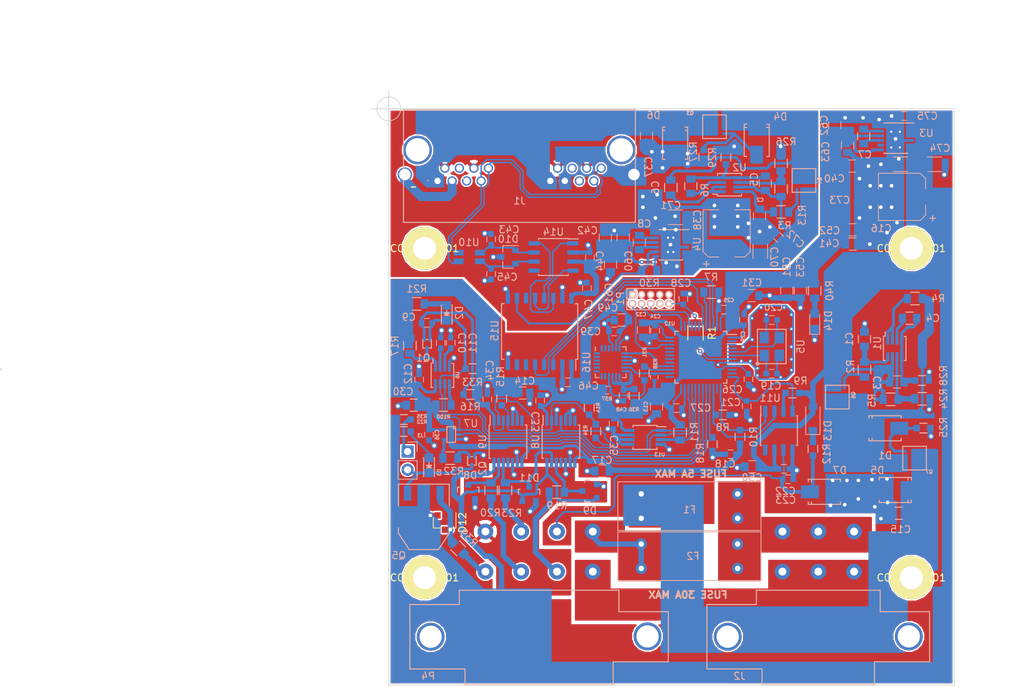
<source format=kicad_pcb>
(kicad_pcb (version 4) (host pcbnew 4.0.7-e0-6372~58~ubuntu16.10.1)
  (layers (0 F.Cu signal) (1 In1.Cu jumper) (2 In2.Cu jumper) (31 B.Cu signal) (34 B.Paste user) (35 F.Paste user) (36 B.SilkS user) (37 F.SilkS user) (38 B.Mask user) (39 F.Mask user) (44 Edge.Cuts user))
  (net 0 "")
  (net 1 EXTRESET)
  (net 2 SCL)
  (net 3 SDA)
  (net 4 SWCLK)
  (net 5 SWDIO)
  (net 6 SWO)
  (net 7 DGND)
  (net 8 CANTX)
  (net 9 CANRX)
  (net 10 ECANH)
  (net 11 ECANL)
  (net 12 CANSHLD)
  (net 13 ECANV+)
  (net 14 "Net-(R7-Pad2)")
  (net 15 "Net-(C10-Pad1)")
  (net 16 CANSLEEP)
  (net 17 "Net-(C3-Pad2)")
  (net 18 AGND)
  (net 19 "Net-(C7-Pad1)")
  (net 20 "Net-(C7-Pad2)")
  (net 21 "Net-(C8-Pad1)")
  (net 22 "Net-(C8-Pad2)")
  (net 23 "Net-(C11-Pad1)")
  (net 24 +3.3V)
  (net 25 "Net-(C19-Pad2)")
  (net 26 "Net-(C20-Pad2)")
  (net 27 "Net-(D2-Pad2)")
  (net 28 "Net-(D3-Pad2)")
  (net 29 BTS4140DRIVER)
  (net 30 SET+)
  (net 31 HEATERON)
  (net 32 "Net-(Q1-Pad3)")
  (net 33 "Net-(Q2-Pad1)")
  (net 34 12-24)
  (net 35 WATCHDOG_RESET)
  (net 36 TEMPALERT)
  (net 37 TIMERRESET)
  (net 38 "Net-(R1-Pad2)")
  (net 39 LIN)
  (net 40 KLINE_RX)
  (net 41 KLINE_EN)
  (net 42 NWAKE)
  (net 43 KLINE_TX)
  (net 44 TEMP-)
  (net 45 TEMP+)
  (net 46 "Net-(D8-Pad3)")
  (net 47 "Net-(D9-Pad3)")
  (net 48 "Net-(D11-Pad3)")
  (net 49 HEATERSWITCH)
  (net 50 "Net-(C1-Pad2)")
  (net 51 GNDD)
  (net 52 "Net-(C2-Pad2)")
  (net 53 CANVIN)
  (net 54 "Net-(C4-Pad2)")
  (net 55 "Net-(C5-Pad2)")
  (net 56 "Net-(C6-Pad2)")
  (net 57 "Net-(C43-Pad1)")
  (net 58 "Net-(C45-Pad1)")
  (net 59 CANPREDIODE)
  (net 60 "Net-(D1-Pad2)")
  (net 61 "Net-(D4-Pad2)")
  (net 62 "Net-(R2-Pad2)")
  (net 63 "Net-(R3-Pad2)")
  (net 64 "Net-(R4-Pad1)")
  (net 65 "Net-(R24-Pad2)")
  (net 66 "Net-(R6-Pad1)")
  (net 67 "Net-(R13-Pad1)")
  (net 68 CANPGOOD)
  (net 69 24VVIN)
  (net 70 24VPREDIODE)
  (net 71 "Net-(U14-Pad1)")
  (net 72 "Net-(U14-Pad4)")
  (net 73 "Net-(U14-Pad8)")
  (net 74 CANVOUT)
  (net 75 "Net-(R32-Pad1)")
  (net 76 HEATERSTAT)
  (net 77 SCL2)
  (net 78 "Net-(D13-Pad1)")
  (net 79 VKFZ)
  (net 80 VHEATER)
  (net 81 "Net-(J3-Pad1)")
  (net 82 SDA_3)
  (net 83 "Net-(R31-Pad2)")
  (net 84 SCL_3)
  (net 85 ACCEL_INT1)
  (net 86 "Net-(C48-Pad2)")
  (net 87 "Net-(D12-Pad3)")
  (net 88 "Net-(D14-Pad2)")
  (module Capacitors_SMD:CP_Elec_6.3x7.7 (layer B.Cu) (at 89.1 26.3 180)
    (fp_text reference C16 (at 2.9 -4.4 180) (layer B.SilkS) (effects (justify mirror)))
    (fp_text value 33uF)
    (fp_text user + (at -4.28 -2.91 180) (layer B.SilkS) (effects (justify mirror)))
    (pad 1 smd rect (at -2.7 0) (size 3.5 1.6) (layers B.Cu B.Paste B.Mask) (net 69 24VVIN))
    (pad 2 smd rect (at 2.7 0) (size 3.5 1.6) (layers B.Cu B.Paste B.Mask) (net 7 DGND))
  )
  (module Capacitors_SMD:C_0805 (layer B.Cu) (at 88.65 70.5 180)
    (fp_text reference C15 (at -0.25 -2.25 180) (layer B.SilkS) (effects (justify mirror)))
    (fp_text value "100pF 60V")
    (pad 1 smd rect (at -1 0 180) (size 1 1.25) (layers B.Cu B.Paste B.Mask) (net 34 12-24))
    (pad 2 smd rect (at 1 0 180) (size 1 1.25) (layers B.Cu B.Paste B.Mask) (net 7 DGND))
  )
  (module Diodes_SMD:SMA_Standard (layer B.Cu) (at 86.725 58.625)
    (fp_text reference D1 (at 0 3.81) (layer B.SilkS) (effects (justify mirror)))
    (fp_text value ZENER)
    (pad 1 smd rect (at -1.99898 0) (size 2.49936 1.80086) (layers B.Cu B.Paste B.Mask) (net 70 24VPREDIODE))
    (pad 2 smd rect (at 1.99898 0) (size 2.49936 1.80086) (layers B.Cu B.Paste B.Mask) (net 60 "Net-(D1-Pad2)"))
  )
  (module Capacitors_SMD:C_0805 (layer B.Cu) (at 83.85 46.18 270)
    (fp_text reference C1 (at 0 2.1 270) (layer B.SilkS) (effects (justify mirror)))
    (fp_text value 2nFC)
    (pad 1 smd rect (at -1 0 270) (size 1 1.25) (layers B.Cu B.Paste B.Mask) (net 7 DGND))
    (pad 2 smd rect (at 1 0 270) (size 1 1.25) (layers B.Cu B.Paste B.Mask) (net 50 "Net-(C1-Pad2)"))
  )
  (module Capacitors_SMD:C_0805 (layer B.Cu) (at 20.875 55.4 180)
    (fp_text reference C30 (at 1.475 1.9 360) (layer B.SilkS) (effects (justify mirror)))
    (fp_text value 10uF)
    (pad 1 smd rect (at -1 0 180) (size 1 1.25) (layers B.Cu B.Paste B.Mask) (net 24 +3.3V))
    (pad 2 smd rect (at 1 0 180) (size 1 1.25) (layers B.Cu B.Paste B.Mask) (net 7 DGND))
  )
  (module Capacitors_SMD:C_0805 (layer B.Cu) (at 90.15 43.25 180)
    (fp_text reference C4 (at -3.25 0 180) (layer B.SilkS) (effects (justify mirror)))
    (fp_text value 1uF)
    (pad 1 smd rect (at -1 0 180) (size 1 1.25) (layers B.Cu B.Paste B.Mask) (net 17 "Net-(C3-Pad2)"))
    (pad 2 smd rect (at 1 0 180) (size 1 1.25) (layers B.Cu B.Paste B.Mask) (net 54 "Net-(C4-Pad2)"))
  )
  (module Capacitors_SMD:C_0805 (layer B.Cu) (at 59.6 24.8 270)
    (fp_text reference C6 (at 0.2 4.95 270) (layer B.SilkS) (effects (justify mirror)))
    (fp_text value 1uF)
    (pad 1 smd rect (at -1 0 270) (size 1 1.25) (layers B.Cu B.Paste B.Mask) (net 55 "Net-(C5-Pad2)"))
    (pad 2 smd rect (at 1 0 270) (size 1 1.25) (layers B.Cu B.Paste B.Mask) (net 56 "Net-(C6-Pad2)"))
  )
  (module Capacitors_SMD:C_0805 (layer B.Cu) (at 83.75 17.85 90)
    (fp_text reference C7 (at -2.55 0.15 180) (layer B.SilkS) (effects (justify mirror)))
    (fp_text value "1uF 0805ZC105KAT2A")
    (pad 1 smd rect (at -1 0 90) (size 1 1.25) (layers B.Cu B.Paste B.Mask) (net 19 "Net-(C7-Pad1)"))
    (pad 2 smd rect (at 1 0 90) (size 1 1.25) (layers B.Cu B.Paste B.Mask) (net 20 "Net-(C7-Pad2)"))
  )
  (module LEDs:LED_0805 (layer B.Cu) (at 25.5 42.5 90)
    (fp_text reference D2 (at 0 1.75 90) (layer B.SilkS) (effects (justify mirror)))
    (fp_text value LED)
    (pad 2 smd rect (at 1.04902 0 270) (size 1.19888 1.19888) (layers B.Cu B.Paste B.Mask) (net 27 "Net-(D2-Pad2)"))
    (pad 1 smd rect (at -1.04902 0 270) (size 1.19888 1.19888) (layers B.Cu B.Paste B.Mask) (net 76 HEATERSTAT))
  )
  (module LEDs:LED_0805 (layer B.Cu) (at 23.025 63.8 90)
    (fp_text reference D3 (at -1 1.425 270) (layer B.SilkS) (effects (font (size 0.5 0.5) (thickness 0.125)) (justify mirror)))
    (fp_text value LED)
    (pad 2 smd rect (at 1.04902 0 270) (size 1.19888 1.19888) (layers B.Cu B.Paste B.Mask) (net 28 "Net-(D3-Pad2)"))
    (pad 1 smd rect (at -1.04902 0 270) (size 1.19888 1.19888) (layers B.Cu B.Paste B.Mask) (net 29 BTS4140DRIVER))
  )
  (module Diodes_SMD:SMA_Standard (layer B.Cu) (at 68.8 18.4 270)
    (fp_text reference D4 (at -3.3 -3.3 360) (layer B.SilkS) (effects (justify mirror)))
    (fp_text value ZENER)
    (pad 1 smd rect (at -1.99898 0 270) (size 2.49936 1.80086) (layers B.Cu B.Paste B.Mask) (net 59 CANPREDIODE))
    (pad 2 smd rect (at 1.99898 0 270) (size 2.49936 1.80086) (layers B.Cu B.Paste B.Mask) (net 61 "Net-(D4-Pad2)"))
  )
  (module Diodes_SMD:SMA_Standard (layer B.Cu) (at 88.15 67.25 180)
    (fp_text reference D5 (at 2.5 2.75 180) (layer B.SilkS) (effects (justify mirror)))
    (fp_text value D_TVS)
    (pad 1 smd rect (at -1.99898 0 180) (size 2.49936 1.80086) (layers B.Cu B.Paste B.Mask) (net 34 12-24))
    (pad 2 smd rect (at 1.99898 0 180) (size 2.49936 1.80086) (layers B.Cu B.Paste B.Mask) (net 7 DGND))
  )
  (module Diodes_SMD:SMA_Standard (layer B.Cu) (at 57.4 18.8 270)
    (fp_text reference D6 (at -3.9 3 360) (layer B.SilkS) (effects (justify mirror)))
    (fp_text value D_TVS)
    (pad 1 smd rect (at -1.99898 0 270) (size 2.49936 1.80086) (layers B.Cu B.Paste B.Mask) (net 13 ECANV+))
    (pad 2 smd rect (at 1.99898 0 270) (size 2.49936 1.80086) (layers B.Cu B.Paste B.Mask) (net 51 GNDD))
  )
  (module pin_header_1:Pin_Header_Straight_2x05_Pitch1.27mm (layer B.Cu) (at 51.45 39.95 270)
    (fp_text reference P1 (at 0.55 1.7 270) (layer B.SilkS) (effects (justify mirror)))
    (fp_text value CONN_5X2)
    (pad 1 thru_hole rect (at 0 0 270) (size 1.05 1.05) (drill 0.65) (layers *.Cu *.Mask B.SilkS) (net 24 +3.3V))
    (pad 3 thru_hole circle (at 0 -1.27 270) (size 1.05 1.05) (drill 0.65) (layers *.Cu *.Mask B.SilkS) (net 7 DGND))
    (pad 5 thru_hole circle (at 0 -2.54 270) (size 1.05 1.05) (drill 0.65) (layers *.Cu *.Mask B.SilkS) (net 7 DGND))
    (pad 7 thru_hole circle (at 0 -3.81 270) (size 1.05 1.05) (drill 0.65) (layers *.Cu *.Mask B.SilkS) (net 7 DGND))
    (pad 9 thru_hole circle (at 0 -5.08 270) (size 1.05 1.05) (drill 0.65) (layers *.Cu *.Mask B.SilkS) (net 7 DGND))
    (pad 4 thru_hole circle (at 1.27 -1.27 270) (size 1.05 1.05) (drill 0.65) (layers *.Cu *.Mask B.SilkS) (net 4 SWCLK))
    (pad 6 thru_hole circle (at 1.27 -2.54 270) (size 1.05 1.05) (drill 0.65) (layers *.Cu *.Mask B.SilkS) (net 6 SWO))
    (pad 8 thru_hole circle (at 1.27 -3.81 270) (size 1.05 1.05) (drill 0.65) (layers *.Cu *.Mask B.SilkS))
    (pad 10 thru_hole circle (at 1.27 -5.08 270) (size 1.05 1.05) (drill 0.65) (layers *.Cu *.Mask B.SilkS) (net 1 EXTRESET))
    (pad 2 thru_hole circle (at 1.27 0 270) (size 1.05 1.05) (drill 0.65) (layers *.Cu *.Mask B.SilkS) (net 5 SWDIO))
  )
  (module Housings_SC:SOT-723 (layer B.Cu) (at 22.75 46.825 180)
    (fp_text reference Q1 (at 0.55 -1.975 180) (layer B.SilkS) (effects (justify mirror)))
    (fp_text value Q_NMOS_GSD)
    (pad 2 smd rect (at -0.4 0.7 180) (size 0.4 0.8) (layers B.Cu B.Paste B.Mask) (net 76 HEATERSTAT))
    (pad 1 smd rect (at 0.4 0.7 180) (size 0.4 0.8) (layers B.Cu B.Paste B.Mask) (net 37 TIMERRESET))
    (pad 3 smd rect (at 0 -0.7 180) (size 0.4 0.8) (layers B.Cu B.Paste B.Mask) (net 32 "Net-(Q1-Pad3)"))
  )
  (module Housings_SC:SOT-723 (layer B.Cu) (at 29 63.175 180)
    (fp_text reference Q2 (at -1.5 -1.025 450) (layer B.SilkS) (effects (justify mirror)))
    (fp_text value Q_NMOS_GSD)
    (pad 2 smd rect (at -0.4 0.7 180) (size 0.4 0.8) (layers B.Cu B.Paste B.Mask) (net 7 DGND))
    (pad 1 smd rect (at 0.4 0.7 180) (size 0.4 0.8) (layers B.Cu B.Paste B.Mask) (net 33 "Net-(Q2-Pad1)"))
    (pad 3 smd rect (at 0 -0.7 180) (size 0.4 0.8) (layers B.Cu B.Paste B.Mask) (net 29 BTS4140DRIVER))
  )
  (module Housings_SC:SOT23-8 (layer B.Cu) (at 24.9 51.25 270)
    (fp_text reference U6 (at -0.05 -2.1 270) (layer B.SilkS) (effects (font (size 0.5 0.5) (thickness 0.125)) (justify mirror)))
    (fp_text value MAX6747)
    (pad 1 smd rect (at -1.175 0.975 270) (size 1.3 0.42) (layers B.Cu B.Paste B.Mask) (net 32 "Net-(Q1-Pad3)"))
    (pad 2 smd rect (at -1.175 0.325 270) (size 1.3 0.42) (layers B.Cu B.Paste B.Mask) (net 15 "Net-(C10-Pad1)"))
    (pad 3 smd rect (at -1.175 -0.325 270) (size 1.3 0.42) (layers B.Cu B.Paste B.Mask) (net 23 "Net-(C11-Pad1)"))
    (pad 4 smd rect (at -1.175 -0.975 270) (size 1.3 0.42) (layers B.Cu B.Paste B.Mask) (net 7 DGND))
    (pad 5 smd rect (at 1.175 -0.975 270) (size 1.3 0.42) (layers B.Cu B.Paste B.Mask) (net 24 +3.3V))
    (pad 6 smd rect (at 1.175 -0.325 270) (size 1.3 0.42) (layers B.Cu B.Paste B.Mask) (net 35 WATCHDOG_RESET))
    (pad 7 smd rect (at 1.175 0.325 270) (size 1.3 0.42) (layers B.Cu B.Paste B.Mask) (net 76 HEATERSTAT))
    (pad 8 smd rect (at 1.175 0.975 270) (size 1.3 0.42) (layers B.Cu B.Paste B.Mask) (net 24 +3.3V))
  )
  (module TO_SOT_Packages_SMD:SC-70-5 (layer B.Cu) (at 26.125 59.5 270)
    (fp_text reference U7 (at -1.55 -2.75 540) (layer B.SilkS) (effects (justify mirror)))
    (fp_text value SN74LVC1G08)
    (pad 1 smd rect (at -0.6604 -1.016 270) (size 0.4064 0.6604) (layers B.Cu B.Paste B.Mask) (net 76 HEATERSTAT))
    (pad 3 smd rect (at 0.6604 -1.016 270) (size 0.4064 0.6604) (layers B.Cu B.Paste B.Mask) (net 7 DGND))
    (pad 2 smd rect (at 0 -1.016 270) (size 0.4064 0.6604) (layers B.Cu B.Paste B.Mask) (net 31 HEATERON))
    (pad 4 smd rect (at 0.6604 1.016 270) (size 0.4064 0.6604) (layers B.Cu B.Paste B.Mask) (net 75 "Net-(R32-Pad1)"))
    (pad 5 smd rect (at -0.6604 1.016 270) (size 0.4064 0.6604) (layers B.Cu B.Paste B.Mask) (net 24 +3.3V))
  )
  (module Housings_SSOP:TSSOP-14_4.4x5mm_Pitch0.65mm (layer B.Cu) (at 41.45 60.5 270)
    (fp_text reference U8 (at 0 3.55 270) (layer B.SilkS) (effects (justify mirror)))
    (fp_text value MCP45HVX1)
    (pad 1 smd rect (at -2.95 1.95 270) (size 1.45 0.45) (layers B.Cu B.Paste B.Mask) (net 24 +3.3V))
    (pad 2 smd rect (at -2.95 1.3 270) (size 1.45 0.45) (layers B.Cu B.Paste B.Mask) (net 77 SCL2))
    (pad 3 smd rect (at -2.95 0.65 270) (size 1.45 0.45) (layers B.Cu B.Paste B.Mask) (net 7 DGND))
    (pad 4 smd rect (at -2.95 0 270) (size 1.45 0.45) (layers B.Cu B.Paste B.Mask) (net 3 SDA))
    (pad 5 smd rect (at -2.95 -0.65 270) (size 1.45 0.45) (layers B.Cu B.Paste B.Mask) (net 7 DGND))
    (pad 6 smd rect (at -2.95 -1.3 270) (size 1.45 0.45) (layers B.Cu B.Paste B.Mask) (net 7 DGND))
    (pad 7 smd rect (at -2.95 -1.95 270) (size 1.45 0.45) (layers B.Cu B.Paste B.Mask))
    (pad 8 smd rect (at 2.95 -1.95 270) (size 1.45 0.45) (layers B.Cu B.Paste B.Mask) (net 24 +3.3V))
    (pad 9 smd rect (at 2.95 -1.3 270) (size 1.45 0.45) (layers B.Cu B.Paste B.Mask) (net 7 DGND))
    (pad 10 smd rect (at 2.95 -0.65 270) (size 1.45 0.45) (layers B.Cu B.Paste B.Mask) (net 18 AGND))
    (pad 11 smd rect (at 2.95 0 270) (size 1.45 0.45) (layers B.Cu B.Paste B.Mask))
    (pad 12 smd rect (at 2.95 0.65 270) (size 1.45 0.45) (layers B.Cu B.Paste B.Mask) (net 47 "Net-(D9-Pad3)"))
    (pad 13 smd rect (at 2.95 1.3 270) (size 1.45 0.45) (layers B.Cu B.Paste B.Mask) (net 48 "Net-(D11-Pad3)"))
    (pad 14 smd rect (at 2.95 1.95 270) (size 1.45 0.45) (layers B.Cu B.Paste B.Mask) (net 69 24VVIN))
  )
  (module Housings_SSOP:TSSOP-14_4.4x5mm_Pitch0.65mm (layer B.Cu) (at 34.05 60.5 270)
    (fp_text reference U9 (at 0 3.55 270) (layer B.SilkS) (effects (justify mirror)))
    (fp_text value MCP45HVX1)
    (pad 1 smd rect (at -2.95 1.95 270) (size 1.45 0.45) (layers B.Cu B.Paste B.Mask) (net 24 +3.3V))
    (pad 2 smd rect (at -2.95 1.3 270) (size 1.45 0.45) (layers B.Cu B.Paste B.Mask) (net 77 SCL2))
    (pad 3 smd rect (at -2.95 0.65 270) (size 1.45 0.45) (layers B.Cu B.Paste B.Mask) (net 24 +3.3V))
    (pad 4 smd rect (at -2.95 0 270) (size 1.45 0.45) (layers B.Cu B.Paste B.Mask) (net 3 SDA))
    (pad 5 smd rect (at -2.95 -0.65 270) (size 1.45 0.45) (layers B.Cu B.Paste B.Mask) (net 7 DGND))
    (pad 6 smd rect (at -2.95 -1.3 270) (size 1.45 0.45) (layers B.Cu B.Paste B.Mask) (net 7 DGND))
    (pad 7 smd rect (at -2.95 -1.95 270) (size 1.45 0.45) (layers B.Cu B.Paste B.Mask))
    (pad 8 smd rect (at 2.95 -1.95 270) (size 1.45 0.45) (layers B.Cu B.Paste B.Mask) (net 24 +3.3V))
    (pad 9 smd rect (at 2.95 -1.3 270) (size 1.45 0.45) (layers B.Cu B.Paste B.Mask) (net 7 DGND))
    (pad 10 smd rect (at 2.95 -0.65 270) (size 1.45 0.45) (layers B.Cu B.Paste B.Mask) (net 18 AGND))
    (pad 11 smd rect (at 2.95 0 270) (size 1.45 0.45) (layers B.Cu B.Paste B.Mask))
    (pad 12 smd rect (at 2.95 0.65 270) (size 1.45 0.45) (layers B.Cu B.Paste B.Mask) (net 48 "Net-(D11-Pad3)"))
    (pad 13 smd rect (at 2.95 1.3 270) (size 1.45 0.45) (layers B.Cu B.Paste B.Mask) (net 46 "Net-(D8-Pad3)"))
    (pad 14 smd rect (at 2.95 1.95 270) (size 1.45 0.45) (layers B.Cu B.Paste B.Mask) (net 69 24VVIN))
  )
  (module Housings_QFP:LQFP-48_7x7mm_Pitch0.5mm (layer B.Cu) (at 61 48.7 180)
    (fp_text reference U12 (at 4.35 4.7 360) (layer B.SilkS) (effects (font (size 0.5 0.5) (thickness 0.125)) (justify mirror)))
    (fp_text value STM32L433CC)
    (pad 1 smd rect (at -4.35 2.75 180) (size 1.3 0.25) (layers B.Cu B.Paste B.Mask) (net 24 +3.3V))
    (pad 2 smd rect (at -4.35 2.25 180) (size 1.3 0.25) (layers B.Cu B.Paste B.Mask))
    (pad 3 smd rect (at -4.35 1.75 180) (size 1.3 0.25) (layers B.Cu B.Paste B.Mask))
    (pad 4 smd rect (at -4.35 1.25 180) (size 1.3 0.25) (layers B.Cu B.Paste B.Mask))
    (pad 5 smd rect (at -4.35 0.75 180) (size 1.3 0.25) (layers B.Cu B.Paste B.Mask) (net 26 "Net-(C20-Pad2)"))
    (pad 6 smd rect (at -4.35 0.25 180) (size 1.3 0.25) (layers B.Cu B.Paste B.Mask) (net 25 "Net-(C19-Pad2)"))
    (pad 7 smd rect (at -4.35 -0.25 180) (size 1.3 0.25) (layers B.Cu B.Paste B.Mask) (net 38 "Net-(R1-Pad2)"))
    (pad 8 smd rect (at -4.35 -0.75 180) (size 1.3 0.25) (layers B.Cu B.Paste B.Mask) (net 7 DGND))
    (pad 9 smd rect (at -4.35 -1.25 180) (size 1.3 0.25) (layers B.Cu B.Paste B.Mask) (net 24 +3.3V))
    (pad 10 smd rect (at -4.35 -1.75 180) (size 1.3 0.25) (layers B.Cu B.Paste B.Mask))
    (pad 11 smd rect (at -4.35 -2.25 180) (size 1.3 0.25) (layers B.Cu B.Paste B.Mask))
    (pad 12 smd rect (at -4.35 -2.75 180) (size 1.3 0.25) (layers B.Cu B.Paste B.Mask) (net 43 KLINE_TX))
    (pad 13 smd rect (at -2.75 -4.35 90) (size 1.3 0.25) (layers B.Cu B.Paste B.Mask) (net 40 KLINE_RX))
    (pad 14 smd rect (at -2.25 -4.35 90) (size 1.3 0.25) (layers B.Cu B.Paste B.Mask))
    (pad 15 smd rect (at -1.75 -4.35 90) (size 1.3 0.25) (layers B.Cu B.Paste B.Mask) (net 41 KLINE_EN))
    (pad 16 smd rect (at -1.25 -4.35 90) (size 1.3 0.25) (layers B.Cu B.Paste B.Mask) (net 31 HEATERON))
    (pad 17 smd rect (at -0.75 -4.35 90) (size 1.3 0.25) (layers B.Cu B.Paste B.Mask) (net 76 HEATERSTAT))
    (pad 18 smd rect (at -0.25 -4.35 90) (size 1.3 0.25) (layers B.Cu B.Paste B.Mask) (net 35 WATCHDOG_RESET))
    (pad 19 smd rect (at 0.25 -4.35 90) (size 1.3 0.25) (layers B.Cu B.Paste B.Mask) (net 37 TIMERRESET))
    (pad 20 smd rect (at 0.75 -4.35 90) (size 1.3 0.25) (layers B.Cu B.Paste B.Mask) (net 36 TEMPALERT))
    (pad 21 smd rect (at 1.25 -4.35 90) (size 1.3 0.25) (layers B.Cu B.Paste B.Mask) (net 2 SCL))
    (pad 22 smd rect (at 1.75 -4.35 90) (size 1.3 0.25) (layers B.Cu B.Paste B.Mask) (net 3 SDA))
    (pad 23 smd rect (at 2.25 -4.35 90) (size 1.3 0.25) (layers B.Cu B.Paste B.Mask) (net 7 DGND))
    (pad 24 smd rect (at 2.75 -4.35 90) (size 1.3 0.25) (layers B.Cu B.Paste B.Mask) (net 24 +3.3V))
    (pad 25 smd rect (at 4.35 -2.75 180) (size 1.3 0.25) (layers B.Cu B.Paste B.Mask))
    (pad 26 smd rect (at 4.35 -2.25 180) (size 1.3 0.25) (layers B.Cu B.Paste B.Mask) (net 84 SCL_3))
    (pad 27 smd rect (at 4.35 -1.75 180) (size 1.3 0.25) (layers B.Cu B.Paste B.Mask) (net 83 "Net-(R31-Pad2)"))
    (pad 28 smd rect (at 4.35 -1.25 180) (size 1.3 0.25) (layers B.Cu B.Paste B.Mask) (net 85 ACCEL_INT1))
    (pad 29 smd rect (at 4.35 -0.75 180) (size 1.3 0.25) (layers B.Cu B.Paste B.Mask))
    (pad 30 smd rect (at 4.35 -0.25 180) (size 1.3 0.25) (layers B.Cu B.Paste B.Mask))
    (pad 31 smd rect (at 4.35 0.25 180) (size 1.3 0.25) (layers B.Cu B.Paste B.Mask))
    (pad 32 smd rect (at 4.35 0.75 180) (size 1.3 0.25) (layers B.Cu B.Paste B.Mask))
    (pad 33 smd rect (at 4.35 1.25 180) (size 1.3 0.25) (layers B.Cu B.Paste B.Mask))
    (pad 34 smd rect (at 4.35 1.75 180) (size 1.3 0.25) (layers B.Cu B.Paste B.Mask) (net 5 SWDIO))
    (pad 35 smd rect (at 4.35 2.25 180) (size 1.3 0.25) (layers B.Cu B.Paste B.Mask) (net 7 DGND))
    (pad 36 smd rect (at 4.35 2.75 180) (size 1.3 0.25) (layers B.Cu B.Paste B.Mask) (net 24 +3.3V))
    (pad 37 smd rect (at 2.75 4.35 90) (size 1.3 0.25) (layers B.Cu B.Paste B.Mask) (net 4 SWCLK))
    (pad 38 smd rect (at 2.25 4.35 90) (size 1.3 0.25) (layers B.Cu B.Paste B.Mask))
    (pad 39 smd rect (at 1.75 4.35 90) (size 1.3 0.25) (layers B.Cu B.Paste B.Mask) (net 6 SWO))
    (pad 40 smd rect (at 1.25 4.35 90) (size 1.3 0.25) (layers B.Cu B.Paste B.Mask))
    (pad 41 smd rect (at 0.75 4.35 90) (size 1.3 0.25) (layers B.Cu B.Paste B.Mask))
    (pad 42 smd rect (at 0.25 4.35 90) (size 1.3 0.25) (layers B.Cu B.Paste B.Mask))
    (pad 43 smd rect (at -0.25 4.35 90) (size 1.3 0.25) (layers B.Cu B.Paste B.Mask) (net 16 CANSLEEP))
    (pad 44 smd rect (at -0.75 4.35 90) (size 1.3 0.25) (layers B.Cu B.Paste B.Mask) (net 14 "Net-(R7-Pad2)"))
    (pad 45 smd rect (at -1.25 4.35 90) (size 1.3 0.25) (layers B.Cu B.Paste B.Mask) (net 9 CANRX))
    (pad 46 smd rect (at -1.75 4.35 90) (size 1.3 0.25) (layers B.Cu B.Paste B.Mask) (net 8 CANTX))
    (pad 47 smd rect (at -2.25 4.35 90) (size 1.3 0.25) (layers B.Cu B.Paste B.Mask) (net 7 DGND))
    (pad 48 smd rect (at -2.75 4.35 90) (size 1.3 0.25) (layers B.Cu B.Paste B.Mask) (net 24 +3.3V))
  )
  (module Housings_SSOP:MSOP-8_3x3mm_Pitch0.65mm (layer B.Cu) (at 53.2 59.9 180)
    (fp_text reference U13 (at -2.05 -2.4 180) (layer B.SilkS) (effects (font (size 0.5 0.5) (thickness 0.125)) (justify mirror)))
    (fp_text value MCP9808)
    (pad 1 smd rect (at -2.2 0.975 180) (size 1.45 0.45) (layers B.Cu B.Paste B.Mask) (net 3 SDA))
    (pad 2 smd rect (at -2.2 0.325 180) (size 1.45 0.45) (layers B.Cu B.Paste B.Mask) (net 2 SCL))
    (pad 3 smd rect (at -2.2 -0.325 180) (size 1.45 0.45) (layers B.Cu B.Paste B.Mask) (net 36 TEMPALERT))
    (pad 4 smd rect (at -2.2 -0.975 180) (size 1.45 0.45) (layers B.Cu B.Paste B.Mask) (net 7 DGND))
    (pad 5 smd rect (at 2.2 -0.975 180) (size 1.45 0.45) (layers B.Cu B.Paste B.Mask) (net 7 DGND))
    (pad 6 smd rect (at 2.2 -0.325 180) (size 1.45 0.45) (layers B.Cu B.Paste B.Mask) (net 7 DGND))
    (pad 7 smd rect (at 2.2 0.325 180) (size 1.45 0.45) (layers B.Cu B.Paste B.Mask) (net 7 DGND))
    (pad 8 smd rect (at 2.2 0.975 180) (size 1.45 0.45) (layers B.Cu B.Paste B.Mask) (net 24 +3.3V))
  )
  (module Resistors_SMD:R_1206 (layer F.Cu) (at 60.25 45.3 270)
    (fp_text reference R1 (at 0 -2.3 270) (layer F.SilkS))
    (fp_text value 0R0)
    (pad 1 smd rect (at -1.45 0 270) (size 0.9 1.7) (layers F.Cu F.Paste F.Mask) (net 1 EXTRESET))
    (pad 2 smd rect (at 1.45 0 270) (size 0.9 1.7) (layers F.Cu F.Paste F.Mask) (net 38 "Net-(R1-Pad2)"))
  )
  (module Diodes_SMD:SMA_Standard (layer B.Cu) (at 78.25 67.5)
    (fp_text reference D7 (at 2.15 -3) (layer B.SilkS) (effects (justify mirror)))
    (fp_text value ZENER)
    (pad 1 smd rect (at -1.99898 0) (size 2.49936 1.80086) (layers B.Cu B.Paste B.Mask) (net 39 LIN))
    (pad 2 smd rect (at 1.99898 0) (size 2.49936 1.80086) (layers B.Cu B.Paste B.Mask) (net 7 DGND))
  )
  (module Housings_SOIC:SOIC-8_3.9x4.9mm_Pitch1.27mm (layer B.Cu) (at 71.9 58.95 270)
    (fp_text reference U11 (at -4.55 1.225 360) (layer B.SilkS) (effects (justify mirror)))
    (fp_text value SN65HVD195-Q1)
    (pad 1 smd rect (at -2.7 1.905 270) (size 1.55 0.6) (layers B.Cu B.Paste B.Mask) (net 40 KLINE_RX))
    (pad 2 smd rect (at -2.7 0.635 270) (size 1.55 0.6) (layers B.Cu B.Paste B.Mask) (net 41 KLINE_EN))
    (pad 3 smd rect (at -2.7 -0.635 270) (size 1.55 0.6) (layers B.Cu B.Paste B.Mask) (net 42 NWAKE))
    (pad 4 smd rect (at -2.7 -1.905 270) (size 1.55 0.6) (layers B.Cu B.Paste B.Mask) (net 43 KLINE_TX))
    (pad 5 smd rect (at 2.7 -1.905 270) (size 1.55 0.6) (layers B.Cu B.Paste B.Mask) (net 7 DGND))
    (pad 6 smd rect (at 2.7 -0.635 270) (size 1.55 0.6) (layers B.Cu B.Paste B.Mask) (net 39 LIN))
    (pad 7 smd rect (at 2.7 0.635 270) (size 1.55 0.6) (layers B.Cu B.Paste B.Mask) (net 69 24VVIN))
    (pad 8 smd rect (at 2.7 1.905 270) (size 1.55 0.6) (layers B.Cu B.Paste B.Mask))
  )
  (module TO_SOT_Packages_SMD:SOT-23 (layer B.Cu) (at 28.5 67.5 180)
    (fp_text reference D8 (at -0.275 2.3 180) (layer B.SilkS) (effects (justify mirror)))
    (fp_text value D_Schottky_x2_Serial_AKC)
    (pad 1 smd rect (at -0.95 -1.00076 180) (size 0.8001 0.8001) (layers B.Cu B.Paste B.Mask) (net 18 AGND))
    (pad 2 smd rect (at 0.95 -1.00076 180) (size 0.8001 0.8001) (layers B.Cu B.Paste B.Mask) (net 69 24VVIN))
    (pad 3 smd rect (at 0 0.99822 180) (size 0.8001 0.8001) (layers B.Cu B.Paste B.Mask) (net 46 "Net-(D8-Pad3)"))
  )
  (module TO_SOT_Packages_SMD:SOT-23 (layer B.Cu) (at 45.45 67.4 270)
    (fp_text reference D9 (at 2.725 -0.05 360) (layer B.SilkS) (effects (justify mirror)))
    (fp_text value D_Schottky_x2_Serial_AKC)
    (pad 1 smd rect (at -0.95 -1.00076 270) (size 0.8001 0.8001) (layers B.Cu B.Paste B.Mask) (net 18 AGND))
    (pad 2 smd rect (at 0.95 -1.00076 270) (size 0.8001 0.8001) (layers B.Cu B.Paste B.Mask) (net 69 24VVIN))
    (pad 3 smd rect (at 0 0.99822 270) (size 0.8001 0.8001) (layers B.Cu B.Paste B.Mask) (net 47 "Net-(D9-Pad3)"))
  )
  (module TO_SOT_Packages_SMD:SOT-23 (layer B.Cu) (at 37 67.8 180)
    (fp_text reference D11 (at 0 2.25 180) (layer B.SilkS) (effects (justify mirror)))
    (fp_text value D_Schottky_x2_Serial_AKC)
    (pad 1 smd rect (at -0.95 -1.00076 180) (size 0.8001 0.8001) (layers B.Cu B.Paste B.Mask) (net 18 AGND))
    (pad 2 smd rect (at 0.95 -1.00076 180) (size 0.8001 0.8001) (layers B.Cu B.Paste B.Mask) (net 69 24VVIN))
    (pad 3 smd rect (at 0 0.99822 180) (size 0.8001 0.8001) (layers B.Cu B.Paste B.Mask) (net 48 "Net-(D11-Pad3)"))
  )
  (module drillhole:hole (layer F.Cu) (at 22.4 33.5)
    (fp_text reference P5 (at 0 0) (layer F.SilkS))
    (fp_text value CONN_01X01 (at 0 0) (layer F.SilkS))
    (pad "" np_thru_hole circle (at 0 0) (size 6 6) (drill 3.2) (layers *.Cu *.Mask F.SilkS))
  )
  (module drillhole:hole (layer F.Cu) (at 90.4 79.5)
    (fp_text reference P6 (at 0 0) (layer F.SilkS))
    (fp_text value CONN_01X01 (at 0 0) (layer F.SilkS))
    (pad "" np_thru_hole circle (at 0 0) (size 6 6) (drill 3.2) (layers *.Cu *.Mask F.SilkS))
  )
  (module drillhole:hole (layer F.Cu) (at 90.4 33.5)
    (fp_text reference P7 (at 0 0) (layer F.SilkS))
    (fp_text value CONN_01X01 (at 0 0) (layer F.SilkS))
    (pad "" np_thru_hole circle (at 0 0) (size 6 6) (drill 3.2) (layers *.Cu *.Mask F.SilkS))
  )
  (module drillhole:hole (layer F.Cu) (at 22.4 79.5)
    (fp_text reference P8 (at 0 0) (layer F.SilkS))
    (fp_text value CONN_01X01 (at 0 0) (layer F.SilkS))
    (pad "" np_thru_hole circle (at 0 0) (size 6 6) (drill 3.2) (layers *.Cu *.Mask F.SilkS))
  )
  (module TO_SOT_Packages_SMD:SOT-223 (layer B.Cu) (at 22.3 71)
    (fp_text reference Q5 (at -3.5 5.4) (layer B.SilkS) (effects (justify mirror)))
    (fp_text value BTS4140)
    (pad 4 smd rect (at 0 3.302) (size 3.6576 2.032) (layers B.Cu B.Paste B.Mask) (net 69 24VVIN))
    (pad 2 smd rect (at 0 -3.302) (size 1.016 2.032) (layers B.Cu B.Paste B.Mask) (net 69 24VVIN))
    (pad 3 smd rect (at 2.286 -3.302) (size 1.016 2.032) (layers B.Cu B.Paste B.Mask) (net 87 "Net-(D12-Pad3)"))
    (pad 1 smd rect (at -2.286 -3.302) (size 1.016 2.032) (layers B.Cu B.Paste B.Mask) (net 29 BTS4140DRIVER))
  )
  (module Capacitors_SMD:C_0805 (layer B.Cu) (at 53.4 17.75 270)
    (fp_text reference C37 (at 4.35 -0.3 270) (layer B.SilkS) (effects (justify mirror)))
    (fp_text value "100pF 60V")
    (pad 1 smd rect (at -1 0 270) (size 1 1.25) (layers B.Cu B.Paste B.Mask) (net 13 ECANV+))
    (pad 2 smd rect (at 1 0 270) (size 1 1.25) (layers B.Cu B.Paste B.Mask) (net 51 GNDD))
  )
  (module Capacitors_SMD:CP_Elec_6.3x7.7 (layer B.Cu) (at 64.6 31.4 90)
    (fp_text reference C38 (at 1.875 -4.075 270) (layer B.SilkS) (effects (justify mirror)))
    (fp_text value 33uF)
    (fp_text user + (at -4.28 -2.91 90) (layer B.SilkS) (effects (justify mirror)))
    (pad 1 smd rect (at -2.7 0 270) (size 3.5 1.6) (layers B.Cu B.Paste B.Mask) (net 53 CANVIN))
    (pad 2 smd rect (at 2.7 0 270) (size 3.5 1.6) (layers B.Cu B.Paste B.Mask) (net 51 GNDD))
  )
  (module Capacitors_SMD:C_0805 (layer B.Cu) (at 82.15 22)
    (fp_text reference C40 (at -2.5 1.75) (layer B.SilkS) (effects (justify mirror)))
    (fp_text value "1uF GRM219R71E105KA88D")
    (pad 1 smd rect (at -1 0) (size 1 1.25) (layers B.Cu B.Paste B.Mask) (net 24 +3.3V))
    (pad 2 smd rect (at 1 0) (size 1 1.25) (layers B.Cu B.Paste B.Mask) (net 7 DGND))
  )
  (module Capacitors_SMD:C_0805 (layer B.Cu) (at 47.65 32 90)
    (fp_text reference C42 (at 1 -2.5 180) (layer B.SilkS) (effects (justify mirror)))
    (fp_text value "1uF GRM219R71E105KA88D")
    (pad 1 smd rect (at -1 0 90) (size 1 1.25) (layers B.Cu B.Paste B.Mask) (net 74 CANVOUT))
    (pad 2 smd rect (at 1 0 90) (size 1 1.25) (layers B.Cu B.Paste B.Mask) (net 51 GNDD))
  )
  (module Capacitors_SMD:C_0603 (layer B.Cu) (at 31.7 32.225 90)
    (fp_text reference C43 (at 1.35 2.5 180) (layer B.SilkS) (effects (justify mirror)))
    (fp_text value 100nF)
    (pad 1 smd rect (at -0.75 0 90) (size 0.8 0.75) (layers B.Cu B.Paste B.Mask) (net 57 "Net-(C43-Pad1)"))
    (pad 2 smd rect (at 0.75 0 90) (size 0.8 0.75) (layers B.Cu B.Paste B.Mask) (net 51 GNDD))
  )
  (module Capacitors_SMD:C_0603 (layer B.Cu) (at 45.5 34.775 270)
    (fp_text reference C44 (at 0.475 -1.4 270) (layer B.SilkS) (effects (justify mirror)))
    (fp_text value 100nF)
    (pad 1 smd rect (at -0.75 0 270) (size 0.8 0.75) (layers B.Cu B.Paste B.Mask) (net 51 GNDD))
    (pad 2 smd rect (at 0.75 0 270) (size 0.8 0.75) (layers B.Cu B.Paste B.Mask) (net 74 CANVOUT))
  )
  (module Capacitors_SMD:C_0603 (layer B.Cu) (at 31.7 37.075 270)
    (fp_text reference C45 (at 0.425 -2.25 360) (layer B.SilkS) (effects (justify mirror)))
    (fp_text value 100nF)
    (pad 1 smd rect (at -0.75 0 270) (size 0.8 0.75) (layers B.Cu B.Paste B.Mask) (net 58 "Net-(C45-Pad1)"))
    (pad 2 smd rect (at 0.75 0 270) (size 0.8 0.75) (layers B.Cu B.Paste B.Mask) (net 51 GNDD))
  )
  (module TO_SOT_Packages_SMD:SOT-23 (layer B.Cu) (at 34.09 34.69 180)
    (fp_text reference D10 (at 0 2.5 180) (layer B.SilkS) (effects (justify mirror)))
    (fp_text value D_Schottky_x2_ACom_KKA)
    (pad 1 smd rect (at -1 0.95 180) (size 0.9 0.8) (layers B.Cu B.Paste B.Mask) (net 57 "Net-(C43-Pad1)"))
    (pad 2 smd rect (at -1 -0.95 180) (size 0.9 0.8) (layers B.Cu B.Paste B.Mask) (net 58 "Net-(C45-Pad1)"))
    (pad 3 smd rect (at 1 0 180) (size 0.9 0.8) (layers B.Cu B.Paste B.Mask) (net 51 GNDD))
  )
  (module Resistors_SMD_Addons:R_0805_HandSolder (layer B.Cu) (at 72.2 25.2 270)
    (fp_text reference R13 (at 3.65 -2.95 450) (layer B.SilkS) (effects (justify mirror)))
    (fp_text value 12K)
    (pad 1 smd rect (at -1.05 0 270) (size 1 1.3) (layers B.Cu B.Paste B.Mask) (net 67 "Net-(R13-Pad1)"))
    (pad 2 smd rect (at 1.05 0 270) (size 1 1.3) (layers B.Cu B.Paste B.Mask) (net 53 CANVIN))
  )
  (module Resistors_SMD_Addons:R_0805_HandSolder (layer B.Cu) (at 91.93 54.51 180)
    (fp_text reference R24 (at -2.97 0.01 270) (layer B.SilkS) (effects (justify mirror)))
    (fp_text value 365K)
    (pad 1 smd rect (at -1.05 0 180) (size 1 1.3) (layers B.Cu B.Paste B.Mask) (net 7 DGND))
    (pad 2 smd rect (at 1.05 0 180) (size 1 1.3) (layers B.Cu B.Paste B.Mask) (net 65 "Net-(R24-Pad2)"))
  )
  (module Resistors_SMD_Addons:R_0603_HandSolder (layer B.Cu) (at 92.1 58.6 180)
    (fp_text reference R25 (at -2.8 0.1 270) (layer B.SilkS) (effects (justify mirror)))
    (fp_text value 100K)
    (pad 1 smd rect (at -0.95 0 180) (size 0.9 0.9) (layers B.Cu B.Paste B.Mask) (net 7 DGND))
    (pad 2 smd rect (at 0.95 0 180) (size 0.9 0.9) (layers B.Cu B.Paste B.Mask) (net 60 "Net-(D1-Pad2)"))
  )
  (module Resistors_SMD_Addons:R_0805_HandSolder (layer B.Cu) (at 72.2 21.6 270)
    (fp_text reference R26 (at -3 -0.7 360) (layer B.SilkS) (effects (justify mirror)))
    (fp_text value 365K)
    (pad 1 smd rect (at -1.05 0 270) (size 1 1.3) (layers B.Cu B.Paste B.Mask) (net 51 GNDD))
    (pad 2 smd rect (at 1.05 0 270) (size 1 1.3) (layers B.Cu B.Paste B.Mask) (net 67 "Net-(R13-Pad1)"))
  )
  (module Resistors_SMD_Addons:R_0603_HandSolder (layer B.Cu) (at 61.4 20.7 90)
    (fp_text reference R27 (at 0.7 -1.45 90) (layer B.SilkS) (effects (justify mirror)))
    (fp_text value 100K)
    (pad 1 smd rect (at -0.95 0 90) (size 0.9 0.9) (layers B.Cu B.Paste B.Mask) (net 51 GNDD))
    (pad 2 smd rect (at 0.95 0 90) (size 0.9 0.9) (layers B.Cu B.Paste B.Mask) (net 61 "Net-(D4-Pad2)"))
  )
  (module Resistors_SMD_Addons:R_0603_HandSolder (layer B.Cu) (at 91.875 51.95 180)
    (fp_text reference R28 (at -3.025 0.7 270) (layer B.SilkS) (effects (justify mirror)))
    (fp_text value 2K2)
    (pad 1 smd rect (at -0.95 0 180) (size 0.9 0.9) (layers B.Cu B.Paste B.Mask) (net 7 DGND))
    (pad 2 smd rect (at 0.95 0 180) (size 0.9 0.9) (layers B.Cu B.Paste B.Mask) (net 17 "Net-(C3-Pad2)"))
  )
  (module Resistors_SMD_Addons:R_0603_HandSolder (layer B.Cu) (at 64.5 20.8 270)
    (fp_text reference R29 (at 0 1.9 270) (layer B.SilkS) (effects (justify mirror)))
    (fp_text value 2K2)
    (pad 1 smd rect (at -0.95 0 270) (size 0.9 0.9) (layers B.Cu B.Paste B.Mask) (net 51 GNDD))
    (pad 2 smd rect (at 0.95 0 270) (size 0.9 0.9) (layers B.Cu B.Paste B.Mask) (net 55 "Net-(C5-Pad2)"))
  )
  (module Housings_SOIC:SOIC-8_3.9x4.9mm_Pitch1.27mm (layer B.Cu) (at 40.4 34.7 180)
    (fp_text reference U14 (at 0 3.5 180) (layer B.SilkS) (effects (justify mirror)))
    (fp_text value TCAN330)
    (pad 1 smd rect (at -2.7 1.905 180) (size 1.55 0.6) (layers B.Cu B.Paste B.Mask) (net 71 "Net-(U14-Pad1)"))
    (pad 2 smd rect (at -2.7 0.635 180) (size 1.55 0.6) (layers B.Cu B.Paste B.Mask) (net 51 GNDD))
    (pad 3 smd rect (at -2.7 -0.635 180) (size 1.55 0.6) (layers B.Cu B.Paste B.Mask) (net 74 CANVOUT))
    (pad 4 smd rect (at -2.7 -1.905 180) (size 1.55 0.6) (layers B.Cu B.Paste B.Mask) (net 72 "Net-(U14-Pad4)"))
    (pad 5 smd rect (at 2.7 -1.905 180) (size 1.55 0.6) (layers B.Cu B.Paste B.Mask))
    (pad 6 smd rect (at 2.7 -0.635 180) (size 1.55 0.6) (layers B.Cu B.Paste B.Mask) (net 58 "Net-(C45-Pad1)"))
    (pad 7 smd rect (at 2.7 0.635 180) (size 1.55 0.6) (layers B.Cu B.Paste B.Mask) (net 57 "Net-(C43-Pad1)"))
    (pad 8 smd rect (at 2.7 1.905 180) (size 1.55 0.6) (layers B.Cu B.Paste B.Mask) (net 73 "Net-(U14-Pad8)"))
  )
  (module Capacitors_SMD:C_0805 (layer B.Cu) (at 69.2 29 90)
    (fp_text reference C2 (at 2.275 0.075 180) (layer B.SilkS) (effects (font (size 0.5 0.5) (thickness 0.125)) (justify mirror)))
    (fp_text value 2nFC)
    (pad 1 smd rect (at -1 0 90) (size 1 1.25) (layers B.Cu B.Paste B.Mask) (net 51 GNDD))
    (pad 2 smd rect (at 1 0 90) (size 1 1.25) (layers B.Cu B.Paste B.Mask) (net 52 "Net-(C2-Pad2)"))
  )
  (module Capacitors_SMD:C_0805 (layer B.Cu) (at 88.39 52.16)
    (fp_text reference C3 (at -2.74 0.09 90) (layer B.SilkS) (effects (justify mirror)))
    (fp_text value 470nF)
    (pad 1 smd rect (at -1 0) (size 1 1.25) (layers B.Cu B.Paste B.Mask) (net 69 24VVIN))
    (pad 2 smd rect (at 1 0) (size 1 1.25) (layers B.Cu B.Paste B.Mask) (net 17 "Net-(C3-Pad2)"))
  )
  (module Capacitors_SMD:C_0805 (layer B.Cu) (at 70 24.4 90)
    (fp_text reference C5 (at 0.55 -1.55 90) (layer B.SilkS) (effects (justify mirror)))
    (fp_text value 470nF)
    (pad 1 smd rect (at -1 0 90) (size 1 1.25) (layers B.Cu B.Paste B.Mask) (net 53 CANVIN))
    (pad 2 smd rect (at 1 0 90) (size 1 1.25) (layers B.Cu B.Paste B.Mask) (net 55 "Net-(C5-Pad2)"))
  )
  (module Capacitors_SMD:C_0805 (layer B.Cu) (at 52.4 32.675 90)
    (fp_text reference C8 (at 2.625 0.7 180) (layer B.SilkS) (effects (justify mirror)))
    (fp_text value "1uF 0805ZC105KAT2A")
    (pad 1 smd rect (at -1 0 90) (size 1 1.25) (layers B.Cu B.Paste B.Mask) (net 21 "Net-(C8-Pad1)"))
    (pad 2 smd rect (at 1 0 90) (size 1 1.25) (layers B.Cu B.Paste B.Mask) (net 22 "Net-(C8-Pad2)"))
  )
  (module Capacitors_SMD:C_0603 (layer B.Cu) (at 22.725 43.9)
    (fp_text reference C9 (at -2.525 -0.8) (layer B.SilkS) (effects (justify mirror)))
    (fp_text value 100nF)
    (pad 1 smd rect (at -0.75 0) (size 0.8 0.75) (layers B.Cu B.Paste B.Mask) (net 37 TIMERRESET))
    (pad 2 smd rect (at 0.75 0) (size 0.8 0.75) (layers B.Cu B.Paste B.Mask) (net 76 HEATERSTAT))
  )
  (module Capacitors_SMD:C_0603 (layer B.Cu) (at 24.65 46.7 90)
    (fp_text reference C10 (at 0.025 3.025 90) (layer B.SilkS) (effects (justify mirror)))
    (fp_text value 100nF)
    (pad 1 smd rect (at -0.75 0 90) (size 0.8 0.75) (layers B.Cu B.Paste B.Mask) (net 15 "Net-(C10-Pad1)"))
    (pad 2 smd rect (at 0.75 0 90) (size 0.8 0.75) (layers B.Cu B.Paste B.Mask) (net 7 DGND))
  )
  (module Capacitors_SMD:C_0603 (layer B.Cu) (at 26.05 46.7 90)
    (fp_text reference C11 (at 0 3.1 90) (layer B.SilkS) (effects (justify mirror)))
    (fp_text value 100nF)
    (pad 1 smd rect (at -0.75 0 90) (size 0.8 0.75) (layers B.Cu B.Paste B.Mask) (net 23 "Net-(C11-Pad1)"))
    (pad 2 smd rect (at 0.75 0 90) (size 0.8 0.75) (layers B.Cu B.Paste B.Mask) (net 7 DGND))
  )
  (module Capacitors_SMD:C_0603 (layer B.Cu) (at 21.65 51.825 270)
    (fp_text reference C12 (at -0.825 1.55 270) (layer B.SilkS) (effects (justify mirror)))
    (fp_text value 100nF)
    (pad 1 smd rect (at -0.75 0 270) (size 0.8 0.75) (layers B.Cu B.Paste B.Mask) (net 7 DGND))
    (pad 2 smd rect (at 0.75 0 270) (size 0.8 0.75) (layers B.Cu B.Paste B.Mask) (net 24 +3.3V))
  )
  (module Capacitors_SMD:C_0603 (layer B.Cu) (at 70.9 51 180)
    (fp_text reference C19 (at 0.1 -1.7 180) (layer B.SilkS) (effects (justify mirror)))
    (fp_text value 22pF)
    (pad 1 smd rect (at -0.75 0 180) (size 0.8 0.75) (layers B.Cu B.Paste B.Mask) (net 7 DGND))
    (pad 2 smd rect (at 0.75 0 180) (size 0.8 0.75) (layers B.Cu B.Paste B.Mask) (net 25 "Net-(C19-Pad2)"))
  )
  (module Capacitors_SMD:C_0603 (layer B.Cu) (at 70.9 43.5)
    (fp_text reference C20 (at 0.25 -1.75) (layer B.SilkS) (effects (font (size 0.9 0.9)) (justify mirror)))
    (fp_text value 22pF)
    (pad 1 smd rect (at -0.75 0) (size 0.8 0.75) (layers B.Cu B.Paste B.Mask) (net 7 DGND))
    (pad 2 smd rect (at 0.75 0) (size 0.8 0.75) (layers B.Cu B.Paste B.Mask) (net 26 "Net-(C20-Pad2)"))
  )
  (module Capacitors_SMD:C_0603 (layer B.Cu) (at 67.4 55.55 270)
    (fp_text reference C21 (at -0.55 2.25 540) (layer B.SilkS) (effects (justify mirror)))
    (fp_text value 100nF)
    (pad 1 smd rect (at -0.75 0 270) (size 0.8 0.75) (layers B.Cu B.Paste B.Mask) (net 43 KLINE_TX))
    (pad 2 smd rect (at 0.75 0 270) (size 0.8 0.75) (layers B.Cu B.Paste B.Mask) (net 7 DGND))
  )
  (module Capacitors_SMD:C_0603 (layer B.Cu) (at 72.6 64.3 180)
    (fp_text reference C22 (at -0.2 -3.1 180) (layer B.SilkS) (effects (justify mirror)))
    (fp_text value 100nF)
    (pad 1 smd rect (at -0.75 0 180) (size 0.8 0.75) (layers B.Cu B.Paste B.Mask) (net 7 DGND))
    (pad 2 smd rect (at 0.75 0 180) (size 0.8 0.75) (layers B.Cu B.Paste B.Mask) (net 69 24VVIN))
  )
  (module Capacitors_SMD:C_0603 (layer B.Cu) (at 73.15 65.75)
    (fp_text reference C23 (at -0.3 2.9) (layer B.SilkS) (effects (justify mirror)))
    (fp_text value 100nF)
    (pad 1 smd rect (at -0.75 0) (size 0.8 0.75) (layers B.Cu B.Paste B.Mask) (net 39 LIN))
    (pad 2 smd rect (at 0.75 0) (size 0.8 0.75) (layers B.Cu B.Paste B.Mask) (net 7 DGND))
  )
  (module Capacitors_SMD:C_0603 (layer B.Cu) (at 54.6 45 270)
    (fp_text reference C24 (at -2 -0.05 360) (layer B.SilkS) (effects (font (size 0.5 0.5) (thickness 0.125)) (justify mirror)))
    (fp_text value 100nF)
    (pad 1 smd rect (at -0.75 0 270) (size 0.8 0.75) (layers B.Cu B.Paste B.Mask) (net 24 +3.3V))
    (pad 2 smd rect (at 0.75 0 270) (size 0.8 0.75) (layers B.Cu B.Paste B.Mask) (net 7 DGND))
  )
  (module Capacitors_SMD:C_0603 (layer B.Cu) (at 64.2 42.05 180)
    (fp_text reference C25 (at -0.7 1.325 180) (layer B.SilkS) (effects (font (size 0.5 0.5) (thickness 0.125)) (justify mirror)))
    (fp_text value 100nF)
    (pad 1 smd rect (at -0.75 0 180) (size 0.8 0.75) (layers B.Cu B.Paste B.Mask) (net 24 +3.3V))
    (pad 2 smd rect (at 0.75 0 180) (size 0.8 0.75) (layers B.Cu B.Paste B.Mask) (net 7 DGND))
  )
  (module Capacitors_SMD:C_0603 (layer B.Cu) (at 67.65 51.775 270)
    (fp_text reference C26 (at 1.425 2.25 360) (layer B.SilkS) (effects (justify mirror)))
    (fp_text value 100nF)
    (pad 1 smd rect (at -0.75 0 270) (size 0.8 0.75) (layers B.Cu B.Paste B.Mask) (net 24 +3.3V))
    (pad 2 smd rect (at 0.75 0 270) (size 0.8 0.75) (layers B.Cu B.Paste B.Mask) (net 7 DGND))
  )
  (module Capacitors_SMD:C_0603 (layer B.Cu) (at 57.6 55.8)
    (fp_text reference C27 (at 3.375 -0.025) (layer B.SilkS) (effects (justify mirror)))
    (fp_text value 100nF)
    (pad 1 smd rect (at -0.75 0) (size 0.8 0.75) (layers B.Cu B.Paste B.Mask) (net 24 +3.3V))
    (pad 2 smd rect (at 0.75 0) (size 0.8 0.75) (layers B.Cu B.Paste B.Mask) (net 7 DGND))
  )
  (module Capacitors_SMD:C_0603 (layer B.Cu) (at 58.55 40.55 90)
    (fp_text reference C28 (at 2.2 -0.325 180) (layer B.SilkS) (effects (justify mirror)))
    (fp_text value 100nF)
    (pad 1 smd rect (at -0.75 0 90) (size 0.8 0.75) (layers B.Cu B.Paste B.Mask) (net 1 EXTRESET))
    (pad 2 smd rect (at 0.75 0 90) (size 0.8 0.75) (layers B.Cu B.Paste B.Mask) (net 7 DGND))
  )
  (module Capacitors_SMD:C_0603 (layer B.Cu) (at 67.025 43.475 90)
    (fp_text reference C29 (at -2.3 -0.125 270) (layer B.SilkS) (effects (font (size 0.5 0.5) (thickness 0.125)) (justify mirror)))
    (fp_text value 100nF)
    (pad 1 smd rect (at -0.75 0 90) (size 0.8 0.75) (layers B.Cu B.Paste B.Mask) (net 24 +3.3V))
    (pad 2 smd rect (at 0.75 0 90) (size 0.8 0.75) (layers B.Cu B.Paste B.Mask) (net 7 DGND))
  )
  (module Capacitors_SMD:C_0603 (layer B.Cu) (at 38.55 54.75 90)
    (fp_text reference C33 (at -2.95 -0.625 90) (layer B.SilkS) (effects (justify mirror)))
    (fp_text value 100nF)
    (pad 1 smd rect (at -0.75 0 90) (size 0.8 0.75) (layers B.Cu B.Paste B.Mask) (net 24 +3.3V))
    (pad 2 smd rect (at 0.75 0 90) (size 0.8 0.75) (layers B.Cu B.Paste B.Mask) (net 7 DGND))
  )
  (module Capacitors_SMD:C_0603 (layer B.Cu) (at 31.175 54.575 90)
    (fp_text reference C34 (at 4.05 0.35 90) (layer B.SilkS) (effects (justify mirror)))
    (fp_text value 100nF)
    (pad 1 smd rect (at -0.75 0 90) (size 0.8 0.75) (layers B.Cu B.Paste B.Mask) (net 24 +3.3V))
    (pad 2 smd rect (at 0.75 0 90) (size 0.8 0.75) (layers B.Cu B.Paste B.Mask) (net 7 DGND))
  )
  (module Capacitors_SMD:C_0603 (layer B.Cu) (at 48.8 58 270)
    (fp_text reference C35 (at 3 -0.1 270) (layer B.SilkS) (effects (justify mirror)))
    (fp_text value 100nF)
    (pad 1 smd rect (at -0.75 0 270) (size 0.8 0.75) (layers B.Cu B.Paste B.Mask) (net 24 +3.3V))
    (pad 2 smd rect (at 0.75 0 270) (size 0.8 0.75) (layers B.Cu B.Paste B.Mask) (net 7 DGND))
  )
  (module Capacitors_SMD:C_0603 (layer B.Cu) (at 23.025 59.525 270)
    (fp_text reference C36 (at 0.025 -1.125 270) (layer B.SilkS) (effects (font (size 0.5 0.5) (thickness 0.125)) (justify mirror)))
    (fp_text value 100nF)
    (pad 1 smd rect (at -0.75 0 270) (size 0.8 0.75) (layers B.Cu B.Paste B.Mask) (net 24 +3.3V))
    (pad 2 smd rect (at 0.75 0 270) (size 0.8 0.75) (layers B.Cu B.Paste B.Mask) (net 7 DGND))
  )
  (module Connect_Addons:RJHSE538X-02-noled (layer B.Cu) (at 35.65 19.75)
    (fp_text reference J1 (at 0 7.1) (layer B.SilkS) (effects (justify mirror)))
    (fp_text value RJHSE-5380-02)
    (pad 9 thru_hole circle (at -4.325 2.54) (size 1.3 1.3) (drill 0.889) (layers *.Cu *.Mask) (net 10 ECANH))
    (pad 15 thru_hole circle (at -10.415 2.54) (size 1.3 1.3) (drill 0.889) (layers *.Cu *.Mask) (net 51 GNDD))
    (pad 11 thru_hole circle (at -6.355 2.54) (size 1.3 1.3) (drill 0.889) (layers *.Cu *.Mask) (net 51 GNDD))
    (pad 13 thru_hole circle (at -8.385 2.54) (size 1.3 1.3) (drill 0.889) (layers *.Cu *.Mask))
    (pad 10 thru_hole circle (at -5.345 4.32) (size 1.3 1.3) (drill 0.889) (layers *.Cu *.Mask) (net 11 ECANL))
    (pad 12 thru_hole circle (at -7.375 4.32) (size 1.3 1.3) (drill 0.889) (layers *.Cu *.Mask))
    (pad 14 thru_hole circle (at -9.405 4.32) (size 1.3 1.3) (drill 0.889) (layers *.Cu *.Mask) (net 12 CANSHLD))
    (pad 16 thru_hole circle (at -11.435 4.32) (size 1.3 1.3) (drill 0.889) (layers *.Cu *.Mask) (net 13 ECANV+))
    (pad "" np_thru_hole circle (at 14.225 0) (size 4 4) (drill 3.3) (layers *.Cu *.Mask))
    (pad 17 thru_hole circle (at -16 3.43) (size 2 2) (drill 1.6) (layers *.Cu *.Mask) (net 12 CANSHLD))
    (pad 8 thru_hole circle (at 4.315 4.32) (size 1.3 1.3) (drill 0.889) (layers *.Cu *.Mask) (net 13 ECANV+))
    (pad 6 thru_hole circle (at 6.345 4.32) (size 1.3 1.3) (drill 0.889) (layers *.Cu *.Mask) (net 12 CANSHLD))
    (pad 4 thru_hole circle (at 8.375 4.32) (size 1.3 1.3) (drill 0.889) (layers *.Cu *.Mask))
    (pad 2 thru_hole circle (at 10.405 4.32) (size 1.3 1.3) (drill 0.889) (layers *.Cu *.Mask) (net 11 ECANL))
    (pad 5 thru_hole circle (at 7.365 2.54) (size 1.3 1.3) (drill 0.889) (layers *.Cu *.Mask))
    (pad 3 thru_hole circle (at 9.395 2.54) (size 1.3 1.3) (drill 0.889) (layers *.Cu *.Mask) (net 51 GNDD))
    (pad 7 thru_hole circle (at 5.335 2.54) (size 1.3 1.3) (drill 0.889) (layers *.Cu *.Mask) (net 51 GNDD))
    (pad 1 thru_hole circle (at 11.425 2.54) (size 1.3 1.3) (drill 0.889) (layers *.Cu *.Mask) (net 10 ECANH))
    (pad "" np_thru_hole circle (at -14.225 0) (size 4 4) (drill 3.3) (layers *.Cu *.Mask))
    (pad 17 thru_hole circle (at 16 3.43) (size 2 2) (drill 1.6) (layers *.Cu *.Mask) (net 12 CANSHLD))
  )
  (module Resistors_SMD_Addons:R_0805_HandSolder (layer B.Cu) (at 83.85 50.425 270)
    (fp_text reference R2 (at -0.425 1.95 270) (layer B.SilkS) (effects (justify mirror)))
    (fp_text value 10R)
    (pad 1 smd rect (at -1.05 0 270) (size 1 1.3) (layers B.Cu B.Paste B.Mask) (net 50 "Net-(C1-Pad2)"))
    (pad 2 smd rect (at 1.05 0 270) (size 1 1.3) (layers B.Cu B.Paste B.Mask) (net 62 "Net-(R2-Pad2)"))
  )
  (module Resistors_SMD_Addons:R_0805_HandSolder (layer B.Cu) (at 72.2 28.4)
    (fp_text reference R3 (at 0.5 1.9) (layer B.SilkS) (effects (justify mirror)))
    (fp_text value 10R)
    (pad 1 smd rect (at -1.05 0) (size 1 1.3) (layers B.Cu B.Paste B.Mask) (net 52 "Net-(C2-Pad2)"))
    (pad 2 smd rect (at 1.05 0) (size 1 1.3) (layers B.Cu B.Paste B.Mask) (net 63 "Net-(R3-Pad2)"))
  )
  (module Resistors_SMD_Addons:R_0805_HandSolder (layer B.Cu) (at 90.9 40.5)
    (fp_text reference R4 (at 3.25 0) (layer B.SilkS) (effects (justify mirror)))
    (fp_text value 29K)
    (pad 1 smd rect (at -1.05 0) (size 1 1.3) (layers B.Cu B.Paste B.Mask) (net 64 "Net-(R4-Pad1)"))
    (pad 2 smd rect (at 1.05 0) (size 1 1.3) (layers B.Cu B.Paste B.Mask) (net 70 24VPREDIODE))
  )
  (module Resistors_SMD_Addons:R_0805_HandSolder (layer B.Cu) (at 87.5 54.58 180)
    (fp_text reference R5 (at 2.6 -0.17 270) (layer B.SilkS) (effects (justify mirror)))
    (fp_text value 12K)
    (pad 1 smd rect (at -1.05 0 180) (size 1 1.3) (layers B.Cu B.Paste B.Mask) (net 65 "Net-(R24-Pad2)"))
    (pad 2 smd rect (at 1.05 0 180) (size 1 1.3) (layers B.Cu B.Paste B.Mask) (net 69 24VVIN))
  )
  (module Resistors_SMD_Addons:R_0805_HandSolder (layer B.Cu) (at 56.8 25 90)
    (fp_text reference R6 (at -0.35 4.75 90) (layer B.SilkS) (effects (justify mirror)))
    (fp_text value 29K)
    (pad 1 smd rect (at -1.05 0 90) (size 1 1.3) (layers B.Cu B.Paste B.Mask) (net 66 "Net-(R6-Pad1)"))
    (pad 2 smd rect (at 1.05 0 90) (size 1 1.3) (layers B.Cu B.Paste B.Mask) (net 59 CANPREDIODE))
  )
  (module Resistors_SMD_Addons:R_0603_HandSolder (layer B.Cu) (at 64.05 56.75)
    (fp_text reference R8 (at 0 1.75) (layer B.SilkS) (effects (justify mirror)))
    (fp_text value 10K)
    (pad 1 smd rect (at -0.95 0) (size 0.9 0.9) (layers B.Cu B.Paste B.Mask) (net 41 KLINE_EN))
    (pad 2 smd rect (at 0.95 0) (size 0.9 0.9) (layers B.Cu B.Paste B.Mask) (net 7 DGND))
  )
  (module Resistors_SMD_Addons:R_0603_HandSolder (layer B.Cu) (at 73.775 53.7 180)
    (fp_text reference R9 (at -1.15 1.7 180) (layer B.SilkS) (effects (justify mirror)))
    (fp_text value 10K)
    (pad 1 smd rect (at -0.95 0 180) (size 0.9 0.9) (layers B.Cu B.Paste B.Mask) (net 69 24VVIN))
    (pad 2 smd rect (at 0.95 0 180) (size 0.9 0.9) (layers B.Cu B.Paste B.Mask) (net 42 NWAKE))
  )
  (module Resistors_SMD_Addons:R_0603_HandSolder (layer B.Cu) (at 66.46 59.82 90)
    (fp_text reference R10 (at 0 1.9 90) (layer B.SilkS) (effects (justify mirror)))
    (fp_text value 10K)
    (pad 1 smd rect (at -0.95 0 90) (size 0.9 0.9) (layers B.Cu B.Paste B.Mask) (net 24 +3.3V))
    (pad 2 smd rect (at 0.95 0 90) (size 0.9 0.9) (layers B.Cu B.Paste B.Mask) (net 40 KLINE_RX))
  )
  (module Resistors_SMD_Addons:R_0805_HandSolder (layer B.Cu) (at 58.1 59.2 270)
    (fp_text reference R11 (at 0 -2 270) (layer B.SilkS) (effects (justify mirror)))
    (fp_text value 2K)
    (pad 1 smd rect (at -1.05 0 270) (size 1 1.3) (layers B.Cu B.Paste B.Mask) (net 24 +3.3V))
    (pad 2 smd rect (at 1.05 0 270) (size 1 1.3) (layers B.Cu B.Paste B.Mask) (net 36 TEMPALERT))
  )
  (module Resistors_SMD_Addons:R_0805_HandSolder (layer B.Cu) (at 20.35 47.1 270)
    (fp_text reference R17 (at 0 2.1 270) (layer B.SilkS) (effects (justify mirror)))
    (fp_text value 100K)
    (pad 1 smd rect (at -1.05 0 270) (size 1 1.3) (layers B.Cu B.Paste B.Mask) (net 24 +3.3V))
    (pad 2 smd rect (at 1.05 0 270) (size 1 1.3) (layers B.Cu B.Paste B.Mask) (net 32 "Net-(Q1-Pad3)"))
  )
  (module Resistors_SMD_Addons:R_0805_HandSolder (layer B.Cu) (at 40.875 67.55)
    (fp_text reference R19 (at 0.025 1.875) (layer B.SilkS) (effects (justify mirror)))
    (fp_text value 10R)
    (pad 1 smd rect (at -1.05 0) (size 1 1.3) (layers B.Cu B.Paste B.Mask) (net 30 SET+))
    (pad 2 smd rect (at 1.05 0) (size 1 1.3) (layers B.Cu B.Paste B.Mask) (net 47 "Net-(D9-Pad3)"))
  )
  (module Resistors_SMD_Addons:R_0805_HandSolder (layer B.Cu) (at 31.7 67.3 90)
    (fp_text reference R20 (at -3.125 -0.1 180) (layer B.SilkS) (effects (justify mirror)))
    (fp_text value 10R)
    (pad 1 smd rect (at -1.05 0 90) (size 1 1.3) (layers B.Cu B.Paste B.Mask) (net 45 TEMP+))
    (pad 2 smd rect (at 1.05 0 90) (size 1 1.3) (layers B.Cu B.Paste B.Mask) (net 46 "Net-(D8-Pad3)"))
  )
  (module Resistors_SMD_Addons:R_0805_HandSolder (layer B.Cu) (at 21.3 41.25 180)
    (fp_text reference R21 (at 0 2.1 180) (layer B.SilkS) (effects (justify mirror)))
    (fp_text value 680R)
    (pad 1 smd rect (at -1.05 0 180) (size 1 1.3) (layers B.Cu B.Paste B.Mask) (net 27 "Net-(D2-Pad2)"))
    (pad 2 smd rect (at 1.05 0 180) (size 1 1.3) (layers B.Cu B.Paste B.Mask) (net 24 +3.3V))
  )
  (module Resistors_SMD_Addons:R_0805_HandSolder (layer B.Cu) (at 33.7 67.3 90)
    (fp_text reference R23 (at -3.175 0.875 180) (layer B.SilkS) (effects (justify mirror)))
    (fp_text value 10R)
    (pad 1 smd rect (at -1.05 0 90) (size 1 1.3) (layers B.Cu B.Paste B.Mask) (net 44 TEMP-))
    (pad 2 smd rect (at 1.05 0 90) (size 1 1.3) (layers B.Cu B.Paste B.Mask) (net 48 "Net-(D11-Pad3)"))
  )
  (module Housings_SSOP:MSOP-12-1EP_3x4mm_Pitch0.65mm (layer B.Cu) (at 88.225 18.1 180)
    (fp_text reference U3 (at -4.275 0.7 180) (layer B.SilkS) (effects (justify mirror)))
    (fp_text value LTC3245)
    (pad 1 smd rect (at -2.105 1.625 180) (size 0.89 0.42) (layers B.Cu B.Paste B.Mask) (net 69 24VVIN))
    (pad 2 smd rect (at -2.105 0.975 180) (size 0.89 0.42) (layers B.Cu B.Paste B.Mask) (net 69 24VVIN))
    (pad 3 smd rect (at -2.105 0.325 180) (size 0.89 0.42) (layers B.Cu B.Paste B.Mask) (net 69 24VVIN))
    (pad 4 smd rect (at -2.105 -0.325 180) (size 0.89 0.42) (layers B.Cu B.Paste B.Mask) (net 7 DGND))
    (pad 5 smd rect (at -2.105 -0.975 180) (size 0.89 0.42) (layers B.Cu B.Paste B.Mask) (net 69 24VVIN))
    (pad 6 smd rect (at -2.105 -1.625 180) (size 0.89 0.42) (layers B.Cu B.Paste B.Mask) (net 69 24VVIN))
    (pad 7 smd rect (at 2.105 -1.625 180) (size 0.89 0.42) (layers B.Cu B.Paste B.Mask) (net 24 +3.3V))
    (pad 8 smd rect (at 2.105 -0.975 180) (size 0.89 0.42) (layers B.Cu B.Paste B.Mask))
    (pad 9 smd rect (at 2.105 -0.325 180) (size 0.89 0.42) (layers B.Cu B.Paste B.Mask) (net 19 "Net-(C7-Pad1)"))
    (pad 10 smd rect (at 2.105 0.325 180) (size 0.89 0.42) (layers B.Cu B.Paste B.Mask) (net 24 +3.3V))
    (pad 11 smd rect (at 2.105 0.975 180) (size 0.89 0.42) (layers B.Cu B.Paste B.Mask) (net 20 "Net-(C7-Pad2)"))
    (pad 12 smd rect (at 2.105 1.625 180) (size 0.89 0.42) (layers B.Cu B.Paste B.Mask) (net 7 DGND))
    (pad 13 smd rect (at 0.4125 -1.06875 180) (size 0.825 0.7125) (layers B.Cu B.Paste B.Mask) (net 7 DGND))
    (pad 13 smd rect (at 0.4125 -0.35625 180) (size 0.825 0.7125) (layers B.Cu B.Paste B.Mask) (net 7 DGND))
    (pad 13 smd rect (at 0.4125 0.35625 180) (size 0.825 0.7125) (layers B.Cu B.Paste B.Mask) (net 7 DGND))
    (pad 13 smd rect (at 0.4125 1.06875 180) (size 0.825 0.7125) (layers B.Cu B.Paste B.Mask) (net 7 DGND))
    (pad 13 smd rect (at -0.4125 -1.06875 180) (size 0.825 0.7125) (layers B.Cu B.Paste B.Mask) (net 7 DGND))
    (pad 13 smd rect (at -0.4125 -0.35625 180) (size 0.825 0.7125) (layers B.Cu B.Paste B.Mask) (net 7 DGND))
    (pad 13 smd rect (at -0.4125 0.35625 180) (size 0.825 0.7125) (layers B.Cu B.Paste B.Mask) (net 7 DGND))
    (pad 13 smd rect (at -0.4125 1.06875 180) (size 0.825 0.7125) (layers B.Cu B.Paste B.Mask) (net 7 DGND))
  )
  (module Housings_SSOP:MSOP-12-1EP_3x4mm_Pitch0.65mm (layer B.Cu) (at 56.8 33 180)
    (fp_text reference U4 (at -3.65 0.1 270) (layer B.SilkS) (effects (justify mirror)))
    (fp_text value LTC3245)
    (pad 1 smd rect (at -2.105 1.625 180) (size 0.89 0.42) (layers B.Cu B.Paste B.Mask) (net 53 CANVIN))
    (pad 2 smd rect (at -2.105 0.975 180) (size 0.89 0.42) (layers B.Cu B.Paste B.Mask) (net 53 CANVIN))
    (pad 3 smd rect (at -2.105 0.325 180) (size 0.89 0.42) (layers B.Cu B.Paste B.Mask) (net 53 CANVIN))
    (pad 4 smd rect (at -2.105 -0.325 180) (size 0.89 0.42) (layers B.Cu B.Paste B.Mask) (net 51 GNDD))
    (pad 5 smd rect (at -2.105 -0.975 180) (size 0.89 0.42) (layers B.Cu B.Paste B.Mask) (net 53 CANVIN))
    (pad 6 smd rect (at -2.105 -1.625 180) (size 0.89 0.42) (layers B.Cu B.Paste B.Mask) (net 53 CANVIN))
    (pad 7 smd rect (at 2.105 -1.625 180) (size 0.89 0.42) (layers B.Cu B.Paste B.Mask) (net 74 CANVOUT))
    (pad 8 smd rect (at 2.105 -0.975 180) (size 0.89 0.42) (layers B.Cu B.Paste B.Mask) (net 68 CANPGOOD))
    (pad 9 smd rect (at 2.105 -0.325 180) (size 0.89 0.42) (layers B.Cu B.Paste B.Mask) (net 21 "Net-(C8-Pad1)"))
    (pad 10 smd rect (at 2.105 0.325 180) (size 0.89 0.42) (layers B.Cu B.Paste B.Mask) (net 74 CANVOUT))
    (pad 11 smd rect (at 2.105 0.975 180) (size 0.89 0.42) (layers B.Cu B.Paste B.Mask) (net 22 "Net-(C8-Pad2)"))
    (pad 12 smd rect (at 2.105 1.625 180) (size 0.89 0.42) (layers B.Cu B.Paste B.Mask) (net 51 GNDD))
    (pad 13 smd rect (at 0.4125 -1.06875 180) (size 0.825 0.7125) (layers B.Cu B.Paste B.Mask) (net 51 GNDD))
    (pad 13 smd rect (at 0.4125 -0.35625 180) (size 0.825 0.7125) (layers B.Cu B.Paste B.Mask) (net 51 GNDD))
    (pad 13 smd rect (at 0.4125 0.35625 180) (size 0.825 0.7125) (layers B.Cu B.Paste B.Mask) (net 51 GNDD))
    (pad 13 smd rect (at 0.4125 1.06875 180) (size 0.825 0.7125) (layers B.Cu B.Paste B.Mask) (net 51 GNDD))
    (pad 13 smd rect (at -0.4125 -1.06875 180) (size 0.825 0.7125) (layers B.Cu B.Paste B.Mask) (net 51 GNDD))
    (pad 13 smd rect (at -0.4125 -0.35625 180) (size 0.825 0.7125) (layers B.Cu B.Paste B.Mask) (net 51 GNDD))
    (pad 13 smd rect (at -0.4125 0.35625 180) (size 0.825 0.7125) (layers B.Cu B.Paste B.Mask) (net 51 GNDD))
    (pad 13 smd rect (at -0.4125 1.06875 180) (size 0.825 0.7125) (layers B.Cu B.Paste B.Mask) (net 51 GNDD))
  )
  (module SMD-CMC-Wuerth:CMC-SMD-Wuerth (layer B.Cu) (at 28.65 34.7)
    (fp_text reference U10 (at -0.05 -2.05) (layer B.SilkS) (effects (justify mirror)))
    (fp_text value USB-CMC-Wuerth)
    (pad 2 smd rect (at 1.5 -0.6) (size 1.4 0.8) (layers B.Cu B.Paste B.Mask) (net 57 "Net-(C43-Pad1)"))
    (pad 4 smd rect (at -1.5 0.6) (size 1.4 0.8) (layers B.Cu B.Paste B.Mask) (net 11 ECANL))
    (pad 3 smd rect (at 1.5 0.6) (size 1.4 0.8) (layers B.Cu B.Paste B.Mask) (net 58 "Net-(C45-Pad1)"))
    (pad 1 smd rect (at -1.5 -0.6) (size 1.4 0.8) (layers B.Cu B.Paste B.Mask) (net 10 ECANH))
  )
  (module Crystals_Addons:Crystal_SMD_EuroQuartz_MT-4pin_3.2x2.5mm_hand (layer B.Cu) (at 70.9 47.2 90)
    (fp_text reference U5 (at 0 4.05 90) (layer B.SilkS) (effects (justify mirror)))
    (fp_text value 8MHz)
    (pad 1 smd rect (at -1.25 -1.05 90) (size 1.6 1.3) (layers B.Cu B.Mask) (net 25 "Net-(C19-Pad2)"))
    (pad 2 smd rect (at 1.25 -1.05 90) (size 1.6 1.3) (layers B.Cu B.Mask) (net 7 DGND))
    (pad 3 smd rect (at 1.25 1.05 90) (size 1.6 1.3) (layers B.Cu B.Mask) (net 26 "Net-(C20-Pad2)"))
    (pad 4 smd rect (at -1.25 1.05 90) (size 1.6 1.3) (layers B.Cu B.Mask) (net 7 DGND))
  )
  (module Capacitors_SMD:C_0603 (layer B.Cu) (at 42.4 52.2 180)
    (fp_text reference C46 (at -2.9 -0.5 180) (layer B.SilkS) (effects (justify mirror)))
    (fp_text value 100nF)
    (pad 1 smd rect (at -0.75 0 180) (size 0.8 0.75) (layers B.Cu B.Paste B.Mask) (net 24 +3.3V))
    (pad 2 smd rect (at 0.75 0 180) (size 0.8 0.75) (layers B.Cu B.Paste B.Mask) (net 7 DGND))
  )
  (module Capacitors_SMD:C_0603 (layer B.Cu) (at 45.075 39.025 90)
    (fp_text reference C47 (at -2.975 0.25 90) (layer B.SilkS) (effects (justify mirror)))
    (fp_text value 100nF)
    (pad 1 smd rect (at -0.75 0 90) (size 0.8 0.75) (layers B.Cu B.Paste B.Mask) (net 74 CANVOUT))
    (pad 2 smd rect (at 0.75 0 90) (size 0.8 0.75) (layers B.Cu B.Paste B.Mask) (net 51 GNDD))
  )
  (module Resistors_SMD_Addons:R_0805_HandSolder (layer B.Cu) (at 53.8 36.6 180)
    (fp_text reference R30 (at 0 -1.725 180) (layer B.SilkS) (effects (justify mirror)))
    (fp_text value 500K)
    (pad 1 smd rect (at -1.05 0 180) (size 1 1.3) (layers B.Cu B.Paste B.Mask) (net 74 CANVOUT))
    (pad 2 smd rect (at 1.05 0 180) (size 1 1.3) (layers B.Cu B.Paste B.Mask) (net 68 CANPGOOD))
  )
  (module Housings_SOIC_Addons:PowerPack1212-8S_Pitch0.65mm (layer B.Cu) (at 80.06 54.27 270)
    (fp_text reference SiSS71DN1)
    (fp_text value SiSS71DN)
    (pad 8 smd rect (at 1.75 -0.975 270) (size 1.3 0.405) (layers B.Cu B.Paste B.Mask) (net 70 24VPREDIODE))
    (pad 7 smd rect (at 1.75 -0.325 270) (size 1.3 0.405) (layers B.Cu B.Paste B.Mask) (net 70 24VPREDIODE))
    (pad 6 smd rect (at 1.75 0.325 270) (size 1.3 0.405) (layers B.Cu B.Paste B.Mask) (net 70 24VPREDIODE))
    (pad 5 smd rect (at 1.75 0.975 270) (size 1.3 0.405) (layers B.Cu B.Paste B.Mask) (net 70 24VPREDIODE))
    (pad 1 smd rect (at -1.735 0.975 270) (size 1.3 0.405) (layers B.Cu B.Paste B.Mask) (net 69 24VVIN))
    (pad 2 smd rect (at -1.735 0.325 270) (size 1.3 0.405) (layers B.Cu B.Paste B.Mask) (net 69 24VVIN))
    (pad 3 smd rect (at -1.735 -0.325 270) (size 1.3 0.405) (layers B.Cu B.Paste B.Mask) (net 69 24VVIN))
    (pad 4 smd rect (at -1.735 -0.975 270) (size 1.3 0.405) (layers B.Cu B.Paste B.Mask) (net 62 "Net-(R2-Pad2)"))
    (pad 5 smd rect (at 0.4 0 270) (size 1.725 2.235) (layers B.Cu B.Paste B.Mask) (net 70 24VPREDIODE))
  )
  (module Housings_SOIC_Addons:PowerPack1212-8S_Pitch0.65mm (layer B.Cu) (at 75.4 24 90)
    (fp_text reference SiSS71DN2)
    (fp_text value SiSS71DN)
    (pad 8 smd rect (at 1.75 -0.975 90) (size 1.3 0.405) (layers B.Cu B.Paste B.Mask) (net 59 CANPREDIODE))
    (pad 7 smd rect (at 1.75 -0.325 90) (size 1.3 0.405) (layers B.Cu B.Paste B.Mask) (net 59 CANPREDIODE))
    (pad 6 smd rect (at 1.75 0.325 90) (size 1.3 0.405) (layers B.Cu B.Paste B.Mask) (net 59 CANPREDIODE))
    (pad 5 smd rect (at 1.75 0.975 90) (size 1.3 0.405) (layers B.Cu B.Paste B.Mask) (net 59 CANPREDIODE))
    (pad 1 smd rect (at -1.735 0.975 90) (size 1.3 0.405) (layers B.Cu B.Paste B.Mask) (net 53 CANVIN))
    (pad 2 smd rect (at -1.735 0.325 90) (size 1.3 0.405) (layers B.Cu B.Paste B.Mask) (net 53 CANVIN))
    (pad 3 smd rect (at -1.735 -0.325 90) (size 1.3 0.405) (layers B.Cu B.Paste B.Mask) (net 53 CANVIN))
    (pad 4 smd rect (at -1.735 -0.975 90) (size 1.3 0.405) (layers B.Cu B.Paste B.Mask) (net 63 "Net-(R3-Pad2)"))
    (pad 5 smd rect (at 0.4 0 90) (size 1.725 2.235) (layers B.Cu B.Paste B.Mask) (net 59 CANPREDIODE))
  )
  (module Housings_SOIC_Addons:PowerPack1212-8S_Pitch0.65mm (layer B.Cu) (at 90.85 62.8)
    (fp_text reference SiSS71DN3)
    (fp_text value SiSS71DN)
    (pad 8 smd rect (at 1.75 -0.975) (size 1.3 0.405) (layers B.Cu B.Paste B.Mask) (net 34 12-24))
    (pad 7 smd rect (at 1.75 -0.325) (size 1.3 0.405) (layers B.Cu B.Paste B.Mask) (net 34 12-24))
    (pad 6 smd rect (at 1.75 0.325) (size 1.3 0.405) (layers B.Cu B.Paste B.Mask) (net 34 12-24))
    (pad 5 smd rect (at 1.75 0.975) (size 1.3 0.405) (layers B.Cu B.Paste B.Mask) (net 34 12-24))
    (pad 1 smd rect (at -1.735 0.975) (size 1.3 0.405) (layers B.Cu B.Paste B.Mask) (net 70 24VPREDIODE))
    (pad 2 smd rect (at -1.735 0.325) (size 1.3 0.405) (layers B.Cu B.Paste B.Mask) (net 70 24VPREDIODE))
    (pad 3 smd rect (at -1.735 -0.325) (size 1.3 0.405) (layers B.Cu B.Paste B.Mask) (net 70 24VPREDIODE))
    (pad 4 smd rect (at -1.735 -0.975) (size 1.3 0.405) (layers B.Cu B.Paste B.Mask) (net 60 "Net-(D1-Pad2)"))
    (pad 5 smd rect (at 0.4 0) (size 1.725 2.235) (layers B.Cu B.Paste B.Mask) (net 34 12-24))
  )
  (module Housings_SOIC_Addons:PowerPack1212-8S_Pitch0.65mm (layer B.Cu) (at 62.9 16.5 180)
    (fp_text reference SiSS71DN4)
    (fp_text value SiSS71DN)
    (pad 8 smd rect (at 1.75 -0.975 180) (size 1.3 0.405) (layers B.Cu B.Paste B.Mask) (net 13 ECANV+))
    (pad 7 smd rect (at 1.75 -0.325 180) (size 1.3 0.405) (layers B.Cu B.Paste B.Mask) (net 13 ECANV+))
    (pad 6 smd rect (at 1.75 0.325 180) (size 1.3 0.405) (layers B.Cu B.Paste B.Mask) (net 13 ECANV+))
    (pad 5 smd rect (at 1.75 0.975 180) (size 1.3 0.405) (layers B.Cu B.Paste B.Mask) (net 13 ECANV+))
    (pad 1 smd rect (at -1.735 0.975 180) (size 1.3 0.405) (layers B.Cu B.Paste B.Mask) (net 59 CANPREDIODE))
    (pad 2 smd rect (at -1.735 0.325 180) (size 1.3 0.405) (layers B.Cu B.Paste B.Mask) (net 59 CANPREDIODE))
    (pad 3 smd rect (at -1.735 -0.325 180) (size 1.3 0.405) (layers B.Cu B.Paste B.Mask) (net 59 CANPREDIODE))
    (pad 4 smd rect (at -1.735 -0.975 180) (size 1.3 0.405) (layers B.Cu B.Paste B.Mask) (net 61 "Net-(D4-Pad2)"))
    (pad 5 smd rect (at 0.4 0 180) (size 1.725 2.235) (layers B.Cu B.Paste B.Mask) (net 13 ECANV+))
  )
  (module Housings_SC:SOT23-8 (layer B.Cu) (at 88.075 47.475 270)
    (fp_text reference U1 (at -0.725 2.425 270) (layer B.SilkS) (effects (justify mirror)))
    (fp_text value LTC4366-2)
    (pad 1 smd rect (at -1.175 0.975 270) (size 1.3 0.42) (layers B.Cu B.Paste B.Mask) (net 64 "Net-(R4-Pad1)"))
    (pad 2 smd rect (at -1.175 0.325 270) (size 1.3 0.42) (layers B.Cu B.Paste B.Mask) (net 64 "Net-(R4-Pad1)"))
    (pad 3 smd rect (at -1.175 -0.325 270) (size 1.3 0.42) (layers B.Cu B.Paste B.Mask) (net 54 "Net-(C4-Pad2)"))
    (pad 4 smd rect (at -1.175 -0.975 270) (size 1.3 0.42) (layers B.Cu B.Paste B.Mask) (net 17 "Net-(C3-Pad2)"))
    (pad 5 smd rect (at 1.175 -0.975 270) (size 1.3 0.42) (layers B.Cu B.Paste B.Mask) (net 17 "Net-(C3-Pad2)"))
    (pad 6 smd rect (at 1.175 -0.325 270) (size 1.3 0.42) (layers B.Cu B.Paste B.Mask) (net 65 "Net-(R24-Pad2)"))
    (pad 7 smd rect (at 1.175 0.325 270) (size 1.3 0.42) (layers B.Cu B.Paste B.Mask) (net 69 24VVIN))
    (pad 8 smd rect (at 1.175 0.975 270) (size 1.3 0.42) (layers B.Cu B.Paste B.Mask) (net 50 "Net-(C1-Pad2)"))
  )
  (module Housings_SC:SOT23-8 (layer B.Cu) (at 65 24.6)
    (fp_text reference U2 (at 1.4 -2.4) (layer B.SilkS) (effects (justify mirror)))
    (fp_text value LTC4366-2)
    (pad 1 smd rect (at -1.175 0.975) (size 1.3 0.42) (layers B.Cu B.Paste B.Mask) (net 66 "Net-(R6-Pad1)"))
    (pad 2 smd rect (at -1.175 0.325) (size 1.3 0.42) (layers B.Cu B.Paste B.Mask) (net 66 "Net-(R6-Pad1)"))
    (pad 3 smd rect (at -1.175 -0.325) (size 1.3 0.42) (layers B.Cu B.Paste B.Mask) (net 56 "Net-(C6-Pad2)"))
    (pad 4 smd rect (at -1.175 -0.975) (size 1.3 0.42) (layers B.Cu B.Paste B.Mask) (net 55 "Net-(C5-Pad2)"))
    (pad 5 smd rect (at 1.175 -0.975) (size 1.3 0.42) (layers B.Cu B.Paste B.Mask) (net 55 "Net-(C5-Pad2)"))
    (pad 6 smd rect (at 1.175 -0.325) (size 1.3 0.42) (layers B.Cu B.Paste B.Mask) (net 67 "Net-(R13-Pad1)"))
    (pad 7 smd rect (at 1.175 0.325) (size 1.3 0.42) (layers B.Cu B.Paste B.Mask) (net 53 CANVIN))
    (pad 8 smd rect (at 1.175 0.975) (size 1.3 0.42) (layers B.Cu B.Paste B.Mask) (net 52 "Net-(C2-Pad2)"))
  )
  (module Housings_SOIC:SOIC-16W_7.5x10.3mm_Pitch1.27mm (layer B.Cu) (at 38.475 45.1 90)
    (fp_text reference U15 (at 0.1 -6.275 90) (layer B.SilkS) (effects (justify mirror)))
    (fp_text value ADUM1301)
    (pad 1 smd rect (at -4.65 4.445 90) (size 1.5 0.6) (layers B.Cu B.Paste B.Mask) (net 24 +3.3V))
    (pad 2 smd rect (at -4.65 3.175 90) (size 1.5 0.6) (layers B.Cu B.Paste B.Mask) (net 7 DGND))
    (pad 3 smd rect (at -4.65 1.905 90) (size 1.5 0.6) (layers B.Cu B.Paste B.Mask) (net 16 CANSLEEP))
    (pad 4 smd rect (at -4.65 0.635 90) (size 1.5 0.6) (layers B.Cu B.Paste B.Mask) (net 8 CANTX))
    (pad 5 smd rect (at -4.65 -0.635 90) (size 1.5 0.6) (layers B.Cu B.Paste B.Mask) (net 9 CANRX))
    (pad 6 smd rect (at -4.65 -1.905 90) (size 1.5 0.6) (layers B.Cu B.Paste B.Mask))
    (pad 7 smd rect (at -4.65 -3.175 90) (size 1.5 0.6) (layers B.Cu B.Paste B.Mask))
    (pad 8 smd rect (at -4.65 -4.445 90) (size 1.5 0.6) (layers B.Cu B.Paste B.Mask) (net 7 DGND))
    (pad 9 smd rect (at 4.65 -4.445 90) (size 1.5 0.6) (layers B.Cu B.Paste B.Mask) (net 51 GNDD))
    (pad 10 smd rect (at 4.65 -3.175 90) (size 1.5 0.6) (layers B.Cu B.Paste B.Mask) (net 68 CANPGOOD))
    (pad 11 smd rect (at 4.65 -1.905 90) (size 1.5 0.6) (layers B.Cu B.Paste B.Mask))
    (pad 12 smd rect (at 4.65 -0.635 90) (size 1.5 0.6) (layers B.Cu B.Paste B.Mask) (net 72 "Net-(U14-Pad4)"))
    (pad 13 smd rect (at 4.65 0.635 90) (size 1.5 0.6) (layers B.Cu B.Paste B.Mask) (net 71 "Net-(U14-Pad1)"))
    (pad 14 smd rect (at 4.65 1.905 90) (size 1.5 0.6) (layers B.Cu B.Paste B.Mask) (net 73 "Net-(U14-Pad8)"))
    (pad 15 smd rect (at 4.65 3.175 90) (size 1.5 0.6) (layers B.Cu B.Paste B.Mask) (net 51 GNDD))
    (pad 16 smd rect (at 4.65 4.445 90) (size 1.5 0.6) (layers B.Cu B.Paste B.Mask) (net 74 CANVOUT))
  )
  (module Resistors_SMD_Addons:R_0805_HandSolder (layer B.Cu) (at 26 62.8)
    (fp_text reference R32 (at 0.475 1.825) (layer B.SilkS) (effects (justify mirror)))
    (fp_text value 10R)
    (pad 1 smd rect (at -1.05 0) (size 1 1.3) (layers B.Cu B.Paste B.Mask) (net 75 "Net-(R32-Pad1)"))
    (pad 2 smd rect (at 1.05 0) (size 1 1.3) (layers B.Cu B.Paste B.Mask) (net 33 "Net-(Q2-Pad1)"))
  )
  (module FUSE_SMD_Addons:Keystone_3557_2 (layer B.Cu) (at 59.4 69.5)
    (fp_text reference F1 (at 0 0.5) (layer B.SilkS) (effects (justify mirror)))
    (fp_text value FUSE)
    (pad 2 thru_hole circle (at 6.735 -1.7) (size 1.6 1.6) (drill 0.762) (layers *.Cu *.Mask) (net 79 VKFZ))
    (pad 2 thru_hole circle (at 6.735 1.7) (size 1.6 1.6) (drill 0.762) (layers *.Cu *.Mask) (net 79 VKFZ))
    (pad 1 thru_hole circle (at -6.735 -1.7) (size 1.6 1.6) (drill 0.762) (layers *.Cu *.Mask) (net 34 12-24))
    (pad 1 thru_hole circle (at -6.735 1.7) (size 1.6 1.6) (drill 0.762) (layers *.Cu *.Mask) (net 34 12-24))
  )
  (module FUSE_SMD_Addons:Keystone_3557_2 (layer B.Cu) (at 59.4 76.5)
    (fp_text reference F2 (at 0.5 0) (layer B.SilkS) (effects (justify mirror)))
    (fp_text value FUSE)
    (pad 2 thru_hole circle (at 6.735 -1.7) (size 1.6 1.6) (drill 0.762) (layers *.Cu *.Mask) (net 79 VKFZ))
    (pad 2 thru_hole circle (at 6.735 1.7) (size 1.6 1.6) (drill 0.762) (layers *.Cu *.Mask) (net 79 VKFZ))
    (pad 1 thru_hole circle (at -6.735 -1.7) (size 1.6 1.6) (drill 0.762) (layers *.Cu *.Mask) (net 80 VHEATER))
    (pad 1 thru_hole circle (at -6.735 1.7) (size 1.6 1.6) (drill 0.762) (layers *.Cu *.Mask) (net 80 VHEATER))
  )
  (module Pin_Headers:Pin_Header_Straight_1x02_Pitch2.54mm (layer B.Cu) (at 20.025 61.875 180)
    (fp_text reference J3 (at -1.8 2.225 180) (layer B.SilkS) (effects (font (size 0.5 0.5) (thickness 0.125)) (justify mirror)))
    (fp_text value CONN_01X02)
    (pad 1 thru_hole rect (at 0 0 180) (size 1.7 1.7) (drill 1) (layers *.Cu *.Mask) (net 81 "Net-(J3-Pad1)"))
    (pad 2 thru_hole oval (at 0 -2.54 180) (size 1.7 1.7) (drill 1) (layers *.Cu *.Mask) (net 29 BTS4140DRIVER))
  )
  (module Resistors_SMD_Addons:R_0603_HandSolder (layer B.Cu) (at 76.65 61.5 90)
    (fp_text reference R12 (at -0.7 1.925 90) (layer B.SilkS) (effects (justify mirror)))
    (fp_text value 1K)
    (pad 1 smd rect (at -0.95 0 90) (size 0.9 0.9) (layers B.Cu B.Paste B.Mask) (net 39 LIN))
    (pad 2 smd rect (at 0.95 0 90) (size 0.9 0.9) (layers B.Cu B.Paste B.Mask) (net 78 "Net-(D13-Pad1)"))
  )
  (module Resistors_SMD_Addons:R_0603_HandSolder (layer B.Cu) (at 19.5 59.075 180)
    (fp_text reference R22 (at -2.525 1.35 360) (layer B.SilkS) (effects (font (size 0.5 0.5) (thickness 0.125)) (justify mirror)))
    (fp_text value 10K)
    (pad 1 smd rect (at -0.95 0 180) (size 0.9 0.9) (layers B.Cu B.Paste B.Mask) (net 28 "Net-(D3-Pad2)"))
    (pad 2 smd rect (at 0.95 0 180) (size 0.9 0.9) (layers B.Cu B.Paste B.Mask) (net 69 24VVIN))
  )
  (module Resistors_SMD_Addons:R_0603_HandSolder (layer B.Cu) (at 19.5 57.4 180)
    (fp_text reference R35 (at -2.525 0.425 180) (layer B.SilkS) (effects (font (size 0.5 0.5) (thickness 0.125)) (justify mirror)))
    (fp_text value 10K)
    (pad 1 smd rect (at -0.95 0 180) (size 0.9 0.9) (layers B.Cu B.Paste B.Mask) (net 81 "Net-(J3-Pad1)"))
    (pad 2 smd rect (at 0.95 0 180) (size 0.9 0.9) (layers B.Cu B.Paste B.Mask) (net 69 24VVIN))
  )
  (module Diodes_SMD:D_SOD-123 (layer B.Cu) (at 76.65 57.25 90)
    (fp_text reference D13 (at -1.7 2.075 90) (layer B.SilkS) (effects (justify mirror)))
    (fp_text value D)
    (pad 1 smd rect (at -1.65 0 90) (size 0.9 1.2) (layers B.Cu B.Paste B.Mask) (net 78 "Net-(D13-Pad1)"))
    (pad 2 smd rect (at 1.65 0 90) (size 0.9 1.2) (layers B.Cu B.Paste B.Mask) (net 69 24VVIN))
  )
  (module Housings_DFN_QFN:QFN-24_4x4mm_Pitch0.5mm_NoMask (layer B.Cu) (at 48.4 49.4 270)
    (fp_text reference U16 (at 0 3.375 270) (layer B.SilkS) (effects (justify mirror)))
    (fp_text value IIS328DQTR)
    (pad 1 smd rect (at -1.95 1.25 270) (size 0.85 0.3) (layers B.Cu B.Paste B.Mask))
    (pad 2 smd rect (at -1.95 0.75 270) (size 0.85 0.3) (layers B.Cu B.Paste B.Mask))
    (pad 3 smd rect (at -1.95 0.25 270) (size 0.85 0.3) (layers B.Cu B.Paste B.Mask))
    (pad 4 smd rect (at -1.95 -0.25 270) (size 0.85 0.3) (layers B.Cu B.Paste B.Mask) (net 7 DGND))
    (pad 5 smd rect (at -1.95 -0.75 270) (size 0.85 0.3) (layers B.Cu B.Paste B.Mask) (net 24 +3.3V))
    (pad 6 smd rect (at -1.95 -1.25 270) (size 0.85 0.3) (layers B.Cu B.Paste B.Mask) (net 7 DGND))
    (pad 7 smd rect (at -1.25 -1.95 180) (size 0.85 0.3) (layers B.Cu B.Paste B.Mask) (net 85 ACCEL_INT1))
    (pad 8 smd rect (at -0.75 -1.95 180) (size 0.85 0.3) (layers B.Cu B.Paste B.Mask) (net 7 DGND))
    (pad 9 smd rect (at -0.25 -1.95 180) (size 0.85 0.3) (layers B.Cu B.Paste B.Mask) (net 7 DGND))
    (pad 10 smd rect (at 0.25 -1.95 180) (size 0.85 0.3) (layers B.Cu B.Paste B.Mask) (net 7 DGND))
    (pad 11 smd rect (at 0.75 -1.95 180) (size 0.85 0.3) (layers B.Cu B.Paste B.Mask) (net 84 SCL_3))
    (pad 12 smd rect (at 1.25 -1.95 180) (size 0.85 0.3) (layers B.Cu B.Paste B.Mask) (net 86 "Net-(C48-Pad2)"))
    (pad 13 smd rect (at 1.95 -1.25 270) (size 0.85 0.3) (layers B.Cu B.Paste B.Mask) (net 86 "Net-(C48-Pad2)"))
    (pad 14 smd rect (at 1.95 -0.75 270) (size 0.85 0.3) (layers B.Cu B.Paste B.Mask) (net 86 "Net-(C48-Pad2)"))
    (pad 15 smd rect (at 1.95 -0.25 270) (size 0.85 0.3) (layers B.Cu B.Paste B.Mask) (net 86 "Net-(C48-Pad2)"))
    (pad 16 smd rect (at 1.95 0.25 270) (size 0.85 0.3) (layers B.Cu B.Paste B.Mask) (net 82 SDA_3))
    (pad 17 smd rect (at 1.95 0.75 270) (size 0.85 0.3) (layers B.Cu B.Paste B.Mask))
    (pad 18 smd rect (at 1.95 1.25 270) (size 0.85 0.3) (layers B.Cu B.Paste B.Mask))
    (pad 19 smd rect (at 1.25 1.95 180) (size 0.85 0.3) (layers B.Cu B.Paste B.Mask))
    (pad 20 smd rect (at 0.75 1.95 180) (size 0.85 0.3) (layers B.Cu B.Paste B.Mask))
    (pad 21 smd rect (at 0.25 1.95 180) (size 0.85 0.3) (layers B.Cu B.Paste B.Mask))
    (pad 22 smd rect (at -0.25 1.95 180) (size 0.85 0.3) (layers B.Cu B.Paste B.Mask))
    (pad 23 smd rect (at -0.75 1.95 180) (size 0.85 0.3) (layers B.Cu B.Paste B.Mask))
    (pad 24 smd rect (at -1.25 1.95 180) (size 0.85 0.3) (layers B.Cu B.Paste B.Mask))
  )
  (module Capacitors_SMD:C_0603 (layer B.Cu) (at 50.2 54.05 90)
    (fp_text reference C48 (at -1.95 -0.3 180) (layer B.SilkS) (effects (font (size 0.5 0.5) (thickness 0.125)) (justify mirror)))
    (fp_text value 100nF)
    (pad 2 smd rect (at 0.75 0 90) (size 0.8 0.75) (layers B.Cu B.Paste B.Mask) (net 86 "Net-(C48-Pad2)"))
    (pad 1 smd rect (at -0.75 0 90) (size 0.8 0.75) (layers B.Cu B.Paste B.Mask) (net 7 DGND))
  )
  (module Capacitors_SMD:C_0805 (layer B.Cu) (at 49.9 43.5 180)
    (fp_text reference C49 (at 1.9 1.7 180) (layer B.SilkS) (effects (justify mirror)))
    (fp_text value 4,7uF)
    (pad 1 smd rect (at -1 0 180) (size 1 1.25) (layers B.Cu B.Paste B.Mask) (net 24 +3.3V))
    (pad 2 smd rect (at 1 0 180) (size 1 1.25) (layers B.Cu B.Paste B.Mask) (net 7 DGND))
  )
  (module Resistors_SMD_Addons:R_0603_HandSolder (layer B.Cu) (at 51.7 54.1 90)
    (fp_text reference R36 (at -1.9 -0.05 180) (layer B.SilkS) (effects (font (size 0.5 0.5) (thickness 0.125)) (justify mirror)))
    (fp_text value 0R0)
    (pad 1 smd rect (at -0.95 0 90) (size 0.9 0.9) (layers B.Cu B.Paste B.Mask) (net 24 +3.3V))
    (pad 2 smd rect (at 0.95 0 90) (size 0.9 0.9) (layers B.Cu B.Paste B.Mask) (net 86 "Net-(C48-Pad2)"))
  )
  (module Resistors_SMD:R_0402 (layer B.Cu) (at 47.95 53.3)
    (fp_text reference R37 (at -0.05 1.2) (layer B.SilkS) (effects (font (size 0.5 0.5) (thickness 0.125)) (justify mirror)))
    (fp_text value 2K2)
    (pad 1 smd rect (at -0.45 0) (size 0.4 0.6) (layers B.Cu B.Paste B.Mask) (net 24 +3.3V))
    (pad 2 smd rect (at 0.45 0) (size 0.4 0.6) (layers B.Cu B.Paste B.Mask) (net 82 SDA_3))
  )
  (module Resistors_SMD:R_0402 (layer B.Cu) (at 54.5 51.5 270)
    (fp_text reference R38 (at -1.9 -0.15 270) (layer B.SilkS) (effects (font (size 0.5 0.5) (thickness 0.125)) (justify mirror)))
    (fp_text value 2K2)
    (pad 1 smd rect (at -0.45 0 270) (size 0.4 0.6) (layers B.Cu B.Paste B.Mask) (net 84 SCL_3))
    (pad 2 smd rect (at 0.45 0 270) (size 0.4 0.6) (layers B.Cu B.Paste B.Mask) (net 24 +3.3V))
  )
  (module Resistors_SMD_Addons:R_0603_HandSolder (layer B.Cu) (at 53.1 50.95 90)
    (fp_text reference R31 (at 2.95 0.05 90) (layer B.SilkS) (effects (font (size 0.5 0.5) (thickness 0.125)) (justify mirror)))
    (fp_text value 0R0)
    (pad 1 smd rect (at -0.95 0 90) (size 0.9 0.9) (layers B.Cu B.Paste B.Mask) (net 82 SDA_3))
    (pad 2 smd rect (at 0.95 0 90) (size 0.9 0.9) (layers B.Cu B.Paste B.Mask) (net 83 "Net-(R31-Pad2)"))
  )
  (module Connect_Addons:TE_JPT_2x04_PCBMOUNT (layer B.Cu) (at 38.4 87.75)
    (fp_text reference P4 (at -15.5 5.5) (layer B.SilkS) (effects (justify mirror)))
    (fp_text value CONN_02X04)
    (pad 8 thru_hole circle (at 7.5 -14.7) (size 2.2 2.2) (drill 1.1) (layers *.Cu *.Mask) (net 80 VHEATER))
    (pad 7 thru_hole circle (at 7.5 -9.1) (size 2.2 2.2) (drill 1.1) (layers *.Cu *.Mask) (net 7 DGND))
    (pad 5 thru_hole circle (at 2.5 -9.1) (size 2.2 2.2) (drill 1.1) (layers *.Cu *.Mask) (net 30 SET+))
    (pad 6 thru_hole circle (at 2.5 -14.7) (size 2.2 2.2) (drill 1.1) (layers *.Cu *.Mask) (net 39 LIN))
    (pad 4 thru_hole circle (at -2.5 -14.7) (size 2.2 2.2) (drill 1.1) (layers *.Cu *.Mask) (net 44 TEMP-))
    (pad 2 thru_hole circle (at -7.5 -14.7) (size 2.2 2.2) (drill 1.1) (layers *.Cu *.Mask) (net 18 AGND))
    (pad 3 thru_hole circle (at -2.5 -9.1) (size 2.2 2.2) (drill 1.1) (layers *.Cu *.Mask) (net 45 TEMP+))
    (pad "" np_thru_hole circle (at 15.15 -0.05) (size 3.9 3.9) (drill 3.1) (layers *.Cu *.Mask))
    (pad 1 thru_hole circle (at -7.5 -9.1) (size 2.2 2.2) (drill 1.1) (layers *.Cu *.Mask) (net 49 HEATERSWITCH))
    (pad "" np_thru_hole circle (at -15.15 0) (size 3.9 3.9) (drill 3.1) (layers *.Cu *.Mask))
  )
  (module Connect_Addons:TE_JPT_2x03_PCBMOUNT (layer B.Cu) (at 77.4 87.75)
    (fp_text reference J2 (at -11 5.5) (layer B.SilkS) (effects (justify mirror)))
    (fp_text value CONN_02X03)
    (pad 5 thru_hole circle (at 5 -9.1) (size 2.2 2.2) (drill 1.1) (layers *.Cu *.Mask) (net 7 DGND))
    (pad 6 thru_hole circle (at 5 -14.7) (size 2.2 2.2) (drill 1.1) (layers *.Cu *.Mask) (net 79 VKFZ))
    (pad 4 thru_hole circle (at 0 -14.7) (size 2.2 2.2) (drill 1.1) (layers *.Cu *.Mask) (net 79 VKFZ))
    (pad 2 thru_hole circle (at -5 -14.7) (size 2.2 2.2) (drill 1.1) (layers *.Cu *.Mask) (net 79 VKFZ))
    (pad 3 thru_hole circle (at 0 -9.1) (size 2.2 2.2) (drill 1.1) (layers *.Cu *.Mask) (net 7 DGND))
    (pad "" np_thru_hole circle (at 12.65 -0.05) (size 3.9 3.9) (drill 3.1) (layers *.Cu *.Mask))
    (pad 1 thru_hole circle (at -5 -9.1) (size 2.2 2.2) (drill 1.1) (layers *.Cu *.Mask) (net 7 DGND))
    (pad "" np_thru_hole circle (at -12.65 0) (size 3.9 3.9) (drill 3.1) (layers *.Cu *.Mask))
  )
  (module Capacitors_SMD:C_0805 (layer B.Cu) (at 68.15 64)
    (fp_text reference C50 (at 0 1.5) (layer B.SilkS) (effects (justify mirror)))
    (fp_text value 1uF)
    (pad 1 smd rect (at -1 0) (size 1 1.25) (layers B.Cu B.Paste B.Mask) (net 7 DGND))
    (pad 2 smd rect (at 1 0) (size 1 1.25) (layers B.Cu B.Paste B.Mask) (net 69 24VVIN))
  )
  (module Resistors_SMD_Addons:R_0603_HandSolder (layer B.Cu) (at 45.4 55.775 270)
    (fp_text reference R14 (at -0.025 -1.25 270) (layer B.SilkS) (effects (font (size 0.5 0.5) (thickness 0.125)) (justify mirror)))
    (fp_text value 2K)
    (pad 1 smd rect (at -0.95 0 270) (size 0.9 0.9) (layers B.Cu B.Paste B.Mask) (net 24 +3.3V))
    (pad 2 smd rect (at 0.95 0 270) (size 0.9 0.9) (layers B.Cu B.Paste B.Mask) (net 77 SCL2))
  )
  (module Resistors_SMD_Addons:R_0603_HandSolder (layer B.Cu) (at 33.175 54.475 270)
    (fp_text reference R15 (at -3.075 0.175 450) (layer B.SilkS) (effects (justify mirror)))
    (fp_text value 2K)
    (pad 1 smd rect (at -0.95 0 270) (size 0.9 0.9) (layers B.Cu B.Paste B.Mask) (net 24 +3.3V))
    (pad 2 smd rect (at 0.95 0 270) (size 0.9 0.9) (layers B.Cu B.Paste B.Mask) (net 3 SDA))
  )
  (module Resistors_SMD_Addons:R_0603_HandSolder (layer B.Cu) (at 28.8 53.9 180)
    (fp_text reference R16 (at 0 -1.7 180) (layer B.SilkS) (effects (justify mirror)))
    (fp_text value 100K)
    (pad 1 smd rect (at -0.95 0 180) (size 0.9 0.9) (layers B.Cu B.Paste B.Mask) (net 24 +3.3V))
    (pad 2 smd rect (at 0.95 0 180) (size 0.9 0.9) (layers B.Cu B.Paste B.Mask) (net 37 TIMERRESET))
  )
  (module Resistors_SMD_Addons:R_0603_HandSolder (layer B.Cu) (at 62.6 60.85 270)
    (fp_text reference R18 (at 1.25 1.7 270) (layer B.SilkS) (effects (justify mirror)))
    (fp_text value 10K)
    (pad 1 smd rect (at -0.95 0 270) (size 0.9 0.9) (layers B.Cu B.Paste B.Mask) (net 31 HEATERON))
    (pad 2 smd rect (at 0.95 0 270) (size 0.9 0.9) (layers B.Cu B.Paste B.Mask) (net 7 DGND))
  )
  (module Resistors_SMD_Addons:R_0603_HandSolder (layer B.Cu) (at 29.1 50.3)
    (fp_text reference R33 (at 0 1.9) (layer B.SilkS) (effects (justify mirror)))
    (fp_text value 100K)
    (pad 1 smd rect (at -0.95 0) (size 0.9 0.9) (layers B.Cu B.Paste B.Mask) (net 76 HEATERSTAT))
    (pad 2 smd rect (at 0.95 0) (size 0.9 0.9) (layers B.Cu B.Paste B.Mask) (net 24 +3.3V))
  )
  (module Resistors_SMD_Addons:R_0805_HandSolder (layer B.Cu) (at 25.05 55.375)
    (fp_text reference R100 (at 0 1.65) (layer B.SilkS) (effects (font (size 0.5 0.5) (thickness 0.125)) (justify mirror)))
    (fp_text value 0R0)
    (pad 1 smd rect (at -1.05 0) (size 1 1.3) (layers B.Cu B.Paste B.Mask) (net 24 +3.3V))
    (pad 2 smd rect (at 1.05 0) (size 1 1.3) (layers B.Cu B.Paste B.Mask) (net 24 +3.3V))
  )
  (module Capacitors_SMD:C_0805 (layer B.Cu) (at 52.98 44.9 270)
    (fp_text reference C32 (at -2.18 0.34 360) (layer B.SilkS) (effects (font (size 0.5 0.5) (thickness 0.125)) (justify mirror)))
    (fp_text value 2,2uF)
    (pad 1 smd rect (at -1 0 270) (size 1 1.25) (layers B.Cu B.Paste B.Mask) (net 24 +3.3V))
    (pad 2 smd rect (at 1 0 270) (size 1 1.25) (layers B.Cu B.Paste B.Mask) (net 7 DGND))
  )
  (module Resistors_SMD_Addons:R_0603_HandSolder (layer B.Cu) (at 46.325 59.025 90)
    (fp_text reference R34 (at 0.125 -1.425 90) (layer B.SilkS) (effects (font (size 0.5 0.5) (thickness 0.125)) (justify mirror)))
    (fp_text value 0R0)
    (pad 1 smd rect (at -0.95 0 90) (size 0.9 0.9) (layers B.Cu B.Paste B.Mask) (net 2 SCL))
    (pad 2 smd rect (at 0.95 0 90) (size 0.9 0.9) (layers B.Cu B.Paste B.Mask) (net 77 SCL2))
  )
  (module Capacitors_SMD:C_0805 (layer B.Cu) (at 50.15 32 270)
    (fp_text reference C60 (at 3.25 -0.75 450) (layer B.SilkS) (effects (justify mirror)))
    (fp_text value 10uF)
    (pad 1 smd rect (at -1 0 270) (size 1 1.25) (layers B.Cu B.Paste B.Mask) (net 51 GNDD))
    (pad 2 smd rect (at 1 0 270) (size 1 1.25) (layers B.Cu B.Paste B.Mask) (net 74 CANVOUT))
  )
  (module Capacitors_SMD:C_0805 (layer B.Cu) (at 48.375 35.75 90)
    (fp_text reference C61 (at -4 -0.225 270) (layer B.SilkS) (effects (justify mirror)))
    (fp_text value 10uF)
    (pad 1 smd rect (at -1 0 90) (size 1 1.25) (layers B.Cu B.Paste B.Mask) (net 51 GNDD))
    (pad 2 smd rect (at 1 0 90) (size 1 1.25) (layers B.Cu B.Paste B.Mask) (net 74 CANVOUT))
  )
  (module Capacitors_SMD:C_0805 (layer B.Cu) (at 79.7 16.3 270)
    (fp_text reference C62 (at 0 1.5 270) (layer B.SilkS) (effects (justify mirror)))
    (fp_text value 10uF)
    (pad 1 smd rect (at -1 0 270) (size 1 1.25) (layers B.Cu B.Paste B.Mask) (net 7 DGND))
    (pad 2 smd rect (at 1 0 270) (size 1 1.25) (layers B.Cu B.Paste B.Mask) (net 24 +3.3V))
  )
  (module Capacitors_SMD:C_0805 (layer B.Cu) (at 81.5 19.1 90)
    (fp_text reference C63 (at -0.9 -3.075 90) (layer B.SilkS) (effects (justify mirror)))
    (fp_text value 10uF)
    (pad 1 smd rect (at -1 0 90) (size 1 1.25) (layers B.Cu B.Paste B.Mask) (net 7 DGND))
    (pad 2 smd rect (at 1 0 90) (size 1 1.25) (layers B.Cu B.Paste B.Mask) (net 24 +3.3V))
  )
  (module Capacitors_SMD:C_1206 (layer B.Cu) (at 69.3 33.925 90)
    (fp_text reference C70 (at -0.775 2 90) (layer B.SilkS) (effects (justify mirror)))
    (fp_text value "4.7uF GRM31CR71H47")
    (pad 1 smd rect (at -1.5 0 90) (size 1 1.6) (layers B.Cu B.Paste B.Mask) (net 53 CANVIN))
    (pad 2 smd rect (at 1.5 0 90) (size 1 1.6) (layers B.Cu B.Paste B.Mask) (net 51 GNDD))
  )
  (module Capacitors_SMD:C_1206 (layer B.Cu) (at 57.45 29.15 180)
    (fp_text reference C71 (at 0.675 1.675 180) (layer B.SilkS) (effects (justify mirror)))
    (fp_text value "4.7uF GRM31CR71H47")
    (pad 1 smd rect (at -1.5 0 180) (size 1 1.6) (layers B.Cu B.Paste B.Mask) (net 53 CANVIN))
    (pad 2 smd rect (at 1.5 0 180) (size 1 1.6) (layers B.Cu B.Paste B.Mask) (net 51 GNDD))
  )
  (module Capacitors_SMD:C_0603 (layer B.Cu) (at 71.9 32 135)
    (fp_text reference C72 (at -1.767767 1.484924 135) (layer B.SilkS) (effects (justify mirror)))
    (fp_text value 100nF)
    (pad 2 smd rect (at 0.75 0 135) (size 0.8 0.75) (layers B.Cu B.Paste B.Mask) (net 51 GNDD))
    (pad 1 smd rect (at -0.75 0 135) (size 0.8 0.75) (layers B.Cu B.Paste B.Mask) (net 53 CANVIN))
  )
  (module Capacitors_SMD:C_1206 (layer B.Cu) (at 88.9 21.75 180)
    (fp_text reference C73 (at 8.5 -5 180) (layer B.SilkS) (effects (justify mirror)))
    (fp_text value "4.7uF GRM31CR71H47")
    (pad 1 smd rect (at -1.5 0 180) (size 1 1.6) (layers B.Cu B.Paste B.Mask) (net 69 24VVIN))
    (pad 2 smd rect (at 1.5 0 180) (size 1 1.6) (layers B.Cu B.Paste B.Mask) (net 7 DGND))
  )
  (module Capacitors_SMD:C_1206 (layer B.Cu) (at 93.65 21.75)
    (fp_text reference C74 (at 0.75 -2.25) (layer B.SilkS) (effects (justify mirror)))
    (fp_text value "4.7uF GRM31CR71H47")
    (pad 1 smd rect (at -1.5 0) (size 1 1.6) (layers B.Cu B.Paste B.Mask) (net 69 24VVIN))
    (pad 2 smd rect (at 1.5 0) (size 1 1.6) (layers B.Cu B.Paste B.Mask) (net 7 DGND))
  )
  (module Capacitors_SMD:C_0603 (layer B.Cu) (at 89.4 15 180)
    (fp_text reference C75 (at -3.25 0 180) (layer B.SilkS) (effects (justify mirror)))
    (fp_text value 100nF)
    (pad 2 smd rect (at 0.75 0 180) (size 0.8 0.75) (layers B.Cu B.Paste B.Mask) (net 7 DGND))
    (pad 1 smd rect (at -0.75 0 180) (size 0.8 0.75) (layers B.Cu B.Paste B.Mask) (net 69 24VVIN))
  )
  (module Capacitors_SMD:C_0805 (layer B.Cu) (at 68.1 40.1)
    (fp_text reference C31 (at 0 -1.8) (layer B.SilkS) (effects (justify mirror)))
    (fp_text value 4,7uF)
    (pad 1 smd rect (at -1 0) (size 1 1.25) (layers B.Cu B.Paste B.Mask) (net 24 +3.3V))
    (pad 2 smd rect (at 1 0) (size 1 1.25) (layers B.Cu B.Paste B.Mask) (net 7 DGND))
  )
  (module Capacitors_SMD:C_0805 (layer B.Cu) (at 54.8 55.6 270)
    (fp_text reference C13 (at 0 1.5 270) (layer B.SilkS) (effects (font (size 0.5 0.5) (thickness 0.125)) (justify mirror)))
    (fp_text value 4,7uF)
    (pad 1 smd rect (at -1 0 270) (size 1 1.25) (layers B.Cu B.Paste B.Mask) (net 24 +3.3V))
    (pad 2 smd rect (at 1 0 270) (size 1 1.25) (layers B.Cu B.Paste B.Mask) (net 7 DGND))
  )
  (module Capacitors_SMD:C_0805 (layer B.Cu) (at 36.1 53.7 180)
    (fp_text reference C14 (at -0.3 1.7 180) (layer B.SilkS) (effects (justify mirror)))
    (fp_text value 4,7uF)
    (pad 1 smd rect (at -1 0 180) (size 1 1.25) (layers B.Cu B.Paste B.Mask) (net 7 DGND))
    (pad 2 smd rect (at 1 0 180) (size 1 1.25) (layers B.Cu B.Paste B.Mask) (net 24 +3.3V))
  )
  (module Capacitors_SMD:C_0805 (layer B.Cu) (at 47.2 64.6)
    (fp_text reference C17 (at 0 -1.5) (layer B.SilkS) (effects (justify mirror)))
    (fp_text value 4,7uF)
    (pad 1 smd rect (at -1 0) (size 1 1.25) (layers B.Cu B.Paste B.Mask) (net 7 DGND))
    (pad 2 smd rect (at 1 0) (size 1 1.25) (layers B.Cu B.Paste B.Mask) (net 24 +3.3V))
  )
  (module Capacitors_SMD:C_0603 (layer B.Cu) (at 65.15 62.25)
    (fp_text reference C18 (at -0.75 1.35) (layer B.SilkS) (effects (justify mirror)))
    (fp_text value 100nF)
    (pad 2 smd rect (at 0.75 0) (size 0.8 0.75) (layers B.Cu B.Paste B.Mask) (net 24 +3.3V))
    (pad 1 smd rect (at -0.75 0) (size 0.8 0.75) (layers B.Cu B.Paste B.Mask) (net 7 DGND))
  )
  (module TO_SOT_Packages_SMD:SOT-23 (layer F.Cu) (at 25.2 71.8 270)
    (fp_text reference D12 (at 0 -2.5 270) (layer F.SilkS))
    (fp_text value D_Schottky_x2_Serial_AKC)
    (pad 1 smd rect (at -1 -0.95 270) (size 0.9 0.8) (layers F.Cu F.Paste F.Mask) (net 7 DGND))
    (pad 2 smd rect (at -1 0.95 270) (size 0.9 0.8) (layers F.Cu F.Paste F.Mask) (net 69 24VVIN))
    (pad 3 smd rect (at 1 0 270) (size 0.9 0.8) (layers F.Cu F.Paste F.Mask) (net 87 "Net-(D12-Pad3)"))
  )
  (module Resistors_SMD_Addons:R_0805_HandSolder (layer B.Cu) (at 27.1 75.4 135)
    (fp_text reference R39 (at 0 2.1 135) (layer B.SilkS) (effects (justify mirror)))
    (fp_text value 10R)
    (pad 1 smd rect (at -1.05 0 135) (size 1 1.3) (layers B.Cu B.Paste B.Mask) (net 49 HEATERSWITCH))
    (pad 2 smd rect (at 1.05 0 135) (size 1 1.3) (layers B.Cu B.Paste B.Mask) (net 87 "Net-(D12-Pad3)"))
  )
  (module Capacitors_SMD:C_0603 (layer B.Cu) (at 48.9 45.1 180)
    (fp_text reference C39 (at 3.3 0 360) (layer B.SilkS) (effects (justify mirror)))
    (fp_text value 100nF)
    (pad 2 smd rect (at 0.75 0 180) (size 0.8 0.75) (layers B.Cu B.Paste B.Mask) (net 7 DGND))
    (pad 1 smd rect (at -0.75 0 180) (size 0.8 0.75) (layers B.Cu B.Paste B.Mask) (net 24 +3.3V))
  )
  (module Capacitors_SMD:C_0805 (layer B.Cu) (at 82.2 32.9)
    (fp_text reference C41 (at -3.3 -0.1) (layer B.SilkS) (effects (justify mirror)))
    (fp_text value 10nF)
    (pad 1 smd rect (at -1 0) (size 1 1.25) (layers B.Cu B.Paste B.Mask) (net 24 +3.3V))
    (pad 2 smd rect (at 1 0) (size 1 1.25) (layers B.Cu B.Paste B.Mask) (net 7 DGND))
  )
  (module Capacitors_SMD:C_0805 (layer B.Cu) (at 73 39.4 270)
    (fp_text reference C51 (at -3.3 0 270) (layer B.SilkS) (effects (justify mirror)))
    (fp_text value 100nF)
    (pad 1 smd rect (at -1 0 270) (size 1 1.25) (layers B.Cu B.Paste B.Mask) (net 24 +3.3V))
    (pad 2 smd rect (at 1 0 270) (size 1 1.25) (layers B.Cu B.Paste B.Mask) (net 7 DGND))
  )
  (module Capacitors_SMD:C_0805 (layer B.Cu) (at 82.2 30.9)
    (fp_text reference C52 (at -3.2 0.1) (layer B.SilkS) (effects (justify mirror)))
    (fp_text value 1nF)
    (pad 1 smd rect (at -1 0) (size 1 1.25) (layers B.Cu B.Paste B.Mask) (net 24 +3.3V))
    (pad 2 smd rect (at 1 0) (size 1 1.25) (layers B.Cu B.Paste B.Mask) (net 7 DGND))
  )
  (module Capacitors_SMD:C_0805 (layer B.Cu) (at 74.9 39.4 270)
    (fp_text reference C53 (at -3.3 0 270) (layer B.SilkS) (effects (justify mirror)))
    (fp_text value "1uF GRM219R71E105KA88D")
    (pad 1 smd rect (at -1 0 270) (size 1 1.25) (layers B.Cu B.Paste B.Mask) (net 24 +3.3V))
    (pad 2 smd rect (at 1 0 270) (size 1 1.25) (layers B.Cu B.Paste B.Mask) (net 7 DGND))
  )
  (module LEDs:LED_0805 (layer B.Cu) (at 76.9 43.7 90)
    (fp_text reference D14 (at 0.1 1.9 90) (layer B.SilkS) (effects (justify mirror)))
    (fp_text value LED)
    (pad 2 smd rect (at 1.1 0 270) (size 1.2 1.2) (layers B.Cu B.Paste B.Mask) (net 88 "Net-(D14-Pad2)"))
    (pad 1 smd rect (at -1.1 0 270) (size 1.2 1.2) (layers B.Cu B.Paste B.Mask) (net 7 DGND))
  )
  (module Resistors_SMD_Addons:R_0805_HandSolder (layer B.Cu) (at 76.9 39.4 90)
    (fp_text reference R40 (at 0 2.1 90) (layer B.SilkS) (effects (justify mirror)))
    (fp_text value R)
    (pad 1 smd rect (at -1.05 0 90) (size 1 1.3) (layers B.Cu B.Paste B.Mask) (net 88 "Net-(D14-Pad2)"))
    (pad 2 smd rect (at 1.05 0 90) (size 1 1.3) (layers B.Cu B.Paste B.Mask) (net 24 +3.3V))
  )
  (module Resistors_SMD_Addons:R_0805_HandSolder (layer B.Cu) (at 62.45 39.6 180)
    (fp_text reference R7 (at 0 2.1 180) (layer B.SilkS) (effects (justify mirror)))
    (fp_text value 10K)
    (pad 1 smd rect (at -1.05 0 180) (size 1 1.3) (layers B.Cu B.Paste B.Mask) (net 7 DGND))
    (pad 2 smd rect (at 1.05 0 180) (size 1 1.3) (layers B.Cu B.Paste B.Mask) (net 14 "Net-(R7-Pad2)"))
  )
  (gr_text "FUSE 5A MAX" (at 59.6 65) (layer B.SilkS) (effects (font (size 1 1) (thickness 0.25)) (justify mirror)))
  (gr_text "FUSE 30A MAX" (at 59.2 81.9) (layer B.SilkS) (effects (font (size 1 1) (thickness 0.25)) (justify mirror)))
  (gr_text "Q7\n\n" (at 92.9 65.1) (layer B.SilkS) (effects (font (size 0.5 0.5) (thickness 0.125)) (justify mirror)))
  (gr_text "Q6\n" (at 82.3 54 90) (layer B.SilkS) (effects (font (size 0.5 0.5) (thickness 0.125)) (justify mirror)))
  (gr_text Q4 (at 77.6 24 90) (layer B.SilkS) (effects (font (size 0.5 0.5) (thickness 0.125)) (justify mirror)))
  (gr_text Q3 (at 59.5 14.6) (layer B.SilkS) (effects (font (size 0.5 0.5) (thickness 0.125)) (justify mirror)))
  (gr_line (start 96.4 14) (end 17.4 14) (angle 90) (layer Edge.Cuts) (width 0.1))
  (gr_line (start 96.4 94.5) (end 96.4 14) (angle 90) (layer Edge.Cuts) (width 0.1))
  (gr_line (start 17.4 94.5) (end 96.4 94.5) (angle 90) (layer Edge.Cuts) (width 0.1))
  (gr_line (start 17.4 94) (end 17.4 94.5) (angle 90) (layer Edge.Cuts) (width 0.1))
  (gr_line (start 17.4 14) (end 17.4 94) (angle 90) (layer Edge.Cuts) (width 0.1))
  (target plus (at 17.4 14) (size 5) (width 0.1) (layer Edge.Cuts))
  (gr_line (start 17.4 14) (end 18.4 14) (angle 90) (layer Edge.Cuts) (width 0.1))
  (gr_line (start 21.1056 24.9246) (end 20.5722 24.9246) (angle 90) (layer F.SilkS) (width 0.2))
  (gr_line (start -36.812751 50.378525) (end -36.812751 50.393765) (angle 90) (layer B.SilkS) (width 0.2))
  (gr_line (start 22.91154 24.0102) (end 22.8963 24.0102) (angle 90) (layer B.SilkS) (width 0.2))
  (gr_line (start 27.7731 23.76636) (end 27.80358 23.73588) (angle 90) (layer B.SilkS) (width 0.2))
  (segment (start 60.25 43.85) (end 60.25 43) (width 0.2) (layer F.Cu) (net 1))
  (segment (start 60.15 42.9) (end 58.55 41.3) (width 0.2) (layer B.Cu) (net 1))
  (via (at 60.15 42.9) (size 0.6) (drill 0.3) (layers F.Cu B.Cu) (net 1))
  (segment (start 60.25 43) (end 60.15 42.9) (width 0.2) (layer F.Cu) (net 1))
  (segment (start 56.53 41.22) (end 58.47 41.22) (width 0.2) (layer B.Cu) (net 1))
  (segment (start 58.47 41.22) (end 58.55 41.3) (width 0.2) (layer B.Cu) (net 1))
  (segment (start 55.4 59.575) (end 54.425 59.575) (width 0.2) (layer B.Cu) (net 2))
  (segment (start 47.26899 60.91899) (end 46.325 59.975) (width 0.2) (layer B.Cu) (net 2))
  (segment (start 48.344824 60.91899) (end 47.26899 60.91899) (width 0.2) (layer B.Cu) (net 2))
  (segment (start 49.425826 61.999992) (end 48.344824 60.91899) (width 0.2) (layer B.Cu) (net 2))
  (segment (start 53.5 61.999992) (end 49.425826 61.999992) (width 0.2) (layer B.Cu) (net 2))
  (segment (start 53.9 61.599992) (end 53.5 61.999992) (width 0.2) (layer B.Cu) (net 2))
  (segment (start 53.9 60.1) (end 53.9 61.599992) (width 0.2) (layer B.Cu) (net 2))
  (segment (start 54.425 59.575) (end 53.9 60.1) (width 0.2) (layer B.Cu) (net 2))
  (segment (start 59.75 53.05) (end 59.75 54.400002) (width 0.2) (layer B.Cu) (net 2))
  (segment (start 56.525 59.575) (end 55.4 59.575) (width 0.2) (layer B.Cu) (net 2))
  (segment (start 56.7 59.4) (end 56.525 59.575) (width 0.2) (layer B.Cu) (net 2))
  (segment (start 59.434312 59.4) (end 56.7 59.4) (width 0.2) (layer B.Cu) (net 2))
  (segment (start 59.849998 58.984314) (end 59.434312 59.4) (width 0.2) (layer B.Cu) (net 2))
  (segment (start 59.849998 54.5) (end 59.849998 58.984314) (width 0.2) (layer B.Cu) (net 2))
  (segment (start 59.75 54.400002) (end 59.849998 54.5) (width 0.2) (layer B.Cu) (net 2))
  (segment (start 55.4 58.925) (end 54.275 58.925) (width 0.2) (layer B.Cu) (net 3))
  (segment (start 47.1 59) (end 41.7 59) (width 0.2) (layer B.Cu) (net 3))
  (segment (start 47.6 59.5) (end 47.1 59) (width 0.2) (layer B.Cu) (net 3))
  (segment (start 47.6 60) (end 47.6 59.5) (width 0.2) (layer B.Cu) (net 3))
  (segment (start 48.1 60.5) (end 47.6 60) (width 0.2) (layer B.Cu) (net 3))
  (segment (start 48.491522 60.5) (end 48.1 60.5) (width 0.2) (layer B.Cu) (net 3))
  (segment (start 49.591512 61.59999) (end 48.491522 60.5) (width 0.2) (layer B.Cu) (net 3))
  (segment (start 53.334314 61.59999) (end 49.591512 61.59999) (width 0.2) (layer B.Cu) (net 3))
  (segment (start 53.499998 61.434306) (end 53.334314 61.59999) (width 0.2) (layer B.Cu) (net 3))
  (segment (start 53.499998 59.700002) (end 53.499998 61.434306) (width 0.2) (layer B.Cu) (net 3))
  (segment (start 54.275 58.925) (end 53.499998 59.700002) (width 0.2) (layer B.Cu) (net 3))
  (segment (start 55.4 58.925) (end 56.625002 58.925) (width 0.2) (layer B.Cu) (net 3))
  (segment (start 59.25 54.65) (end 59.25 53.05) (width 0.2) (layer B.Cu) (net 3))
  (segment (start 59.449996 54.849996) (end 59.25 54.65) (width 0.2) (layer B.Cu) (net 3))
  (segment (start 59.449996 58.818628) (end 59.449996 54.849996) (width 0.2) (layer B.Cu) (net 3))
  (segment (start 59.268626 58.999998) (end 59.449996 58.818628) (width 0.2) (layer B.Cu) (net 3))
  (segment (start 56.7 58.999998) (end 59.268626 58.999998) (width 0.2) (layer B.Cu) (net 3))
  (segment (start 56.625002 58.925) (end 56.7 58.999998) (width 0.2) (layer B.Cu) (net 3))
  (segment (start 34.05 57.55) (end 34.05 56.3) (width 0.2) (layer B.Cu) (net 3))
  (segment (start 34.05 56.3) (end 33.175 55.425) (width 0.2) (layer B.Cu) (net 3))
  (segment (start 41.85 59) (end 41.075 59) (width 0.2) (layer B.Cu) (net 3))
  (segment (start 41.7 59) (end 41.85 59) (width 0.2) (layer B.Cu) (net 3))
  (segment (start 41.075 59) (end 40.799998 59.275002) (width 0.2) (layer B.Cu) (net 3))
  (segment (start 40.799998 59.275002) (end 37.734314 59.275002) (width 0.2) (layer B.Cu) (net 3))
  (segment (start 37.734314 59.275002) (end 37.359312 58.9) (width 0.2) (layer B.Cu) (net 3))
  (segment (start 37.359312 58.9) (end 34.15 58.9) (width 0.2) (layer B.Cu) (net 3))
  (segment (start 34.15 58.9) (end 34.05 58.8) (width 0.2) (layer B.Cu) (net 3))
  (segment (start 34.05 58.8) (end 34.05 57.55) (width 0.2) (layer B.Cu) (net 3))
  (segment (start 41.45 57.55) (end 41.45 58.75) (width 0.2) (layer B.Cu) (net 3))
  (segment (start 41.45 58.75) (end 41.7 59) (width 0.2) (layer B.Cu) (net 3))
  (segment (start 57.2 42.8) (end 53.8 42.8) (width 0.2) (layer B.Cu) (net 4))
  (segment (start 58.25 43.25) (end 57.8 42.8) (width 0.2) (layer B.Cu) (net 4))
  (segment (start 57.8 42.8) (end 57.2 42.8) (width 0.2) (layer B.Cu) (net 4))
  (segment (start 58.25 44.35) (end 58.25 43.25) (width 0.2) (layer B.Cu) (net 4))
  (segment (start 53.8 42.8) (end 52.72 41.72) (width 0.2) (layer B.Cu) (net 4))
  (segment (start 52.72 41.72) (end 52.72 41.22) (width 0.2) (layer B.Cu) (net 4))
  (segment (start 56.65 46.95) (end 55.45 46.95) (width 0.2) (layer B.Cu) (net 5))
  (segment (start 51.45 41.75) (end 51.45 41.22) (width 0.2) (layer B.Cu) (net 5))
  (segment (start 51.9 42.2) (end 51.45 41.75) (width 0.2) (layer B.Cu) (net 5))
  (segment (start 51.9 46.6) (end 51.9 42.2) (width 0.2) (layer B.Cu) (net 5))
  (segment (start 52.75 47.45) (end 51.9 46.6) (width 0.2) (layer B.Cu) (net 5))
  (segment (start 54.95 47.45) (end 52.75 47.45) (width 0.2) (layer B.Cu) (net 5))
  (segment (start 55.45 46.95) (end 54.95 47.45) (width 0.2) (layer B.Cu) (net 5))
  (segment (start 53.99 41.22) (end 53.99 41.89) (width 0.2) (layer B.Cu) (net 6))
  (segment (start 59.25 42.85) (end 59.25 44.35) (width 0.2) (layer B.Cu) (net 6))
  (segment (start 58.799998 42.399998) (end 59.25 42.85) (width 0.2) (layer B.Cu) (net 6))
  (segment (start 54.499998 42.399998) (end 58.799998 42.399998) (width 0.2) (layer B.Cu) (net 6))
  (segment (start 53.99 41.89) (end 54.499998 42.399998) (width 0.2) (layer B.Cu) (net 6))
  (segment (start 65 56.75) (end 65.9 56.75) (width 0.762) (layer B.Cu) (net 7))
  (via (at 65.9 56.75) (size 0.889) (drill 0.508) (layers F.Cu B.Cu) (net 7))
  (segment (start 73 40.4) (end 70.925 40.4) (width 0.762) (layer B.Cu) (net 7))
  (segment (start 70.575 40.1) (end 70.6 40.075) (width 0.508) (layer B.Cu) (net 7))
  (via (at 70.6 40.075) (size 0.889) (drill 0.508) (layers F.Cu B.Cu) (net 7))
  (segment (start 70.575 40.1) (end 69.6 40.1) (width 0.508) (layer B.Cu) (net 7))
  (segment (start 70.925 40.4) (end 70.6 40.075) (width 0.762) (layer B.Cu) (net 7))
  (segment (start 74.9 40.4) (end 74.9 41.8) (width 0.762) (layer B.Cu) (net 7))
  (via (at 74.9 41.8) (size 0.889) (drill 0.508) (layers F.Cu B.Cu) (net 7))
  (segment (start 74.9 40.4) (end 73 40.4) (width 0.762) (layer B.Cu) (net 7))
  (segment (start 76.9 44.8) (end 76.9 46.3) (width 0.762) (layer B.Cu) (net 7))
  (via (at 76.9 46.3) (size 0.889) (drill 0.508) (layers F.Cu B.Cu) (net 7))
  (segment (start 83.2 32.9) (end 84.6 32.9) (width 0.762) (layer B.Cu) (net 7))
  (via (at 88.4 29.9) (size 0.889) (drill 0.508) (layers F.Cu B.Cu) (net 7))
  (segment (start 87 31.3) (end 88.4 29.9) (width 0.762) (layer B.Cu) (net 7))
  (via (at 87 31.3) (size 0.889) (drill 0.508) (layers F.Cu B.Cu) (net 7))
  (segment (start 86.2 31.3) (end 87 31.3) (width 0.762) (layer F.Cu) (net 7))
  (segment (start 84.6 32.9) (end 86.2 31.3) (width 0.762) (layer F.Cu) (net 7))
  (via (at 84.6 32.9) (size 0.889) (drill 0.508) (layers F.Cu B.Cu) (net 7))
  (segment (start 48.65 47.45) (end 48.65 46.85) (width 0.254) (layer B.Cu) (net 7))
  (segment (start 48.15 46.35) (end 48.15 45.1) (width 0.254) (layer B.Cu) (net 7))
  (segment (start 48.65 46.85) (end 48.15 46.35) (width 0.254) (layer B.Cu) (net 7))
  (segment (start 48.15 45.1) (end 48.15 44.65) (width 0.508) (layer B.Cu) (net 7))
  (segment (start 48 43.5) (end 47.5 44) (width 0.508) (layer B.Cu) (net 7))
  (via (at 47.5 44) (size 0.889) (drill 0.508) (layers F.Cu B.Cu) (net 7))
  (segment (start 48 43.5) (end 48.9 43.5) (width 0.508) (layer B.Cu) (net 7))
  (segment (start 48.15 44.65) (end 47.5 44) (width 0.508) (layer B.Cu) (net 7))
  (segment (start 49.65 47.45) (end 49.65 46.75) (width 0.254) (layer B.Cu) (net 7))
  (via (at 50.65 46) (size 0.889) (drill 0.508) (layers F.Cu B.Cu) (net 7))
  (segment (start 50.4 46) (end 50.65 46) (width 0.254) (layer B.Cu) (net 7))
  (segment (start 49.65 46.75) (end 50.4 46) (width 0.254) (layer B.Cu) (net 7))
  (segment (start 83.85 45.18) (end 83.85 44.05) (width 0.762) (layer B.Cu) (net 7))
  (via (at 83.9 44) (size 0.889) (drill 0.508) (layers F.Cu B.Cu) (net 7))
  (segment (start 83.85 44.05) (end 83.9 44) (width 0.762) (layer B.Cu) (net 7))
  (segment (start 82.4 78.65) (end 86.05 78.65) (width 0.762) (layer F.Cu) (net 7))
  (segment (start 86.9 70.5) (end 86.15 71.25) (width 0.762) (layer B.Cu) (net 7))
  (via (at 86.15 71.25) (size 0.889) (drill 0.508) (layers F.Cu B.Cu) (net 7))
  (segment (start 86.9 70.5) (end 87.65 70.5) (width 0.762) (layer B.Cu) (net 7))
  (segment (start 86.4 71.5) (end 86.15 71.25) (width 0.762) (layer F.Cu) (net 7))
  (segment (start 86.4 78.3) (end 86.4 71.5) (width 0.762) (layer F.Cu) (net 7))
  (segment (start 86.05 78.65) (end 86.4 78.3) (width 0.762) (layer F.Cu) (net 7))
  (segment (start 80.24898 67.5) (end 80.24898 67.05102) (width 0.762) (layer B.Cu) (net 7))
  (segment (start 80.24898 67.05102) (end 81.4 65.9) (width 0.762) (layer B.Cu) (net 7))
  (via (at 81.4 65.9) (size 0.889) (drill 0.508) (layers F.Cu B.Cu) (net 7))
  (segment (start 80.24898 67.5) (end 80.24898 66.74898) (width 0.762) (layer B.Cu) (net 7))
  (segment (start 80.24898 66.74898) (end 79.4 65.9) (width 0.762) (layer B.Cu) (net 7))
  (via (at 79.4 65.9) (size 0.889) (drill 0.508) (layers F.Cu B.Cu) (net 7))
  (segment (start 80.24898 67.5) (end 80.24898 68.25102) (width 0.762) (layer B.Cu) (net 7))
  (segment (start 80.24898 68.25102) (end 79.1 69.4) (width 0.762) (layer B.Cu) (net 7))
  (via (at 79.1 69.4) (size 0.889) (drill 0.508) (layers F.Cu B.Cu) (net 7))
  (segment (start 80.24898 67.5) (end 80.24898 68.44898) (width 0.762) (layer B.Cu) (net 7))
  (via (at 81.1 69.3) (size 0.889) (drill 0.508) (layers F.Cu B.Cu) (net 7))
  (segment (start 80.24898 68.44898) (end 81.1 69.3) (width 0.762) (layer B.Cu) (net 7))
  (segment (start 86.15102 67.25) (end 86.15102 68.74898) (width 0.762) (layer B.Cu) (net 7))
  (via (at 85.3 69.6) (size 0.889) (drill 0.508) (layers F.Cu B.Cu) (net 7))
  (segment (start 86.15102 68.74898) (end 85.3 69.6) (width 0.762) (layer B.Cu) (net 7))
  (segment (start 86.15102 67.25) (end 86.15102 68.05102) (width 0.762) (layer B.Cu) (net 7))
  (segment (start 86.15102 68.05102) (end 87.1 69) (width 0.762) (layer B.Cu) (net 7))
  (via (at 87.1 69) (size 0.889) (drill 0.508) (layers F.Cu B.Cu) (net 7))
  (segment (start 86.15102 67.25) (end 84.25 67.25) (width 0.762) (layer B.Cu) (net 7))
  (via (at 83 68.5) (size 0.889) (drill 0.508) (layers F.Cu B.Cu) (net 7))
  (segment (start 84.25 67.25) (end 83 68.5) (width 0.762) (layer B.Cu) (net 7))
  (segment (start 86.15102 67.25) (end 84.35 67.25) (width 0.762) (layer B.Cu) (net 7))
  (via (at 83 65.9) (size 0.889) (drill 0.508) (layers F.Cu B.Cu) (net 7))
  (segment (start 84.35 67.25) (end 83 65.9) (width 0.762) (layer B.Cu) (net 7))
  (segment (start 86.15102 67.25) (end 86.15102 67.05102) (width 0.762) (layer B.Cu) (net 7))
  (segment (start 86.15102 67.05102) (end 84.9 65.8) (width 0.762) (layer B.Cu) (net 7))
  (via (at 84.9 65.8) (size 0.889) (drill 0.508) (layers F.Cu B.Cu) (net 7))
  (segment (start 86.15102 67.25) (end 86.15102 66.54898) (width 0.762) (layer B.Cu) (net 7))
  (segment (start 86.15102 66.54898) (end 87 65.7) (width 0.762) (layer B.Cu) (net 7))
  (via (at 87 65.7) (size 0.889) (drill 0.508) (layers F.Cu B.Cu) (net 7))
  (segment (start 34.03 49.75) (end 34.03 48.27) (width 0.508) (layer B.Cu) (net 7))
  (via (at 34.1 48.2) (size 0.889) (drill 0.508) (layers F.Cu B.Cu) (net 7))
  (segment (start 34.03 48.27) (end 34.1 48.2) (width 0.508) (layer B.Cu) (net 7))
  (segment (start 31.175 53.825) (end 31.175 52.725) (width 0.762) (layer B.Cu) (net 7))
  (via (at 31.2 52.7) (size 0.889) (drill 0.508) (layers F.Cu B.Cu) (net 7))
  (segment (start 31.175 52.725) (end 31.2 52.7) (width 0.508) (layer B.Cu) (net 7))
  (segment (start 41.65 52.2) (end 41.65 53.15) (width 0.762) (layer B.Cu) (net 7))
  (via (at 41.6 53.2) (size 0.889) (drill 0.508) (layers F.Cu B.Cu) (net 7))
  (segment (start 41.65 53.15) (end 41.6 53.2) (width 0.508) (layer B.Cu) (net 7))
  (segment (start 41.65 49.75) (end 41.65 52.2) (width 0.508) (layer B.Cu) (net 7))
  (segment (start 25.875 50.075) (end 25.875 49.225) (width 0.4) (layer B.Cu) (net 7))
  (via (at 26.5 48.8) (size 0.889) (drill 0.508) (layers F.Cu B.Cu) (net 7))
  (segment (start 26.3 48.8) (end 26.5 48.8) (width 0.4) (layer B.Cu) (net 7))
  (segment (start 25.875 49.225) (end 26.3 48.8) (width 0.4) (layer B.Cu) (net 7))
  (segment (start 37.1 53.7) (end 37.1 55.2) (width 0.762) (layer B.Cu) (net 7))
  (via (at 37.1 55.2) (size 0.889) (drill 0.508) (layers F.Cu B.Cu) (net 7))
  (segment (start 64.4 62.25) (end 63.1 62.25) (width 0.762) (layer B.Cu) (net 7))
  (segment (start 62.6 62.65) (end 62.65 62.7) (width 0.762) (layer B.Cu) (net 7))
  (via (at 62.65 62.7) (size 0.889) (drill 0.508) (layers F.Cu B.Cu) (net 7))
  (segment (start 62.6 62.65) (end 62.6 61.8) (width 0.762) (layer B.Cu) (net 7))
  (segment (start 63.1 62.25) (end 62.65 62.7) (width 0.762) (layer B.Cu) (net 7))
  (segment (start 55.4 60.875) (end 55.875 60.875) (width 0.4) (layer B.Cu) (net 7))
  (segment (start 55.875 60.875) (end 56.6 61.6) (width 0.4) (layer B.Cu) (net 7))
  (via (at 56.6 61.6) (size 0.889) (drill 0.508) (layers F.Cu B.Cu) (net 7))
  (segment (start 48.8 58.75) (end 48.05 58.75) (width 0.4) (layer B.Cu) (net 7))
  (via (at 48 58.7) (size 0.889) (drill 0.508) (layers F.Cu B.Cu) (net 7))
  (segment (start 48.05 58.75) (end 48 58.7) (width 0.4) (layer B.Cu) (net 7))
  (segment (start 51 60.875) (end 49.875 60.875) (width 0.4) (layer B.Cu) (net 7))
  (segment (start 48.7 59.7) (end 48.7 59.15) (width 0.4) (layer B.Cu) (net 7))
  (segment (start 49.875 60.875) (end 48.7 59.7) (width 0.4) (layer B.Cu) (net 7))
  (segment (start 51 60.225) (end 49.775 60.225) (width 0.4) (layer B.Cu) (net 7))
  (segment (start 49.775 60.225) (end 49.125 59.575) (width 0.4) (layer B.Cu) (net 7))
  (segment (start 51 59.575) (end 49.125 59.575) (width 0.4) (layer B.Cu) (net 7))
  (segment (start 49.125 59.575) (end 48.7 59.15) (width 0.4) (layer B.Cu) (net 7))
  (segment (start 54.8 56.6) (end 54.7 56.6) (width 0.762) (layer B.Cu) (net 7))
  (segment (start 54.7 56.6) (end 53.7 57.6) (width 0.762) (layer B.Cu) (net 7))
  (via (at 53.7 57.6) (size 0.889) (drill 0.508) (layers F.Cu B.Cu) (net 7))
  (segment (start 58.35 55.8) (end 58.35 56.55) (width 0.762) (layer B.Cu) (net 7))
  (via (at 58.6 56.8) (size 0.889) (drill 0.508) (layers F.Cu B.Cu) (net 7))
  (segment (start 58.35 56.55) (end 58.6 56.8) (width 0.762) (layer B.Cu) (net 7))
  (segment (start 58.75 53.05) (end 58.75 55.4) (width 0.254) (layer B.Cu) (net 7))
  (segment (start 58.75 55.4) (end 58.35 55.8) (width 0.254) (layer B.Cu) (net 7))
  (segment (start 46.2 64.6) (end 45.1 64.6) (width 0.762) (layer B.Cu) (net 7))
  (via (at 45.1 64.6) (size 0.889) (drill 0.508) (layers F.Cu B.Cu) (net 7))
  (segment (start 88.65 15) (end 87.65 15) (width 0.762) (layer B.Cu) (net 7))
  (via (at 81.15 15.25) (size 0.889) (drill 0.508) (layers F.Cu B.Cu) (net 7))
  (segment (start 83.65 15.25) (end 81.15 15.25) (width 0.762) (layer F.Cu) (net 7))
  (via (at 83.65 15.25) (size 0.889) (drill 0.508) (layers F.Cu B.Cu) (net 7))
  (segment (start 85.65 15.25) (end 83.65 15.25) (width 0.762) (layer B.Cu) (net 7))
  (segment (start 85.9 15.5) (end 85.65 15.25) (width 0.762) (layer B.Cu) (net 7))
  (via (at 85.9 15.5) (size 0.889) (drill 0.508) (layers F.Cu B.Cu) (net 7))
  (segment (start 87.15 15.5) (end 85.9 15.5) (width 0.762) (layer F.Cu) (net 7))
  (segment (start 87.65 15) (end 87.15 15.5) (width 0.762) (layer F.Cu) (net 7))
  (via (at 87.65 15) (size 0.889) (drill 0.508) (layers F.Cu B.Cu) (net 7))
  (segment (start 87.9 21.75) (end 86.15 21.75) (width 0.762) (layer B.Cu) (net 7))
  (via (at 86.15 21.75) (size 0.889) (drill 0.508) (layers F.Cu B.Cu) (net 7))
  (segment (start 86.15 21.75) (end 87.4 21.75) (width 0.762) (layer B.Cu) (net 7))
  (segment (start 87.9 21.75) (end 88.65 21) (width 0.762) (layer B.Cu) (net 7))
  (via (at 88.65 21) (size 0.889) (drill 0.508) (layers F.Cu B.Cu) (net 7))
  (segment (start 83.15 29.25) (end 83.15 23.75) (width 0.762) (layer F.Cu) (net 7))
  (via (at 83.15 23.75) (size 0.889) (drill 0.508) (layers F.Cu B.Cu) (net 7))
  (segment (start 83.15 23.75) (end 83.15 22) (width 0.762) (layer B.Cu) (net 7))
  (via (at 83.15 29.25) (size 0.889) (drill 0.508) (layers F.Cu B.Cu) (net 7))
  (segment (start 83.15 22) (end 84.4 22) (width 0.762) (layer B.Cu) (net 7))
  (via (at 84.4 22) (size 0.889) (drill 0.508) (layers F.Cu B.Cu) (net 7))
  (segment (start 86.4 26.3) (end 86.4 26.5) (width 0.762) (layer B.Cu) (net 7))
  (segment (start 86.4 26.5) (end 87.65 27.75) (width 0.762) (layer B.Cu) (net 7))
  (via (at 84.65 27.75) (size 0.889) (drill 0.508) (layers F.Cu B.Cu) (net 7))
  (segment (start 86.15 27.75) (end 84.65 27.75) (width 0.762) (layer B.Cu) (net 7))
  (via (at 86.15 27.75) (size 0.889) (drill 0.508) (layers F.Cu B.Cu) (net 7))
  (segment (start 87.65 27.75) (end 86.15 27.75) (width 0.762) (layer F.Cu) (net 7))
  (via (at 87.65 27.75) (size 0.889) (drill 0.508) (layers F.Cu B.Cu) (net 7))
  (segment (start 86.4 26.3) (end 86.2 26.3) (width 0.762) (layer B.Cu) (net 7))
  (segment (start 86.2 26.3) (end 84.65 24.75) (width 0.762) (layer B.Cu) (net 7))
  (via (at 84.65 24.75) (size 0.889) (drill 0.508) (layers F.Cu B.Cu) (net 7))
  (segment (start 84.65 24.75) (end 86.15 24.75) (width 0.762) (layer F.Cu) (net 7))
  (via (at 86.15 24.75) (size 0.889) (drill 0.508) (layers F.Cu B.Cu) (net 7))
  (segment (start 86.15 24.75) (end 87.65 24.75) (width 0.762) (layer B.Cu) (net 7))
  (via (at 87.65 24.75) (size 0.889) (drill 0.508) (layers F.Cu B.Cu) (net 7))
  (segment (start 95.15 21.75) (end 95.15 23.05) (width 0.762) (layer B.Cu) (net 7))
  (via (at 95 23.2) (size 0.889) (drill 0.508) (layers F.Cu B.Cu) (net 7))
  (segment (start 95.15 23.05) (end 95 23.2) (width 0.762) (layer B.Cu) (net 7))
  (segment (start 87.8 19.4) (end 87.6 19.4) (width 0.762) (layer F.Cu) (net 7))
  (segment (start 87.6 19.4) (end 87.83125 19.16875) (width 0.762) (layer B.Cu) (net 7))
  (via (at 87.6 19.4) (size 0.6) (drill 0.3) (layers F.Cu B.Cu) (net 7))
  (segment (start 87.83125 19.16875) (end 87.8125 19.16875) (width 0.762) (layer B.Cu) (net 7))
  (segment (start 88.6 19.6) (end 88.8 19.4) (width 0.762) (layer F.Cu) (net 7))
  (segment (start 88.8 19.4) (end 88.6375 19.2375) (width 0.762) (layer B.Cu) (net 7))
  (via (at 88.8 19.4) (size 0.6) (drill 0.3) (layers F.Cu B.Cu) (net 7))
  (segment (start 88.6375 19.2375) (end 88.6375 19.16875) (width 0.762) (layer B.Cu) (net 7))
  (segment (start 88.6 17.2) (end 88.8 17.2) (width 0.762) (layer F.Cu) (net 7))
  (segment (start 88.8 17.2) (end 88.6375 17.0375) (width 0.762) (layer B.Cu) (net 7))
  (via (at 88.8 17.2) (size 0.6) (drill 0.3) (layers F.Cu B.Cu) (net 7))
  (segment (start 88.6375 17.0375) (end 88.6375 17.03125) (width 0.762) (layer B.Cu) (net 7))
  (via (at 87.6 17.2) (size 0.6) (drill 0.3) (layers F.Cu B.Cu) (net 7))
  (segment (start 87.6 17.2) (end 87.76875 17.03125) (width 0.762) (layer B.Cu) (net 7))
  (segment (start 87.76875 17.03125) (end 87.8125 17.03125) (width 0.762) (layer B.Cu) (net 7))
  (via (at 88.2 18.2) (size 0.889) (drill 0.508) (layers F.Cu B.Cu) (net 7))
  (segment (start 88.2 18.2) (end 87.94375 18.45625) (width 0.762) (layer B.Cu) (net 7))
  (segment (start 87.94375 18.45625) (end 88.0125 18.45625) (width 0.762) (layer B.Cu) (net 7))
  (segment (start 52.98 45.9) (end 52.98 45.91) (width 0.762) (layer B.Cu) (net 7))
  (segment (start 52.98 45.91) (end 53.8 46.73) (width 0.762) (layer B.Cu) (net 7))
  (via (at 53.8 46.73) (size 0.6) (drill 0.3) (layers F.Cu B.Cu) (net 7))
  (segment (start 52.98 45.9) (end 54.45 45.9) (width 0.762) (layer B.Cu) (net 7))
  (segment (start 54.45 45.9) (end 54.6 45.75) (width 0.762) (layer B.Cu) (net 7))
  (segment (start 70.15 43.5) (end 70.15 43) (width 0.254) (layer B.Cu) (net 7))
  (via (at 70.15 42.75) (size 0.6) (drill 0.3) (layers F.Cu B.Cu) (net 7))
  (segment (start 70.15 43) (end 70.15 42.75) (width 0.254) (layer B.Cu) (net 7))
  (segment (start 70.15 43.5) (end 70.15 45.65) (width 0.254) (layer B.Cu) (net 7))
  (segment (start 70.15 45.65) (end 69.85 45.95) (width 0.254) (layer B.Cu) (net 7))
  (segment (start 71.65 51) (end 71.65 48.75) (width 0.254) (layer B.Cu) (net 7))
  (segment (start 71.65 48.75) (end 71.95 48.45) (width 0.254) (layer B.Cu) (net 7))
  (segment (start 67.65 52.525) (end 67.675 52.525) (width 0.4) (layer B.Cu) (net 7))
  (segment (start 67.675 52.525) (end 68.4 53.25) (width 0.762) (layer B.Cu) (net 7))
  (via (at 68.4 53.25) (size 0.889) (drill 0.508) (layers F.Cu B.Cu) (net 7))
  (segment (start 90.33 18.425) (end 88.66875 18.425) (width 0.4) (layer B.Cu) (net 7))
  (segment (start 88.66875 18.425) (end 88.6375 18.45625) (width 0.4) (layer B.Cu) (net 7))
  (segment (start 81.725 20.1) (end 81.75 20.1) (width 0.762) (layer B.Cu) (net 7))
  (segment (start 81.75 20.1) (end 83.15 21.5) (width 0.762) (layer B.Cu) (net 7))
  (segment (start 66.95 42.7) (end 66.95 42.4) (width 0.508) (layer B.Cu) (net 7))
  (segment (start 66.95 42.4) (end 67.7 41.65) (width 0.508) (layer B.Cu) (net 7))
  (via (at 67.7 41.65) (size 0.889) (drill 0.508) (layers F.Cu B.Cu) (net 7))
  (segment (start 63.4 39.775) (end 63.4 40.725) (width 0.508) (layer B.Cu) (net 7))
  (via (at 63.525 40.85) (size 0.889) (drill 0.508) (layers F.Cu B.Cu) (net 7))
  (segment (start 63.525 40.85) (end 63.525 41.9) (width 0.508) (layer B.Cu) (net 7))
  (segment (start 63.4 40.725) (end 63.525 40.85) (width 0.508) (layer B.Cu) (net 7))
  (segment (start 27.141 60.1604) (end 28.1396 60.1604) (width 0.4) (layer B.Cu) (net 7))
  (via (at 28.175 60.125) (size 0.889) (drill 0.508) (layers F.Cu B.Cu) (net 7))
  (segment (start 28.1396 60.1604) (end 28.175 60.125) (width 0.4) (layer B.Cu) (net 7))
  (segment (start 92.825 51.95) (end 92.825 50.825) (width 0.762) (layer B.Cu) (net 7))
  (via (at 92.9 50.75) (size 0.889) (drill 0.508) (layers F.Cu B.Cu) (net 7))
  (segment (start 92.825 50.825) (end 92.9 50.75) (width 0.762) (layer B.Cu) (net 7))
  (segment (start 92.98 54.51) (end 92.98 55.92) (width 0.762) (layer B.Cu) (net 7))
  (via (at 92.9 56) (size 0.889) (drill 0.508) (layers F.Cu B.Cu) (net 7))
  (segment (start 92.98 55.92) (end 92.9 56) (width 0.762) (layer B.Cu) (net 7))
  (segment (start 63.25 44.35) (end 63.25 40.7) (width 0.254) (layer B.Cu) (net 7))
  (segment (start 63.25 40.7) (end 63.4 40.55) (width 0.2) (layer B.Cu) (net 7))
  (segment (start 50.2 54.8) (end 49.4 54.8) (width 0.508) (layer B.Cu) (net 7))
  (via (at 49.35 54.85) (size 0.889) (drill 0.508) (layers F.Cu B.Cu) (net 7))
  (segment (start 49.4 54.8) (end 49.35 54.85) (width 0.508) (layer B.Cu) (net 7))
  (segment (start 50.35 49.65) (end 51.3 49.65) (width 0.254) (layer B.Cu) (net 7))
  (via (at 51.75 49.2) (size 0.889) (drill 0.508) (layers F.Cu B.Cu) (net 7))
  (segment (start 51.3 49.65) (end 51.75 49.2) (width 0.254) (layer B.Cu) (net 7))
  (segment (start 50.35 49.15) (end 51.7 49.15) (width 0.254) (layer B.Cu) (net 7))
  (segment (start 51.2 48.65) (end 51.75 49.2) (width 0.254) (layer B.Cu) (net 7))
  (segment (start 51.2 48.65) (end 50.35 48.65) (width 0.254) (layer B.Cu) (net 7))
  (segment (start 51.7 49.15) (end 51.75 49.2) (width 0.254) (layer B.Cu) (net 7))
  (segment (start 65.35 49.45) (end 63.7 49.45) (width 0.254) (layer B.Cu) (net 7))
  (segment (start 63.7 49.45) (end 63.4 49.75) (width 0.254) (layer B.Cu) (net 7))
  (via (at 63.4 49.75) (size 0.6) (drill 0.3) (layers F.Cu B.Cu) (net 7))
  (segment (start 63.7 49.45) (end 63.4 49.75) (width 0.2) (layer B.Cu) (net 7))
  (segment (start 66.65 49.45) (end 66.65 49.25) (width 0.254) (layer B.Cu) (net 7))
  (via (at 66.65 49.25) (size 0.6) (drill 0.3) (layers F.Cu B.Cu) (net 7))
  (segment (start 67.9 49.5) (end 67.9 49.25) (width 0.254) (layer B.Cu) (net 7))
  (via (at 67.9 49.25) (size 0.6) (drill 0.3) (layers F.Cu B.Cu) (net 7))
  (segment (start 68.65 50.25) (end 68.9 50.25) (width 0.254) (layer B.Cu) (net 7))
  (via (at 68.9 50.25) (size 0.6) (drill 0.3) (layers F.Cu B.Cu) (net 7))
  (segment (start 68.9 51.5) (end 68.9 51.25) (width 0.254) (layer B.Cu) (net 7))
  (via (at 68.9 51.25) (size 0.6) (drill 0.3) (layers F.Cu B.Cu) (net 7))
  (segment (start 71.65 51) (end 72.15 51.5) (width 0.254) (layer B.Cu) (net 7))
  (via (at 72.15 51.5) (size 0.6) (drill 0.3) (layers F.Cu B.Cu) (net 7))
  (segment (start 71.65 51) (end 71.9 51) (width 0.254) (layer B.Cu) (net 7))
  (segment (start 73.9 50.75) (end 73.65 50.5) (width 0.254) (layer B.Cu) (net 7))
  (via (at 73.65 50.5) (size 0.6) (drill 0.3) (layers F.Cu B.Cu) (net 7))
  (segment (start 73.9 49) (end 73.65 49) (width 0.254) (layer B.Cu) (net 7))
  (via (at 73.65 49) (size 0.6) (drill 0.3) (layers F.Cu B.Cu) (net 7))
  (segment (start 73.9 47.25) (end 73.65 47.25) (width 0.254) (layer B.Cu) (net 7))
  (via (at 73.65 47.25) (size 0.6) (drill 0.3) (layers F.Cu B.Cu) (net 7))
  (segment (start 73.9 44.75) (end 73.65 44.75) (width 0.254) (layer B.Cu) (net 7))
  (via (at 73.65 44.75) (size 0.6) (drill 0.3) (layers F.Cu B.Cu) (net 7))
  (segment (start 73.65 42.25) (end 73.65 42.75) (width 0.254) (layer B.Cu) (net 7))
  (via (at 73.65 42.75) (size 0.6) (drill 0.3) (layers F.Cu B.Cu) (net 7))
  (segment (start 72.9 41.5) (end 72.65 41.75) (width 0.254) (layer B.Cu) (net 7))
  (via (at 72.65 41.75) (size 0.6) (drill 0.3) (layers F.Cu B.Cu) (net 7))
  (segment (start 69.4 41.5) (end 69.4 41.75) (width 0.254) (layer B.Cu) (net 7))
  (via (at 69.4 41.75) (size 0.6) (drill 0.3) (layers F.Cu B.Cu) (net 7))
  (segment (start 67.9 43) (end 68.15 43.25) (width 0.254) (layer B.Cu) (net 7))
  (via (at 68.15 43.25) (size 0.6) (drill 0.3) (layers F.Cu B.Cu) (net 7))
  (segment (start 67.9 46) (end 68.15 46.25) (width 0.254) (layer B.Cu) (net 7))
  (via (at 68.15 46.25) (size 0.6) (drill 0.3) (layers F.Cu B.Cu) (net 7))
  (via (at 66.9 47.25) (size 0.6) (drill 0.3) (layers F.Cu B.Cu) (net 7))
  (segment (start 67.85 49.45) (end 67.9 49.5) (width 0.254) (layer B.Cu) (net 7))
  (segment (start 67.9 49.5) (end 68.65 50.25) (width 0.254) (layer B.Cu) (net 7))
  (segment (start 68.65 50.25) (end 68.65 51.25) (width 0.254) (layer B.Cu) (net 7))
  (segment (start 68.65 51.25) (end 68.9 51.5) (width 0.254) (layer B.Cu) (net 7))
  (segment (start 68.9 51.5) (end 69.15 51.75) (width 0.254) (layer B.Cu) (net 7))
  (segment (start 69.15 51.75) (end 72.4 51.75) (width 0.254) (layer B.Cu) (net 7))
  (segment (start 72.4 51.75) (end 72.9 51.75) (width 0.254) (layer B.Cu) (net 7))
  (segment (start 72.9 51.75) (end 73.9 50.75) (width 0.254) (layer B.Cu) (net 7))
  (segment (start 73.9 50.75) (end 73.9 49) (width 0.254) (layer B.Cu) (net 7))
  (segment (start 73.9 49) (end 73.9 47.25) (width 0.254) (layer B.Cu) (net 7))
  (segment (start 73.9 47.25) (end 73.9 44.75) (width 0.254) (layer B.Cu) (net 7))
  (segment (start 73.9 44.75) (end 73.9 42.5) (width 0.254) (layer B.Cu) (net 7))
  (segment (start 73.9 42.5) (end 73.65 42.25) (width 0.254) (layer B.Cu) (net 7))
  (segment (start 73.65 42.25) (end 72.9 41.5) (width 0.254) (layer B.Cu) (net 7))
  (segment (start 72.9 41.5) (end 69.4 41.5) (width 0.254) (layer B.Cu) (net 7))
  (segment (start 69.4 41.5) (end 67.9 43) (width 0.254) (layer B.Cu) (net 7))
  (segment (start 67.9 43) (end 67.9 46) (width 0.254) (layer B.Cu) (net 7))
  (segment (start 67.9 46) (end 66.9 47) (width 0.254) (layer B.Cu) (net 7))
  (segment (start 66.9 47.25) (end 66.9 47) (width 0.254) (layer B.Cu) (net 7))
  (segment (start 67.85 49.45) (end 66.65 49.45) (width 0.254) (layer B.Cu) (net 7))
  (segment (start 66.65 49.45) (end 65.35 49.45) (width 0.254) (layer B.Cu) (net 7))
  (segment (start 19.875 55.4) (end 18.8 55.4) (width 0.762) (layer B.Cu) (net 7))
  (via (at 18.675 55.525) (size 0.889) (drill 0.508) (layers F.Cu B.Cu) (net 7))
  (segment (start 18.8 55.4) (end 18.675 55.525) (width 0.762) (layer B.Cu) (net 7))
  (segment (start 30.325 62.075) (end 30.625 62.375) (width 0.4) (layer B.Cu) (net 7))
  (via (at 30.625 62.375) (size 0.889) (drill 0.508) (layers F.Cu B.Cu) (net 7))
  (segment (start 29.4 62.475) (end 29.4 62.275) (width 0.4) (layer B.Cu) (net 7))
  (segment (start 29.4 62.275) (end 29.6 62.075) (width 0.4) (layer B.Cu) (net 7))
  (segment (start 29.6 62.075) (end 30.325 62.075) (width 0.4) (layer B.Cu) (net 7))
  (segment (start 30.325 62.075) (end 30.375 62.075) (width 0.4) (layer B.Cu) (net 7))
  (segment (start 58.55 39.8) (end 59.4 39.8) (width 0.762) (layer B.Cu) (net 7))
  (via (at 59.45 39.85) (size 0.889) (drill 0.508) (layers F.Cu B.Cu) (net 7))
  (segment (start 59.4 39.8) (end 59.45 39.85) (width 0.2) (layer B.Cu) (net 7))
  (segment (start 56.65 46.45) (end 55.3 46.45) (width 0.2) (layer B.Cu) (net 7))
  (segment (start 55.3 46.45) (end 54.6 45.75) (width 0.2) (layer B.Cu) (net 7))
  (segment (start 24.65 45.95) (end 24.65 45.075) (width 0.4) (layer B.Cu) (net 7))
  (segment (start 26.05 44.95) (end 26.05 45.95) (width 0.4) (layer B.Cu) (net 7))
  (via (at 26.05 44.95) (size 0.889) (drill 0.508) (layers F.Cu B.Cu) (net 7))
  (segment (start 25.9 44.95) (end 26.05 44.95) (width 0.4) (layer F.Cu) (net 7))
  (segment (start 24.775 44.95) (end 25.9 44.95) (width 0.4) (layer F.Cu) (net 7))
  (via (at 24.775 44.95) (size 0.889) (drill 0.508) (layers F.Cu B.Cu) (net 7))
  (segment (start 24.65 45.075) (end 24.775 44.95) (width 0.4) (layer B.Cu) (net 7))
  (segment (start 23.05 60.3) (end 23.05 60.35) (width 0.4) (layer B.Cu) (net 7))
  (segment (start 23.05 60.35) (end 23.75 61.05) (width 0.4) (layer B.Cu) (net 7))
  (via (at 23.75 61.05) (size 0.889) (drill 0.508) (layers F.Cu B.Cu) (net 7))
  (segment (start 67.4 56.3) (end 67.4 56.975) (width 0.762) (layer B.Cu) (net 7))
  (via (at 67.9 57.475) (size 0.889) (drill 0.508) (layers F.Cu B.Cu) (net 7))
  (segment (start 67.4 56.975) (end 67.9 57.475) (width 0.762) (layer B.Cu) (net 7))
  (segment (start 73.9 65.75) (end 73.9 65) (width 0.762) (layer B.Cu) (net 7))
  (segment (start 73.9 65) (end 74.4 64.5) (width 0.762) (layer B.Cu) (net 7))
  (segment (start 38.55 54) (end 39.5 54) (width 0.762) (layer B.Cu) (net 7))
  (via (at 39.5 54) (size 0.889) (drill 0.508) (layers F.Cu B.Cu) (net 7))
  (segment (start 73.805 61.65) (end 73.805 63.845) (width 0.508) (layer B.Cu) (net 7))
  (segment (start 35.35 57.55) (end 35.35 56.5) (width 0.4) (layer B.Cu) (net 7))
  (segment (start 34.7 55.95) (end 34.75 55.9) (width 0.4) (layer B.Cu) (net 7))
  (via (at 34.75 55.9) (size 0.889) (drill 0.508) (layers F.Cu B.Cu) (net 7))
  (segment (start 34.7 55.95) (end 34.7 57.55) (width 0.4) (layer B.Cu) (net 7))
  (segment (start 35.35 56.5) (end 34.75 55.9) (width 0.4) (layer B.Cu) (net 7))
  (segment (start 40.8 57.55) (end 40.8 56.15) (width 0.4) (layer B.Cu) (net 7))
  (via (at 40.9 56.05) (size 0.889) (drill 0.508) (layers F.Cu B.Cu) (net 7))
  (segment (start 40.8 56.15) (end 40.9 56.05) (width 0.4) (layer B.Cu) (net 7))
  (segment (start 42.1 57.55) (end 42.1 56.8) (width 0.4) (layer B.Cu) (net 7))
  (segment (start 42.75 56.5) (end 43.125 56.125) (width 0.4) (layer B.Cu) (net 7))
  (via (at 43.125 56.125) (size 0.889) (drill 0.508) (layers F.Cu B.Cu) (net 7))
  (segment (start 42.75 56.5) (end 42.75 57.55) (width 0.4) (layer B.Cu) (net 7))
  (segment (start 42.775 56.125) (end 43.125 56.125) (width 0.4) (layer B.Cu) (net 7))
  (segment (start 42.1 56.8) (end 42.775 56.125) (width 0.4) (layer B.Cu) (net 7))
  (segment (start 35.35 63.45) (end 35.35 62.05) (width 0.4) (layer B.Cu) (net 7))
  (segment (start 42.75 62) (end 42.75 63.45) (width 0.4) (layer B.Cu) (net 7))
  (via (at 42.75 62) (size 0.889) (drill 0.508) (layers F.Cu B.Cu) (net 7))
  (segment (start 42.3 61.55) (end 42.75 62) (width 0.4) (layer F.Cu) (net 7))
  (segment (start 35.65 61.55) (end 42.3 61.55) (width 0.4) (layer F.Cu) (net 7))
  (segment (start 35.25 61.95) (end 35.65 61.55) (width 0.4) (layer F.Cu) (net 7))
  (via (at 35.25 61.95) (size 0.889) (drill 0.508) (layers F.Cu B.Cu) (net 7))
  (segment (start 35.35 62.05) (end 35.25 61.95) (width 0.4) (layer B.Cu) (net 7))
  (segment (start 74.2 64.3) (end 74.4 64.5) (width 0.762) (layer B.Cu) (net 7))
  (via (at 74.4 64.5) (size 0.889) (drill 0.508) (layers F.Cu B.Cu) (net 7))
  (segment (start 21.65 51.075) (end 21.65 50) (width 0.762) (layer B.Cu) (net 7))
  (via (at 21.625 49.975) (size 0.889) (drill 0.508) (layers F.Cu B.Cu) (net 7))
  (segment (start 21.65 50) (end 21.625 49.975) (width 0.762) (layer B.Cu) (net 7))
  (segment (start 93.05 58.6) (end 93.05 59.65) (width 0.762) (layer B.Cu) (net 7))
  (via (at 93.15 59.75) (size 0.889) (drill 0.508) (layers F.Cu B.Cu) (net 7))
  (segment (start 93.05 59.65) (end 93.15 59.75) (width 0.762) (layer B.Cu) (net 7))
  (segment (start 67.15 64) (end 66.2 64) (width 0.762) (layer B.Cu) (net 7))
  (via (at 66.05 64.15) (size 0.889) (drill 0.508) (layers F.Cu B.Cu) (net 7))
  (segment (start 66.2 64) (end 66.05 64.15) (width 0.762) (layer B.Cu) (net 7))
  (segment (start 74.2 64.3) (end 73.35 64.3) (width 0.762) (layer B.Cu) (net 7))
  (segment (start 73.805 63.845) (end 73.35 64.3) (width 0.508) (layer B.Cu) (net 7))
  (segment (start 39.11 49.75) (end 39.11 48.79) (width 0.2) (layer B.Cu) (net 8))
  (segment (start 39.11 48.79) (end 44 43.9) (width 0.2) (layer B.Cu) (net 8))
  (segment (start 62.650002 38.434314) (end 62.650002 38.350002) (width 0.2) (layer B.Cu) (net 8))
  (segment (start 62.650002 38.350002) (end 62.1 37.8) (width 0.2) (layer B.Cu) (net 8))
  (segment (start 62.1 37.8) (end 50.1 37.8) (width 0.2) (layer B.Cu) (net 8))
  (segment (start 50.1 37.8) (end 44 43.9) (width 0.2) (layer B.Cu) (net 8))
  (segment (start 62.650002 38.85) (end 62.650002 38.434314) (width 0.2) (layer B.Cu) (net 8))
  (segment (start 62.650002 41.1) (end 62.650002 42.925002) (width 0.2) (layer B.Cu) (net 8))
  (segment (start 62.75 44.35) (end 62.75 43.025) (width 0.2) (layer B.Cu) (net 8))
  (segment (start 62.650002 42.925002) (end 62.75 43.025) (width 0.2) (layer B.Cu) (net 8))
  (segment (start 62.650002 38.85) (end 62.650002 41.1) (width 0.2) (layer B.Cu) (net 8))
  (segment (start 39.11 49.75) (end 39.11 48.899312) (width 0.2) (layer B.Cu) (net 8))
  (segment (start 37.84 49.75) (end 37.84 50.94) (width 0.2) (layer B.Cu) (net 9))
  (segment (start 62.25 38.515688) (end 62.25 39) (width 0.2) (layer B.Cu) (net 9))
  (segment (start 61.934314 38.200002) (end 62.25 38.515688) (width 0.2) (layer B.Cu) (net 9))
  (segment (start 50.265686 38.200002) (end 61.934314 38.200002) (width 0.2) (layer B.Cu) (net 9))
  (segment (start 39.75 48.715688) (end 50.265686 38.200002) (width 0.2) (layer B.Cu) (net 9))
  (segment (start 39.75 50.85) (end 39.75 48.715688) (width 0.2) (layer B.Cu) (net 9))
  (segment (start 39.4 51.2) (end 39.75 50.85) (width 0.2) (layer B.Cu) (net 9))
  (segment (start 38.1 51.2) (end 39.4 51.2) (width 0.2) (layer B.Cu) (net 9))
  (segment (start 37.84 50.94) (end 38.1 51.2) (width 0.2) (layer B.Cu) (net 9))
  (segment (start 62.25 44.35) (end 62.25 39) (width 0.2) (layer B.Cu) (net 9))
  (segment (start 62.25 39) (end 62.25 38.7) (width 0.2) (layer B.Cu) (net 9))
  (segment (start 62.25 38.7) (end 62.25 38.6) (width 0.2) (layer B.Cu) (net 9))
  (segment (start 47.075 22.29) (end 46.91 22.29) (width 0.2) (layer B.Cu) (net 10))
  (segment (start 46.91 22.29) (end 46.5 22.7) (width 0.2) (layer B.Cu) (net 10))
  (segment (start 46.5 22.7) (end 46.5 23.1) (width 0.2) (layer B.Cu) (net 10))
  (segment (start 46.5 23.1) (end 47.2 23.8) (width 0.2) (layer B.Cu) (net 10))
  (segment (start 47.2 23.8) (end 47.2 24.5) (width 0.2) (layer B.Cu) (net 10))
  (segment (start 47.2 24.5) (end 46.925002 24.774998) (width 0.2) (layer B.Cu) (net 10))
  (segment (start 46.925002 24.774998) (end 46.925002 25.790686) (width 0.2) (layer B.Cu) (net 10))
  (segment (start 46.925002 25.790686) (end 46.365686 26.350002) (width 0.2) (layer B.Cu) (net 10))
  (segment (start 46.365686 26.350002) (end 36.934314 26.350002) (width 0.2) (layer B.Cu) (net 10))
  (segment (start 36.934314 26.350002) (end 35.749998 25.165686) (width 0.2) (layer B.Cu) (net 10))
  (segment (start 35.749998 25.165686) (end 35.749998 22.815686) (width 0.2) (layer B.Cu) (net 10))
  (segment (start 35.749998 22.815686) (end 34.434314 21.500002) (width 0.2) (layer B.Cu) (net 10))
  (segment (start 34.434314 21.500002) (end 31.649998 21.500002) (width 0.2) (layer B.Cu) (net 10))
  (segment (start 31.649998 21.500002) (end 31.325 21.825) (width 0.2) (layer B.Cu) (net 10))
  (segment (start 31.325 21.825) (end 31.325 22.29) (width 0.2) (layer B.Cu) (net 10))
  (segment (start 31.35 23.225) (end 31.35 24.45) (width 0.2) (layer B.Cu) (net 10))
  (segment (start 31.35 22.95) (end 31.35 23.225) (width 0.2) (layer B.Cu) (net 10))
  (segment (start 31.325 22.925) (end 31.35 22.95) (width 0.2) (layer B.Cu) (net 10))
  (segment (start 26.200002 33.500002) (end 26.8 34.1) (width 0.2) (layer B.Cu) (net 10))
  (segment (start 26.200002 32.015686) (end 26.200002 33.500002) (width 0.2) (layer B.Cu) (net 10))
  (segment (start 30.705002 27.510686) (end 26.200002 32.015686) (width 0.2) (layer B.Cu) (net 10))
  (segment (start 30.705002 25.094998) (end 30.705002 27.510686) (width 0.2) (layer B.Cu) (net 10))
  (segment (start 31.35 24.45) (end 30.705002 25.094998) (width 0.2) (layer B.Cu) (net 10))
  (segment (start 26.8 34.1) (end 27.15 34.1) (width 0.2) (layer B.Cu) (net 10))
  (segment (start 31.325 22.29) (end 31.325 22.925) (width 0.2) (layer B.Cu) (net 10))
  (segment (start 35.0625 21.5625) (end 36.15 22.65) (width 0.2) (layer B.Cu) (net 11))
  (segment (start 46.525 24.54) (end 46.055 24.07) (width 0.2) (layer B.Cu) (net 11))
  (segment (start 46.525 25.625) (end 46.525 24.54) (width 0.2) (layer B.Cu) (net 11))
  (segment (start 46.2 25.95) (end 46.525 25.625) (width 0.2) (layer B.Cu) (net 11))
  (segment (start 37.1 25.95) (end 46.2 25.95) (width 0.2) (layer B.Cu) (net 11))
  (segment (start 36.15 25) (end 37.1 25.95) (width 0.2) (layer B.Cu) (net 11))
  (segment (start 36.15 22.65) (end 36.15 25) (width 0.2) (layer B.Cu) (net 11))
  (segment (start 30.305 24.07) (end 30.305 21.845) (width 0.2) (layer B.Cu) (net 11))
  (segment (start 34.6 21.1) (end 35.0625 21.5625) (width 0.2) (layer B.Cu) (net 11))
  (segment (start 35.0625 21.5625) (end 35.475 21.975) (width 0.2) (layer B.Cu) (net 11))
  (segment (start 31.05 21.1) (end 34.6 21.1) (width 0.2) (layer B.Cu) (net 11))
  (segment (start 30.305 21.845) (end 31.05 21.1) (width 0.2) (layer B.Cu) (net 11))
  (segment (start 30.305 24.07) (end 30.305 27.345) (width 0.2) (layer B.Cu) (net 11))
  (segment (start 26.3 35.6) (end 26.85 35.6) (width 0.2) (layer B.Cu) (net 11))
  (segment (start 25.8 35.1) (end 26.3 35.6) (width 0.2) (layer B.Cu) (net 11))
  (segment (start 25.8 31.85) (end 25.8 35.1) (width 0.2) (layer B.Cu) (net 11))
  (segment (start 30.305 27.345) (end 25.8 31.85) (width 0.2) (layer B.Cu) (net 11))
  (segment (start 26.85 35.6) (end 27.15 35.3) (width 0.2) (layer B.Cu) (net 11))
  (segment (start 19.65 23.18) (end 19.65 24) (width 1.27) (layer B.Cu) (net 12))
  (segment (start 19.65 24) (end 21.9 26.25) (width 1.27) (layer B.Cu) (net 12))
  (segment (start 21.9 26.25) (end 25.65 26.25) (width 1.27) (layer B.Cu) (net 12))
  (segment (start 25.65 26.25) (end 26.245 25.655) (width 1.27) (layer B.Cu) (net 12))
  (segment (start 26.245 25.655) (end 26.245 24.07) (width 1.27) (layer B.Cu) (net 12))
  (segment (start 44 16.75) (end 39 16.75) (width 0.4) (layer B.Cu) (net 13))
  (segment (start 38.25 22.355) (end 39.965 24.07) (width 0.4) (layer B.Cu) (net 13))
  (segment (start 38.25 17.5) (end 38.25 22.355) (width 0.4) (layer B.Cu) (net 13))
  (segment (start 39 16.75) (end 38.25 17.5) (width 0.4) (layer B.Cu) (net 13))
  (segment (start 53.4 16.75) (end 44 16.75) (width 0.4) (layer B.Cu) (net 13))
  (segment (start 53.4 16.75) (end 57.34898 16.75) (width 0.4) (layer B.Cu) (net 13))
  (segment (start 57.34898 16.75) (end 57.4 16.80102) (width 0.4) (layer B.Cu) (net 13))
  (segment (start 61.15 15.525) (end 58.67602 15.525) (width 0.4) (layer B.Cu) (net 13))
  (segment (start 58.67602 15.525) (end 57.4 16.80102) (width 0.4) (layer B.Cu) (net 13))
  (segment (start 61.15 16.175) (end 58.02602 16.175) (width 0.4) (layer B.Cu) (net 13))
  (segment (start 58.02602 16.175) (end 57.4 16.80102) (width 0.4) (layer B.Cu) (net 13))
  (segment (start 61.15 16.825) (end 57.42398 16.825) (width 0.4) (layer B.Cu) (net 13))
  (segment (start 57.42398 16.825) (end 57.4 16.80102) (width 0.4) (layer B.Cu) (net 13))
  (segment (start 61.15 17.475) (end 58.07398 17.475) (width 0.4) (layer B.Cu) (net 13))
  (segment (start 58.07398 17.475) (end 57.4 16.80102) (width 0.4) (layer B.Cu) (net 13))
  (segment (start 24.215 24.07) (end 23.72 24.07) (width 0.2) (layer B.Cu) (net 13))
  (segment (start 23.72 24.07) (end 23.4 23.75) (width 0.2) (layer B.Cu) (net 13))
  (segment (start 23.4 23.75) (end 23.4 23.775) (width 0.2) (layer B.Cu) (net 13))
  (segment (start 26.85 18.425) (end 26.825 18.425) (width 0.2) (layer B.Cu) (net 13))
  (segment (start 36.15 18.425) (end 26.85 18.425) (width 0.2) (layer B.Cu) (net 13))
  (segment (start 38.625 20.9) (end 36.15 18.425) (width 0.2) (layer B.Cu) (net 13))
  (segment (start 38.625 22.9) (end 38.625 20.9) (width 0.2) (layer B.Cu) (net 13))
  (segment (start 39.795 24.07) (end 38.625 22.9) (width 0.2) (layer B.Cu) (net 13))
  (segment (start 23.125 23.5) (end 23.4 23.775) (width 0.2) (layer B.Cu) (net 13))
  (segment (start 23.4 23.775) (end 23.525 23.9) (width 0.2) (layer B.Cu) (net 13))
  (segment (start 23.125 22.125) (end 23.125 23.5) (width 0.2) (layer B.Cu) (net 13))
  (segment (start 26.825 18.425) (end 23.125 22.125) (width 0.2) (layer B.Cu) (net 13))
  (segment (start 39.965 24.07) (end 39.795 24.07) (width 0.2) (layer B.Cu) (net 13))
  (segment (start 61.75 44.35) (end 61.75 41.15) (width 0.254) (layer B.Cu) (net 14))
  (segment (start 61.5 40.9) (end 61.5 39.775) (width 0.254) (layer B.Cu) (net 14))
  (segment (start 61.75 41.15) (end 61.5 40.9) (width 0.254) (layer B.Cu) (net 14))
  (segment (start 24.575 50.075) (end 24.575 47.525) (width 0.4) (layer B.Cu) (net 15))
  (segment (start 24.575 47.525) (end 24.65 47.45) (width 0.4) (layer B.Cu) (net 15))
  (segment (start 61.25 44.35) (end 61.25 41.7) (width 0.2) (layer B.Cu) (net 16))
  (segment (start 40.38 48.651376) (end 40.38 49.75) (width 0.2) (layer B.Cu) (net 16))
  (segment (start 50.431372 38.600004) (end 40.38 48.651376) (width 0.2) (layer B.Cu) (net 16))
  (segment (start 59.8 38.600004) (end 50.431372 38.600004) (width 0.2) (layer B.Cu) (net 16))
  (segment (start 60.5 39.300004) (end 59.8 38.600004) (width 0.2) (layer B.Cu) (net 16))
  (segment (start 60.5 40.95) (end 60.5 39.300004) (width 0.2) (layer B.Cu) (net 16))
  (segment (start 61.25 41.7) (end 60.5 40.95) (width 0.2) (layer B.Cu) (net 16))
  (segment (start 40.38 48.746546) (end 40.38 49.75) (width 0.2) (layer B.Cu) (net 16))
  (segment (start 89.05 46.3) (end 89.05 45.35) (width 0.4) (layer B.Cu) (net 17))
  (segment (start 91.15 44) (end 91.15 43.25) (width 0.4) (layer B.Cu) (net 17))
  (segment (start 90.65 44.5) (end 91.15 44) (width 0.4) (layer B.Cu) (net 17))
  (segment (start 89.9 44.5) (end 90.65 44.5) (width 0.4) (layer B.Cu) (net 17))
  (segment (start 89.05 45.35) (end 89.9 44.5) (width 0.4) (layer B.Cu) (net 17))
  (segment (start 90.925 51.95) (end 89.6 51.95) (width 0.762) (layer B.Cu) (net 17))
  (segment (start 89.6 51.95) (end 89.39 52.16) (width 0.762) (layer B.Cu) (net 17))
  (segment (start 89.06 46.31) (end 89.05 46.3) (width 0.4) (layer B.Cu) (net 17))
  (segment (start 89.05 48.65) (end 89.05 47.51) (width 0.4) (layer B.Cu) (net 17))
  (segment (start 89.05 47.51) (end 89.05 46.3) (width 0.4) (layer B.Cu) (net 17))
  (segment (start 89.6 51.95) (end 89.39 52.16) (width 0.4) (layer B.Cu) (net 17))
  (segment (start 89.05 48.65) (end 89.05 51.82) (width 0.4) (layer B.Cu) (net 17))
  (segment (start 89.05 51.82) (end 89.39 52.16) (width 0.4) (layer B.Cu) (net 17))
  (segment (start 42.1 63.45) (end 42.1 64.95) (width 0.4) (layer B.Cu) (net 18))
  (via (at 42.15 65) (size 0.889) (drill 0.508) (layers F.Cu B.Cu) (net 18))
  (segment (start 42.1 64.95) (end 42.15 65) (width 0.4) (layer B.Cu) (net 18))
  (segment (start 46.45076 66.45) (end 47.1 66.45) (width 0.4) (layer B.Cu) (net 18))
  (via (at 47.4 66.75) (size 0.889) (drill 0.508) (layers F.Cu B.Cu) (net 18))
  (segment (start 47.1 66.45) (end 47.4 66.75) (width 0.4) (layer B.Cu) (net 18))
  (segment (start 37.95 68.80076) (end 37.95 69.45) (width 0.762) (layer B.Cu) (net 18))
  (via (at 37.15 70.25) (size 0.889) (drill 0.508) (layers F.Cu B.Cu) (net 18))
  (segment (start 37.95 69.45) (end 37.15 70.25) (width 0.762) (layer B.Cu) (net 18))
  (via (at 29.45 69.7) (size 0.889) (drill 0.508) (layers F.Cu B.Cu) (net 18))
  (segment (start 29.45 69.7) (end 29.4 69.75) (width 0.762) (layer B.Cu) (net 18))
  (segment (start 29.45 68.50076) (end 29.45 69.7) (width 0.762) (layer B.Cu) (net 18))
  (segment (start 29.45 69.7) (end 29.4 69.75) (width 0.762) (layer F.Cu) (net 18))
  (segment (start 34.7 63.45) (end 34.7 64.9) (width 0.4) (layer B.Cu) (net 18))
  (via (at 34.9 65.1) (size 0.889) (drill 0.508) (layers F.Cu B.Cu) (net 18))
  (segment (start 34.7 64.9) (end 34.9 65.1) (width 0.4) (layer B.Cu) (net 18))
  (segment (start 86.12 18.425) (end 84.175 18.425) (width 0.4) (layer B.Cu) (net 19))
  (segment (start 84.175 18.425) (end 83.75 18.85) (width 0.4) (layer B.Cu) (net 19))
  (segment (start 86.12 17.125) (end 84.025 17.125) (width 0.4) (layer B.Cu) (net 20))
  (segment (start 84.025 17.125) (end 83.75 16.85) (width 0.4) (layer B.Cu) (net 20))
  (segment (start 54.695 33.325) (end 52.75 33.325) (width 0.4) (layer B.Cu) (net 21))
  (segment (start 52.75 33.325) (end 52.4 33.675) (width 0.4) (layer B.Cu) (net 21))
  (segment (start 54.695 32.025) (end 52.75 32.025) (width 0.4) (layer B.Cu) (net 22))
  (segment (start 52.75 32.025) (end 52.4 31.675) (width 0.4) (layer B.Cu) (net 22))
  (segment (start 25.225 50.075) (end 25.225 48.4) (width 0.4) (layer B.Cu) (net 23))
  (segment (start 25.225 48.4) (end 26.05 47.575) (width 0.4) (layer B.Cu) (net 23))
  (segment (start 26.05 47.575) (end 26.05 47.45) (width 0.4) (layer B.Cu) (net 23))
  (segment (start 54.5 51.95) (end 54.5 53.15) (width 0.4) (layer B.Cu) (net 24))
  (segment (start 54.5 53.15) (end 55.1 53.75) (width 0.4) (layer B.Cu) (net 24))
  (segment (start 86.12 19.725) (end 85.075 19.725) (width 0.4) (layer B.Cu) (net 24))
  (segment (start 82.55 17.825) (end 82.5 17.775) (width 0.4) (layer B.Cu) (net 24))
  (segment (start 82.55 19.795496) (end 82.55 17.825) (width 0.4) (layer B.Cu) (net 24))
  (segment (start 82.704504 19.95) (end 82.55 19.795496) (width 0.4) (layer B.Cu) (net 24))
  (segment (start 84.85 19.95) (end 82.704504 19.95) (width 0.4) (layer B.Cu) (net 24))
  (segment (start 85.075 19.725) (end 84.85 19.95) (width 0.4) (layer B.Cu) (net 24))
  (segment (start 81.2 30.9) (end 81.2 22.05) (width 0.762) (layer B.Cu) (net 24))
  (segment (start 81.2 22.05) (end 81.15 22) (width 0.762) (layer B.Cu) (net 24))
  (segment (start 81.2 32.9) (end 80.1 32.9) (width 0.762) (layer B.Cu) (net 24))
  (segment (start 81.2 31.8) (end 81.2 30.9) (width 0.762) (layer B.Cu) (net 24))
  (segment (start 80.1 32.9) (end 81.2 31.8) (width 0.762) (layer B.Cu) (net 24))
  (segment (start 49.15 47.45) (end 49.15 46.45) (width 0.254) (layer B.Cu) (net 24))
  (segment (start 49.65 45.95) (end 49.65 45.1) (width 0.254) (layer B.Cu) (net 24))
  (segment (start 49.15 46.45) (end 49.65 45.95) (width 0.254) (layer B.Cu) (net 24))
  (segment (start 50.9 43.5) (end 50.9 43) (width 0.508) (layer B.Cu) (net 24))
  (segment (start 50.9 43) (end 49.9 42) (width 0.508) (layer B.Cu) (net 24))
  (segment (start 50.35 39.95) (end 51.45 39.95) (width 0.508) (layer B.Cu) (net 24))
  (segment (start 49.9 40.4) (end 50.35 39.95) (width 0.508) (layer B.Cu) (net 24))
  (segment (start 49.9 42) (end 49.9 40.4) (width 0.508) (layer B.Cu) (net 24))
  (segment (start 50.9 43.5) (end 50.9 43.85) (width 0.508) (layer B.Cu) (net 24))
  (segment (start 50.9 43.85) (end 49.65 45.1) (width 0.508) (layer B.Cu) (net 24))
  (segment (start 51.7 55.05) (end 51.7 56.1) (width 0.4) (layer B.Cu) (net 24))
  (segment (start 49.35 56.7) (end 48.8 57.25) (width 0.4) (layer B.Cu) (net 24))
  (segment (start 51.1 56.7) (end 49.35 56.7) (width 0.4) (layer B.Cu) (net 24))
  (segment (start 51.7 56.1) (end 51.1 56.7) (width 0.4) (layer B.Cu) (net 24))
  (segment (start 51 58.925) (end 50.325 58.925) (width 0.4) (layer B.Cu) (net 24))
  (segment (start 50.325 58.925) (end 49.9 58.5) (width 0.4) (layer B.Cu) (net 24))
  (segment (start 49.9 58.5) (end 49.9 57.9) (width 0.4) (layer B.Cu) (net 24))
  (segment (start 49.9 57.9) (end 49.25 57.25) (width 0.4) (layer B.Cu) (net 24))
  (segment (start 49.25 57.25) (end 48.8 57.25) (width 0.4) (layer B.Cu) (net 24))
  (segment (start 38.55 55.5) (end 39.34289 55.5) (width 0.4) (layer B.Cu) (net 24))
  (segment (start 40.242892 54.599998) (end 45.174998 54.599998) (width 0.4) (layer B.Cu) (net 24))
  (segment (start 39.34289 55.5) (end 40.242892 54.599998) (width 0.4) (layer B.Cu) (net 24))
  (segment (start 45.174998 54.599998) (end 45.4 54.825) (width 0.4) (layer B.Cu) (net 24))
  (segment (start 42.92 49.75) (end 42.92 51.97) (width 0.508) (layer B.Cu) (net 24))
  (segment (start 42.92 51.97) (end 43.15 52.2) (width 0.508) (layer B.Cu) (net 24))
  (segment (start 65.9 62.25) (end 66.35 62.25) (width 0.762) (layer B.Cu) (net 24))
  (segment (start 66.35 62.25) (end 66.46 62.14) (width 0.762) (layer B.Cu) (net 24))
  (segment (start 66.46 62.14) (end 66.46 60.77) (width 0.762) (layer B.Cu) (net 24))
  (segment (start 65.35 49.95) (end 64.35 49.95) (width 0.254) (layer B.Cu) (net 24))
  (segment (start 58.8 50.6) (end 58.275 50.075) (width 0.254) (layer B.Cu) (net 24))
  (segment (start 63.7 50.6) (end 58.8 50.6) (width 0.254) (layer B.Cu) (net 24))
  (segment (start 64.35 49.95) (end 63.7 50.6) (width 0.254) (layer B.Cu) (net 24))
  (segment (start 56.85 55.8) (end 56.6 55.8) (width 0.762) (layer B.Cu) (net 24))
  (segment (start 56.6 55.8) (end 56 55.2) (width 0.762) (layer B.Cu) (net 24))
  (segment (start 55.6 54.6) (end 54.8 54.6) (width 0.762) (layer B.Cu) (net 24))
  (segment (start 56 55) (end 55.6 54.6) (width 0.762) (layer B.Cu) (net 24))
  (segment (start 56 55.2) (end 56 55) (width 0.762) (layer B.Cu) (net 24))
  (segment (start 58.25 53.05) (end 58.25 53.75) (width 0.254) (layer B.Cu) (net 24))
  (segment (start 57.2 54.8) (end 57.2 55.45) (width 0.254) (layer B.Cu) (net 24))
  (segment (start 58.25 53.75) (end 57.2 54.8) (width 0.254) (layer B.Cu) (net 24))
  (segment (start 57.2 55.45) (end 56.85 55.8) (width 0.254) (layer B.Cu) (net 24))
  (segment (start 50.325 58.925) (end 49.9 58.5) (width 0.4) (layer B.Cu) (net 24))
  (segment (start 49.9 58.5) (end 49.9 57.9) (width 0.4) (layer B.Cu) (net 24))
  (segment (start 49.9 57.9) (end 49.25 57.25) (width 0.4) (layer B.Cu) (net 24))
  (segment (start 49.25 57.25) (end 48.8 57.25) (width 0.4) (layer B.Cu) (net 24))
  (segment (start 58.1 58.15) (end 57.95 58.15) (width 0.762) (layer B.Cu) (net 24))
  (segment (start 57.95 58.15) (end 56.85 57.05) (width 0.762) (layer B.Cu) (net 24))
  (segment (start 56.85 57.05) (end 56.85 55.8) (width 0.762) (layer B.Cu) (net 24))
  (segment (start 66.46 60.77) (end 66.46 62.14) (width 0.762) (layer B.Cu) (net 24))
  (segment (start 64.108002 64.491998) (end 48.308002 64.491998) (width 0.762) (layer B.Cu) (net 24))
  (segment (start 66.46 62.14) (end 64.108002 64.491998) (width 0.762) (layer B.Cu) (net 24))
  (segment (start 48.308002 64.491998) (end 48.2 64.6) (width 0.762) (layer B.Cu) (net 24))
  (segment (start 48.2 64.6) (end 48.2 64) (width 0.762) (layer B.Cu) (net 24))
  (segment (start 48.2 64) (end 47.4 63.2) (width 0.762) (layer B.Cu) (net 24))
  (segment (start 47.4 63.2) (end 45.675 63.2) (width 0.762) (layer B.Cu) (net 24))
  (segment (start 45.675 63.2) (end 45.4 63.2) (width 0.762) (layer B.Cu) (net 24))
  (segment (start 55.15 53.75) (end 55.1 53.75) (width 0.762) (layer B.Cu) (net 24))
  (segment (start 55.1 53.75) (end 54.65 53.75) (width 0.762) (layer B.Cu) (net 24))
  (segment (start 58.25 53.05) (end 58.25 53.65) (width 0.254) (layer B.Cu) (net 24))
  (segment (start 67.025 44.225) (end 65.495 44.225) (width 0.508) (layer B.Cu) (net 24))
  (segment (start 60.03 46.39) (end 58.275 48.145) (width 0.508) (layer B.Cu) (net 24))
  (segment (start 63.33 46.39) (end 60.03 46.39) (width 0.508) (layer B.Cu) (net 24))
  (segment (start 65.495 44.225) (end 63.33 46.39) (width 0.508) (layer B.Cu) (net 24))
  (segment (start 52.98 43.9) (end 54.25 43.9) (width 0.762) (layer B.Cu) (net 24))
  (segment (start 54.25 43.9) (end 54.6 44.25) (width 0.762) (layer B.Cu) (net 24))
  (segment (start 54.65 53.75) (end 55.95 53.75) (width 0.508) (layer B.Cu) (net 24))
  (segment (start 58.275 51.425) (end 58.275 50.075) (width 0.508) (layer B.Cu) (net 24))
  (segment (start 55.95 53.75) (end 58.275 51.425) (width 0.508) (layer B.Cu) (net 24))
  (segment (start 58.275 50.075) (end 58.275 48.145) (width 0.508) (layer B.Cu) (net 24))
  (segment (start 54.75 43.7) (end 54.6 43.85) (width 0.508) (layer B.Cu) (net 24))
  (segment (start 58.275 48.145) (end 58.275 45.975) (width 0.508) (layer B.Cu) (net 24))
  (segment (start 58.275 45.975) (end 56 43.7) (width 0.508) (layer B.Cu) (net 24))
  (segment (start 56 43.7) (end 54.75 43.7) (width 0.508) (layer B.Cu) (net 24))
  (segment (start 54.6 43.85) (end 54.6 44.25) (width 0.508) (layer B.Cu) (net 24))
  (segment (start 67.025 44.225) (end 65.625 44.225) (width 0.762) (layer B.Cu) (net 24))
  (segment (start 64.95 43.55) (end 64.95 42.05) (width 0.762) (layer B.Cu) (net 24))
  (segment (start 65.625 44.225) (end 64.95 43.55) (width 0.762) (layer B.Cu) (net 24))
  (segment (start 63.75 44.35) (end 63.75 43.225) (width 0.254) (layer B.Cu) (net 24))
  (segment (start 63.75 43.225) (end 64.925 42.05) (width 0.254) (layer B.Cu) (net 24))
  (segment (start 64.925 42.05) (end 64.95 42.05) (width 0.254) (layer B.Cu) (net 24))
  (segment (start 65.35 45.95) (end 66.55 45.95) (width 0.254) (layer B.Cu) (net 24))
  (segment (start 66.95 45.55) (end 66.95 44.2) (width 0.254) (layer B.Cu) (net 24))
  (segment (start 66.55 45.95) (end 66.95 45.55) (width 0.254) (layer B.Cu) (net 24))
  (segment (start 25.109 58.8396) (end 23.0896 58.8396) (width 0.4) (layer B.Cu) (net 24))
  (segment (start 23.0896 58.8396) (end 23.05 58.8) (width 0.4) (layer B.Cu) (net 24))
  (segment (start 23.05 56.575) (end 23.05 56.35) (width 0.762) (layer B.Cu) (net 24))
  (segment (start 23.05 56.35) (end 24 55.4) (width 0.762) (layer B.Cu) (net 24))
  (segment (start 23.05 58.8) (end 23.05 56.575) (width 0.762) (layer B.Cu) (net 24))
  (segment (start 23.05 56.575) (end 23.05 56.075) (width 0.762) (layer B.Cu) (net 24))
  (segment (start 23.05 56.075) (end 22.375 55.4) (width 0.762) (layer B.Cu) (net 24))
  (segment (start 22.375 55.4) (end 21.875 55.4) (width 0.762) (layer B.Cu) (net 24))
  (segment (start 32.4 61.18101) (end 26.38101 61.18101) (width 0.762) (layer B.Cu) (net 24))
  (segment (start 26.38101 61.18101) (end 26.125 60.925) (width 0.762) (layer B.Cu) (net 24))
  (segment (start 26.125 60.925) (end 26.125 57.881004) (width 0.762) (layer B.Cu) (net 24))
  (segment (start 26.125 57.881004) (end 26.025 57.781004) (width 0.762) (layer B.Cu) (net 24))
  (segment (start 24 56.825) (end 24 55.4) (width 0.762) (layer B.Cu) (net 24))
  (segment (start 24.956004 57.781004) (end 26.025 57.781004) (width 0.762) (layer B.Cu) (net 24))
  (segment (start 24.5 57.325) (end 24.956004 57.781004) (width 0.762) (layer B.Cu) (net 24))
  (segment (start 24 56.825) (end 24.5 57.325) (width 0.762) (layer B.Cu) (net 24))
  (segment (start 31.175 55.325) (end 30.275 55.325) (width 0.762) (layer B.Cu) (net 24))
  (segment (start 29.75 54.8) (end 29.75 53.9) (width 0.762) (layer B.Cu) (net 24))
  (segment (start 30.275 55.325) (end 29.75 54.8) (width 0.762) (layer B.Cu) (net 24))
  (segment (start 39.5 57.55) (end 39.5 56.45) (width 0.4) (layer B.Cu) (net 24))
  (segment (start 39.5 56.45) (end 38.55 55.5) (width 0.4) (layer B.Cu) (net 24))
  (segment (start 32.1 57.55) (end 32.1 56.75) (width 0.4) (layer B.Cu) (net 24))
  (segment (start 31.175 55.825) (end 31.175 55.325) (width 0.4) (layer B.Cu) (net 24))
  (segment (start 32.1 56.75) (end 31.175 55.825) (width 0.4) (layer B.Cu) (net 24))
  (segment (start 38.85 55.5) (end 38.55 55.5) (width 0.2) (layer B.Cu) (net 24))
  (segment (start 58.25 53.05) (end 58.25 53.15) (width 0.254) (layer B.Cu) (net 24))
  (segment (start 33.4 57.55) (end 33.4 58.65) (width 0.2) (layer B.Cu) (net 24))
  (segment (start 32.1 58.7) (end 32.1 57.55) (width 0.2) (layer B.Cu) (net 24))
  (segment (start 32.3 58.9) (end 32.1 58.7) (width 0.2) (layer B.Cu) (net 24))
  (segment (start 33.15 58.9) (end 32.3 58.9) (width 0.2) (layer B.Cu) (net 24))
  (segment (start 33.4 58.65) (end 33.15 58.9) (width 0.2) (layer B.Cu) (net 24))
  (segment (start 42.6 61.10001) (end 43.57501 61.10001) (width 0.4) (layer B.Cu) (net 24))
  (segment (start 43.57501 61.10001) (end 45.675 63.2) (width 0.4) (layer B.Cu) (net 24))
  (segment (start 21.875 55.4) (end 21.875 54.325) (width 0.762) (layer B.Cu) (net 24))
  (segment (start 20 53.775) (end 19.45 53.225) (width 0.762) (layer B.Cu) (net 24))
  (segment (start 21.325 53.775) (end 20 53.775) (width 0.762) (layer B.Cu) (net 24))
  (segment (start 21.875 54.325) (end 21.325 53.775) (width 0.762) (layer B.Cu) (net 24))
  (segment (start 23.925 52.425) (end 23.925 53.375) (width 0.4) (layer B.Cu) (net 24))
  (segment (start 22.625 53.55) (end 21.65 52.575) (width 0.4) (layer B.Cu) (net 24))
  (segment (start 23.75 53.55) (end 22.625 53.55) (width 0.4) (layer B.Cu) (net 24))
  (segment (start 23.925 53.375) (end 23.75 53.55) (width 0.4) (layer B.Cu) (net 24))
  (segment (start 23.95 55.4) (end 21.875 55.4) (width 0.762) (layer B.Cu) (net 24))
  (segment (start 21.95 55.475) (end 21.875 55.4) (width 0.762) (layer B.Cu) (net 24))
  (segment (start 25.875 52.425) (end 25.875 54.1) (width 0.4) (layer B.Cu) (net 24))
  (segment (start 26.05 54.275) (end 26.05 55.4) (width 0.4) (layer B.Cu) (net 24))
  (segment (start 25.875 54.1) (end 26.05 54.275) (width 0.4) (layer B.Cu) (net 24))
  (segment (start 32.4 61.18101) (end 32.664 61.18101) (width 0.4) (layer B.Cu) (net 24))
  (segment (start 36.48946 61.00001) (end 36.825 61.33555) (width 0.4) (layer B.Cu) (net 24))
  (segment (start 32.845 61.00001) (end 36.48946 61.00001) (width 0.4) (layer B.Cu) (net 24))
  (segment (start 32.664 61.18101) (end 32.845 61.00001) (width 0.4) (layer B.Cu) (net 24))
  (segment (start 32.4 61.18101) (end 33.75 61.18101) (width 0.762) (layer B.Cu) (net 24))
  (segment (start 36 63.45) (end 36 62.725) (width 0.4) (layer B.Cu) (net 24))
  (segment (start 36 62.725) (end 36.825 61.9) (width 0.4) (layer B.Cu) (net 24))
  (segment (start 36.825 61.9) (end 36.825 61.33555) (width 0.4) (layer B.Cu) (net 24))
  (segment (start 42.6 61.10001) (end 41.944852 61.10001) (width 0.4) (layer B.Cu) (net 24))
  (segment (start 41.944852 61.10001) (end 41.66985 61.375012) (width 0.4) (layer B.Cu) (net 24))
  (segment (start 41.66985 61.375012) (end 36.864462 61.375012) (width 0.4) (layer B.Cu) (net 24))
  (segment (start 36.864462 61.375012) (end 36.825 61.33555) (width 0.4) (layer B.Cu) (net 24))
  (segment (start 55.7 44.875) (end 55.7 44.75) (width 0.2) (layer B.Cu) (net 24))
  (segment (start 55.7 45.4) (end 55.7 44.875) (width 0.2) (layer B.Cu) (net 24))
  (segment (start 56.25 45.95) (end 55.7 45.4) (width 0.2) (layer B.Cu) (net 24))
  (segment (start 55.2 44.25) (end 54.6 44.25) (width 0.2) (layer B.Cu) (net 24))
  (segment (start 55.7 44.75) (end 55.2 44.25) (width 0.2) (layer B.Cu) (net 24))
  (segment (start 56.65 45.95) (end 56.25 45.95) (width 0.2) (layer B.Cu) (net 24))
  (segment (start 65.35 49.95) (end 66.6 49.95) (width 0.2) (layer B.Cu) (net 24))
  (segment (start 66.6 49.95) (end 67.65 51) (width 0.2) (layer B.Cu) (net 24))
  (segment (start 67.65 51) (end 67.65 51.025) (width 0.2) (layer B.Cu) (net 24))
  (segment (start 43.4 63.45) (end 43.4 62.975) (width 0.4) (layer B.Cu) (net 24))
  (segment (start 43.4 62.975) (end 43.725 62.65) (width 0.4) (layer B.Cu) (net 24))
  (segment (start 43.725 62.65) (end 44.85 62.65) (width 0.4) (layer B.Cu) (net 24))
  (segment (start 44.85 62.65) (end 45.4 63.2) (width 0.4) (layer B.Cu) (net 24))
  (segment (start 45.4 63.2) (end 45.675 63.2) (width 0.4) (layer B.Cu) (net 24))
  (segment (start 36 63.45) (end 36 62.85) (width 0.4) (layer B.Cu) (net 24))
  (segment (start 23.925 52.425) (end 23.925 52.675) (width 0.4) (layer B.Cu) (net 24))
  (segment (start 81.725 18.1) (end 80.425 18.1) (width 0.762) (layer B.Cu) (net 24))
  (segment (start 80.425 18.1) (end 79.65 17.325) (width 0.762) (layer B.Cu) (net 24))
  (segment (start 86.12 17.775) (end 82.5 17.775) (width 0.4) (layer B.Cu) (net 24))
  (segment (start 82.5 17.775) (end 82.05 17.775) (width 0.4) (layer B.Cu) (net 24))
  (segment (start 82.05 17.775) (end 81.725 18.1) (width 0.4) (layer B.Cu) (net 24))
  (segment (start 70.15 51) (end 70.15 48.75) (width 0.254) (layer B.Cu) (net 25))
  (segment (start 70.15 48.75) (end 69.85 48.45) (width 0.254) (layer B.Cu) (net 25))
  (segment (start 65.35 48.45) (end 69.85 48.45) (width 0.2) (layer B.Cu) (net 25))
  (segment (start 71.65 43.5) (end 71.65 45.65) (width 0.254) (layer B.Cu) (net 26))
  (segment (start 71.65 45.65) (end 71.95 45.95) (width 0.254) (layer B.Cu) (net 26))
  (segment (start 65.35 47.95) (end 67.25 47.95) (width 0.2) (layer B.Cu) (net 26))
  (segment (start 71 47.2) (end 71.95 46.25) (width 0.2) (layer B.Cu) (net 26))
  (segment (start 68 47.2) (end 71 47.2) (width 0.2) (layer B.Cu) (net 26))
  (segment (start 67.25 47.95) (end 68 47.2) (width 0.2) (layer B.Cu) (net 26))
  (segment (start 71.95 46.25) (end 71.95 45.95) (width 0.2) (layer B.Cu) (net 26))
  (segment (start 22.35 41.25) (end 25.29902 41.25) (width 0.762) (layer B.Cu) (net 27))
  (segment (start 25.29902 41.25) (end 25.5 41.45098) (width 0.762) (layer B.Cu) (net 27))
  (segment (start 23.025 62.75098) (end 23.025 62.1) (width 0.254) (layer B.Cu) (net 28))
  (segment (start 23.025 62.1) (end 20.45 59.525) (width 0.254) (layer B.Cu) (net 28))
  (segment (start 20.45 59.525) (end 20.45 59.075) (width 0.254) (layer B.Cu) (net 28))
  (segment (start 29 63.875) (end 29 64.193998) (width 0.4) (layer B.Cu) (net 29))
  (segment (start 29 64.193998) (end 28.875 64.318998) (width 0.4) (layer B.Cu) (net 29))
  (segment (start 28.875 64.318998) (end 26.876498 64.318998) (width 0.4) (layer B.Cu) (net 29))
  (segment (start 26.876498 64.318998) (end 26.346476 64.84902) (width 0.4) (layer B.Cu) (net 29))
  (segment (start 26.346476 64.84902) (end 23.025 64.84902) (width 0.4) (layer B.Cu) (net 29))
  (segment (start 22.25 64.84902) (end 20.45902 64.84902) (width 0.4) (layer B.Cu) (net 29))
  (segment (start 20.45902 64.84902) (end 20.025 64.415) (width 0.4) (layer B.Cu) (net 29))
  (segment (start 23.025 64.84902) (end 22.25 64.84902) (width 0.4) (layer B.Cu) (net 29))
  (segment (start 22.25 64.84902) (end 21.60098 64.84902) (width 0.4) (layer B.Cu) (net 29))
  (segment (start 20.014 66.436) (end 20.014 67.698) (width 0.4) (layer B.Cu) (net 29))
  (segment (start 21.60098 64.84902) (end 20.014 66.436) (width 0.4) (layer B.Cu) (net 29))
  (segment (start 22.59098 64.415) (end 23.025 64.84902) (width 0.4) (layer B.Cu) (net 29))
  (segment (start 23.32598 65.15) (end 23.025 64.84902) (width 0.4) (layer B.Cu) (net 29))
  (segment (start 20.45902 64.84902) (end 20.025 64.415) (width 0.254) (layer B.Cu) (net 29))
  (segment (start 20.025 67.687) (end 20.014 67.698) (width 0.254) (layer B.Cu) (net 29))
  (segment (start 20.014 67.236) (end 20.014 67.698) (width 0.508) (layer B.Cu) (net 29))
  (segment (start 39.825 67.55) (end 39.825 69.325) (width 0.762) (layer B.Cu) (net 30))
  (segment (start 37.9 75.9) (end 40.9 78.9) (width 0.762) (layer B.Cu) (net 30))
  (segment (start 37.9 71.25) (end 37.9 75.9) (width 0.762) (layer B.Cu) (net 30))
  (segment (start 39.825 69.325) (end 37.9 71.25) (width 0.762) (layer B.Cu) (net 30))
  (segment (start 42.6 60.600008) (end 43.782118 60.600008) (width 0.2) (layer B.Cu) (net 31))
  (segment (start 43.782118 60.600008) (end 45.701108 62.518998) (width 0.2) (layer B.Cu) (net 31))
  (segment (start 61.7 60.8) (end 62.6 59.9) (width 0.2) (layer B.Cu) (net 31))
  (segment (start 61.7 61.7) (end 61.7 60.8) (width 0.2) (layer B.Cu) (net 31))
  (segment (start 59.8 63.6) (end 61.7 61.7) (width 0.2) (layer B.Cu) (net 31))
  (segment (start 48.763082 63.6) (end 59.8 63.6) (width 0.2) (layer B.Cu) (net 31))
  (segment (start 47.68208 62.518998) (end 48.763082 63.6) (width 0.2) (layer B.Cu) (net 31))
  (segment (start 45.701108 62.518998) (end 47.68208 62.518998) (width 0.2) (layer B.Cu) (net 31))
  (segment (start 62.25 57.75) (end 62.25 59.55) (width 0.2) (layer B.Cu) (net 31))
  (segment (start 62.25 59.55) (end 62.6 59.9) (width 0.2) (layer B.Cu) (net 31))
  (segment (start 27.141 59.5) (end 27.75 59.5) (width 0.2) (layer B.Cu) (net 31))
  (segment (start 29.852936 59.35) (end 31.002944 60.500008) (width 0.2) (layer B.Cu) (net 31))
  (segment (start 27.9 59.35) (end 29.852936 59.35) (width 0.2) (layer B.Cu) (net 31))
  (segment (start 27.75 59.5) (end 27.9 59.35) (width 0.2) (layer B.Cu) (net 31))
  (segment (start 31.002944 60.500008) (end 31.5 60.500008) (width 0.2) (layer B.Cu) (net 31))
  (segment (start 36.696568 60.500008) (end 31.5 60.500008) (width 0.2) (layer B.Cu) (net 31))
  (segment (start 31.5 60.500008) (end 31.002944 60.500008) (width 0.2) (layer B.Cu) (net 31))
  (segment (start 36.696568 60.500008) (end 37.07157 60.87501) (width 0.2) (layer B.Cu) (net 31))
  (segment (start 37.07157 60.87501) (end 41.462742 60.87501) (width 0.2) (layer B.Cu) (net 31))
  (segment (start 41.462742 60.87501) (end 41.737744 60.600008) (width 0.2) (layer B.Cu) (net 31))
  (segment (start 41.737744 60.600008) (end 42.6 60.600008) (width 0.2) (layer B.Cu) (net 31))
  (segment (start 62.25 53.05) (end 62.25 57.75) (width 0.2) (layer B.Cu) (net 31))
  (segment (start 22.75 47.525) (end 22.75 48.35) (width 0.4) (layer B.Cu) (net 32))
  (segment (start 21.1 48.9) (end 20.35 48.15) (width 0.4) (layer B.Cu) (net 32))
  (segment (start 22.2 48.9) (end 21.1 48.9) (width 0.4) (layer B.Cu) (net 32))
  (segment (start 22.75 48.35) (end 22.2 48.9) (width 0.4) (layer B.Cu) (net 32))
  (segment (start 22.75 47.35) (end 22.75 48.625) (width 0.4) (layer B.Cu) (net 32))
  (segment (start 22.75 48.625) (end 22.95 48.825) (width 0.4) (layer B.Cu) (net 32))
  (segment (start 23.925 50.075) (end 23.925 49.35) (width 0.4) (layer B.Cu) (net 32))
  (segment (start 23.4 48.825) (end 22.95 48.825) (width 0.4) (layer B.Cu) (net 32))
  (segment (start 23.925 49.35) (end 23.4 48.825) (width 0.4) (layer B.Cu) (net 32))
  (segment (start 28.6 62.475) (end 28.6 62.325) (width 0.4) (layer B.Cu) (net 33))
  (segment (start 28.6 62.325) (end 28.237012 61.962012) (width 0.4) (layer B.Cu) (net 33))
  (segment (start 28.237012 61.962012) (end 27.237988 61.962012) (width 0.4) (layer B.Cu) (net 33))
  (segment (start 27.237988 61.962012) (end 27.05 62.15) (width 0.4) (layer B.Cu) (net 33))
  (segment (start 27.05 62.15) (end 27.05 62.8) (width 0.4) (layer B.Cu) (net 33))
  (segment (start 61.25 56.5) (end 61.25 60.118624) (width 0.2) (layer B.Cu) (net 35))
  (segment (start 46.03248 61.718994) (end 45.456743 61.143257) (width 0.2) (layer B.Cu) (net 35))
  (segment (start 48.013452 61.718994) (end 46.03248 61.718994) (width 0.2) (layer B.Cu) (net 35))
  (segment (start 49.094454 62.799996) (end 48.013452 61.718994) (width 0.2) (layer B.Cu) (net 35))
  (segment (start 59.468628 62.799996) (end 49.094454 62.799996) (width 0.2) (layer B.Cu) (net 35))
  (segment (start 60.899996 61.368628) (end 59.468628 62.799996) (width 0.2) (layer B.Cu) (net 35))
  (segment (start 60.899996 60.468628) (end 60.899996 61.368628) (width 0.2) (layer B.Cu) (net 35))
  (segment (start 61.25 60.118624) (end 60.899996 60.468628) (width 0.2) (layer B.Cu) (net 35))
  (segment (start 25.975 56.7) (end 29.884312 56.7) (width 0.2) (layer B.Cu) (net 35))
  (segment (start 25.65 56.7) (end 25.5 56.7) (width 0.2) (layer B.Cu) (net 35))
  (segment (start 25.5 56.7) (end 25.25 56.45) (width 0.2) (layer B.Cu) (net 35))
  (segment (start 25.25 56.45) (end 25.25 52.45) (width 0.2) (layer B.Cu) (net 35))
  (segment (start 25.65 56.7) (end 25.975 56.7) (width 0.2) (layer B.Cu) (net 35))
  (segment (start 44.11349 59.800004) (end 45.456743 61.143257) (width 0.2) (layer B.Cu) (net 35))
  (segment (start 41.406372 59.800004) (end 41.13137 60.075006) (width 0.2) (layer B.Cu) (net 35))
  (segment (start 42.3 59.800004) (end 41.406372 59.800004) (width 0.2) (layer B.Cu) (net 35))
  (segment (start 37.02794 59.700004) (end 31.8 59.700004) (width 0.2) (layer B.Cu) (net 35))
  (segment (start 37.402942 60.075006) (end 37.02794 59.700004) (width 0.2) (layer B.Cu) (net 35))
  (segment (start 41.13137 60.075006) (end 37.402942 60.075006) (width 0.2) (layer B.Cu) (net 35))
  (segment (start 42.3 59.800004) (end 44.11349 59.800004) (width 0.2) (layer B.Cu) (net 35))
  (segment (start 29.884312 56.7) (end 30.499998 57.315686) (width 0.2) (layer B.Cu) (net 35))
  (segment (start 30.499998 57.315686) (end 30.499998 58.865686) (width 0.2) (layer B.Cu) (net 35))
  (segment (start 30.499998 58.865686) (end 31.334316 59.700004) (width 0.2) (layer B.Cu) (net 35))
  (segment (start 31.334316 59.700004) (end 31.8 59.700004) (width 0.2) (layer B.Cu) (net 35))
  (segment (start 61.25 53.05) (end 61.25 56.5) (width 0.2) (layer B.Cu) (net 35))
  (segment (start 25.25 52.45) (end 25.225 52.425) (width 0.2) (layer B.Cu) (net 35))
  (segment (start 55.4 60.225) (end 58.075 60.225) (width 0.4) (layer B.Cu) (net 36))
  (segment (start 58.075 60.225) (end 58.1 60.25) (width 0.4) (layer B.Cu) (net 36))
  (segment (start 60.25 53.05) (end 60.25 59.15) (width 0.2) (layer B.Cu) (net 36))
  (segment (start 59.15 60.25) (end 58.1 60.25) (width 0.2) (layer B.Cu) (net 36))
  (segment (start 60.25 59.15) (end 59.15 60.25) (width 0.2) (layer B.Cu) (net 36))
  (segment (start 60.75 55.1) (end 60.75 60.052936) (width 0.2) (layer B.Cu) (net 37))
  (segment (start 46.198166 61.318992) (end 44.889587 60.010413) (width 0.2) (layer B.Cu) (net 37))
  (segment (start 48.179138 61.318992) (end 46.198166 61.318992) (width 0.2) (layer B.Cu) (net 37))
  (segment (start 49.26014 62.399994) (end 48.179138 61.318992) (width 0.2) (layer B.Cu) (net 37))
  (segment (start 59.302942 62.399994) (end 49.26014 62.399994) (width 0.2) (layer B.Cu) (net 37))
  (segment (start 60.499994 61.202942) (end 59.302942 62.399994) (width 0.2) (layer B.Cu) (net 37))
  (segment (start 60.499994 60.302942) (end 60.499994 61.202942) (width 0.2) (layer B.Cu) (net 37))
  (segment (start 60.75 60.052936) (end 60.499994 60.302942) (width 0.2) (layer B.Cu) (net 37))
  (segment (start 27.85 53.9) (end 27.85 54.1) (width 0.2) (layer B.Cu) (net 37))
  (segment (start 27.85 54.1) (end 30.9 57.15) (width 0.2) (layer B.Cu) (net 37))
  (segment (start 30.9 57.15) (end 30.9 58.7) (width 0.2) (layer B.Cu) (net 37))
  (segment (start 30.9 58.7) (end 31.500002 59.300002) (width 0.2) (layer B.Cu) (net 37))
  (segment (start 42.4 59.400002) (end 44.279176 59.400002) (width 0.2) (layer B.Cu) (net 37))
  (segment (start 44.279176 59.400002) (end 44.889587 60.010413) (width 0.2) (layer B.Cu) (net 37))
  (segment (start 60.75 53.05) (end 60.75 55.1) (width 0.2) (layer B.Cu) (net 37))
  (segment (start 22.35 46.125) (end 22.35 44.65) (width 0.4) (layer B.Cu) (net 37))
  (segment (start 22.35 44.65) (end 21.975 44.275) (width 0.4) (layer B.Cu) (net 37))
  (segment (start 21.975 44.275) (end 21.975 43.9) (width 0.4) (layer B.Cu) (net 37))
  (segment (start 27.95 54.1) (end 27.95 53.15) (width 0.4) (layer B.Cu) (net 37))
  (segment (start 21.975 43.225) (end 21.975 43.9) (width 0.4) (layer B.Cu) (net 37))
  (segment (start 22.7 42.5) (end 21.975 43.225) (width 0.4) (layer B.Cu) (net 37))
  (segment (start 28.1 42.5) (end 22.7 42.5) (width 0.4) (layer B.Cu) (net 37))
  (segment (start 29.1 43.5) (end 28.1 42.5) (width 0.4) (layer B.Cu) (net 37))
  (segment (start 29.1 52) (end 29.1 43.5) (width 0.4) (layer B.Cu) (net 37))
  (segment (start 27.95 53.15) (end 29.1 52) (width 0.4) (layer B.Cu) (net 37))
  (segment (start 27.95 54.1) (end 27.925 54.1) (width 0.2) (layer B.Cu) (net 37))
  (segment (start 42.675 59.400002) (end 42.4 59.400002) (width 0.2) (layer B.Cu) (net 37))
  (segment (start 42.4 59.400002) (end 41.240686 59.400002) (width 0.2) (layer B.Cu) (net 37))
  (segment (start 37.193626 59.300002) (end 31.500002 59.300002) (width 0.2) (layer B.Cu) (net 37))
  (segment (start 37.568628 59.675004) (end 37.193626 59.300002) (width 0.2) (layer B.Cu) (net 37))
  (segment (start 40.965684 59.675004) (end 37.568628 59.675004) (width 0.2) (layer B.Cu) (net 37))
  (segment (start 41.240686 59.400002) (end 40.965684 59.675004) (width 0.2) (layer B.Cu) (net 37))
  (segment (start 42.675 59.400002) (end 42.6 59.400002) (width 0.2) (layer B.Cu) (net 37))
  (segment (start 42.6 59.400002) (end 42.35 59.400002) (width 0.2) (layer B.Cu) (net 37))
  (segment (start 60.25 46.75) (end 60.25 47.2) (width 0.2) (layer F.Cu) (net 38))
  (segment (start 60.25 47.2) (end 60.9 47.85) (width 0.2) (layer F.Cu) (net 38))
  (via (at 60.9 47.85) (size 0.6) (drill 0.3) (layers F.Cu B.Cu) (net 38))
  (segment (start 60.9 47.85) (end 62 48.95) (width 0.2) (layer B.Cu) (net 38))
  (segment (start 62 48.95) (end 65.35 48.95) (width 0.2) (layer B.Cu) (net 38))
  (segment (start 76.25102 67.5) (end 73.1 67.5) (width 0.508) (layer B.Cu) (net 39))
  (segment (start 72.35 66.75) (end 72.35 65.8) (width 0.508) (layer B.Cu) (net 39))
  (segment (start 73.1 67.5) (end 72.35 66.75) (width 0.508) (layer B.Cu) (net 39))
  (segment (start 68.6 65.2) (end 70.6 65.2) (width 0.254) (layer B.Cu) (net 39))
  (segment (start 72.3 65.6) (end 72.6 65.3) (width 0.254) (layer B.Cu) (net 39))
  (segment (start 71 65.6) (end 72.3 65.6) (width 0.254) (layer B.Cu) (net 39))
  (segment (start 70.6 65.2) (end 71 65.6) (width 0.254) (layer B.Cu) (net 39))
  (segment (start 40.9 73.05) (end 40.9 71.3) (width 0.254) (layer B.Cu) (net 39))
  (segment (start 49.4 65.2) (end 68.6 65.2) (width 0.2) (layer B.Cu) (net 39))
  (segment (start 48.9 65.7) (end 49.4 65.2) (width 0.254) (layer B.Cu) (net 39))
  (segment (start 48.9 69.5) (end 48.9 65.7) (width 0.254) (layer B.Cu) (net 39))
  (segment (start 48.1 70.3) (end 48.9 69.5) (width 0.254) (layer B.Cu) (net 39))
  (segment (start 41.9 70.3) (end 48.1 70.3) (width 0.254) (layer B.Cu) (net 39))
  (segment (start 40.9 71.3) (end 41.9 70.3) (width 0.254) (layer B.Cu) (net 39))
  (segment (start 72.535 61.65) (end 72.535 63.335) (width 0.254) (layer B.Cu) (net 39))
  (segment (start 72.535 63.335) (end 72.6 63.4) (width 0.254) (layer B.Cu) (net 39))
  (segment (start 72.6 63.4) (end 72.6 65.3) (width 0.254) (layer B.Cu) (net 39))
  (segment (start 76.65 62.45) (end 76.65 67.10102) (width 0.508) (layer B.Cu) (net 39))
  (segment (start 76.65 67.10102) (end 76.25102 67.5) (width 0.508) (layer B.Cu) (net 39))
  (segment (start 66.46 58.87) (end 65.02 58.87) (width 0.254) (layer B.Cu) (net 40))
  (segment (start 63.75 54.85) (end 63.75 53.05) (width 0.254) (layer B.Cu) (net 40))
  (segment (start 63.9 55) (end 63.75 54.85) (width 0.254) (layer B.Cu) (net 40))
  (segment (start 63.9 57.75) (end 63.9 55) (width 0.254) (layer B.Cu) (net 40))
  (segment (start 65.02 58.87) (end 63.9 57.75) (width 0.254) (layer B.Cu) (net 40))
  (segment (start 69.995 56.25) (end 69.995 57.655) (width 0.254) (layer B.Cu) (net 40))
  (segment (start 68.78 58.87) (end 66.46 58.87) (width 0.254) (layer B.Cu) (net 40))
  (segment (start 69.995 57.655) (end 68.78 58.87) (width 0.254) (layer B.Cu) (net 40))
  (segment (start 66.365 58.775) (end 66.46 58.87) (width 0.254) (layer B.Cu) (net 40))
  (segment (start 62.75 53.05) (end 62.75 56.55) (width 0.254) (layer B.Cu) (net 41))
  (segment (start 62.75 56.55) (end 62.95 56.75) (width 0.254) (layer B.Cu) (net 41))
  (segment (start 62.75 56.55) (end 62.95 56.75) (width 0.254) (layer B.Cu) (net 41))
  (segment (start 62.95 56.75) (end 62.95 56.55) (width 0.254) (layer B.Cu) (net 41))
  (segment (start 62.95 56.55) (end 62.75 56.35) (width 0.254) (layer B.Cu) (net 41))
  (segment (start 62.75 56.35) (end 62.95 56.75) (width 0.254) (layer B.Cu) (net 41))
  (segment (start 62.75 53.05) (end 62.75 57.85) (width 0.254) (layer B.Cu) (net 41))
  (segment (start 62.75 57.85) (end 63.15 58.25) (width 0.254) (layer B.Cu) (net 41))
  (segment (start 67.4 59.825) (end 64.725 59.825) (width 0.254) (layer B.Cu) (net 41))
  (segment (start 64.725 59.825) (end 63.15 58.25) (width 0.254) (layer B.Cu) (net 41))
  (segment (start 71.265 56.25) (end 71.265 57.235) (width 0.254) (layer B.Cu) (net 41))
  (segment (start 68.675 59.825) (end 67.4 59.825) (width 0.254) (layer B.Cu) (net 41))
  (segment (start 71.265 57.235) (end 68.675 59.825) (width 0.254) (layer B.Cu) (net 41))
  (segment (start 72.535 56.25) (end 72.535 53.99) (width 0.4) (layer B.Cu) (net 42))
  (segment (start 72.535 53.99) (end 72.825 53.7) (width 0.4) (layer B.Cu) (net 42))
  (segment (start 67.4 54.8) (end 68.8 54.8) (width 0.254) (layer B.Cu) (net 43))
  (segment (start 73.805 52.705) (end 73.805 56.25) (width 0.254) (layer B.Cu) (net 43))
  (segment (start 73.5 52.4) (end 73.805 52.705) (width 0.254) (layer B.Cu) (net 43))
  (segment (start 71.2 52.4) (end 73.5 52.4) (width 0.254) (layer B.Cu) (net 43))
  (segment (start 68.8 54.8) (end 71.2 52.4) (width 0.254) (layer B.Cu) (net 43))
  (segment (start 65.35 51.45) (end 66.05 51.45) (width 0.254) (layer B.Cu) (net 43))
  (segment (start 67 54.8) (end 67.4 54.8) (width 0.254) (layer B.Cu) (net 43))
  (segment (start 65.7 53.5) (end 67 54.8) (width 0.254) (layer B.Cu) (net 43))
  (segment (start 65.7 52.4) (end 65.7 53.5) (width 0.254) (layer B.Cu) (net 43))
  (segment (start 66.2 51.9) (end 65.7 52.4) (width 0.254) (layer B.Cu) (net 43))
  (segment (start 66.2 51.6) (end 66.2 51.9) (width 0.254) (layer B.Cu) (net 43))
  (segment (start 66.05 51.45) (end 66.2 51.6) (width 0.254) (layer B.Cu) (net 43))
  (segment (start 33.7 68.35) (end 33.7 69.8) (width 0.762) (layer B.Cu) (net 44))
  (segment (start 35.9 72) (end 35.9 73.3) (width 0.762) (layer B.Cu) (net 44))
  (segment (start 33.7 69.8) (end 35.9 72) (width 0.762) (layer B.Cu) (net 44))
  (segment (start 31.7 68.35) (end 31.7 70.3) (width 0.762) (layer B.Cu) (net 45))
  (segment (start 33.4 76.4) (end 35.9 78.9) (width 0.762) (layer B.Cu) (net 45))
  (segment (start 33.4 72) (end 33.4 76.4) (width 0.762) (layer B.Cu) (net 45))
  (segment (start 31.7 70.3) (end 33.4 72) (width 0.762) (layer B.Cu) (net 45))
  (segment (start 31.7 66.25) (end 28.75178 66.25) (width 0.4) (layer B.Cu) (net 46))
  (segment (start 28.75178 66.25) (end 28.5 66.50178) (width 0.4) (layer B.Cu) (net 46))
  (segment (start 32.75 63.45) (end 32.75 65.2) (width 0.4) (layer B.Cu) (net 46))
  (segment (start 32.75 65.2) (end 31.7 66.25) (width 0.4) (layer B.Cu) (net 46))
  (segment (start 40.8 63.45) (end 40.8 64.9) (width 0.4) (layer B.Cu) (net 47))
  (segment (start 41.925 66.025) (end 41.925 67.55) (width 0.4) (layer B.Cu) (net 47))
  (segment (start 40.8 64.9) (end 41.925 66.025) (width 0.4) (layer B.Cu) (net 47))
  (segment (start 44.45178 67.4) (end 42.075 67.4) (width 0.4) (layer B.Cu) (net 47))
  (segment (start 42.075 67.4) (end 41.925 67.55) (width 0.4) (layer B.Cu) (net 47))
  (segment (start 37 66.80178) (end 37 65.825) (width 0.4) (layer B.Cu) (net 48))
  (segment (start 40.15 62.2) (end 40.15 63.45) (width 0.4) (layer B.Cu) (net 48))
  (segment (start 39.925014 61.975014) (end 40.15 62.2) (width 0.4) (layer B.Cu) (net 48))
  (segment (start 38.425 61.975014) (end 39.925014 61.975014) (width 0.4) (layer B.Cu) (net 48))
  (segment (start 37.975 62.425014) (end 38.425 61.975014) (width 0.4) (layer B.Cu) (net 48))
  (segment (start 37.975 64.85) (end 37.975 62.425014) (width 0.4) (layer B.Cu) (net 48))
  (segment (start 37 65.825) (end 37.975 64.85) (width 0.4) (layer B.Cu) (net 48))
  (segment (start 33.4 63.45) (end 33.4 65.95) (width 0.4) (layer B.Cu) (net 48))
  (segment (start 33.4 65.95) (end 33.7 66.25) (width 0.4) (layer B.Cu) (net 48))
  (segment (start 37 66.80178) (end 37 66.35) (width 0.4) (layer B.Cu) (net 48))
  (segment (start 36.7 66.05) (end 33.9 66.05) (width 0.4) (layer B.Cu) (net 48))
  (segment (start 37 66.35) (end 36.7 66.05) (width 0.4) (layer B.Cu) (net 48))
  (segment (start 33.9 66.05) (end 33.7 66.25) (width 0.4) (layer B.Cu) (net 48))
  (segment (start 30.9 78.65) (end 30.35 78.65) (width 0.762) (layer B.Cu) (net 49))
  (segment (start 30.35 78.65) (end 27.842462 76.142462) (width 0.762) (layer B.Cu) (net 49))
  (segment (start 83.85 49.375) (end 83.85 47.18) (width 0.762) (layer B.Cu) (net 50))
  (segment (start 87.1 48.65) (end 87.1 49.1) (width 0.4) (layer B.Cu) (net 50))
  (segment (start 87.1 49.1) (end 86.825 49.375) (width 0.4) (layer B.Cu) (net 50))
  (segment (start 86.825 49.375) (end 83.85 49.375) (width 0.4) (layer B.Cu) (net 50))
  (segment (start 48.375 36.75) (end 48.375 37.275) (width 0.762) (layer B.Cu) (net 51))
  (via (at 47.9 37.75) (size 0.889) (drill 0.508) (layers F.Cu B.Cu) (net 51))
  (segment (start 48.375 37.275) (end 47.9 37.75) (width 0.762) (layer B.Cu) (net 51))
  (segment (start 50.15 31) (end 48.9 31) (width 0.762) (layer B.Cu) (net 51))
  (via (at 48.9 31) (size 0.889) (drill 0.508) (layers F.Cu B.Cu) (net 51))
  (segment (start 58.905 33.325) (end 57.24375 33.325) (width 0.4) (layer B.Cu) (net 51))
  (segment (start 57.24375 33.325) (end 56.5 34.06875) (width 0.4) (layer B.Cu) (net 51))
  (segment (start 56.5 34.06875) (end 56.3875 34.06875) (width 0.4) (layer B.Cu) (net 51))
  (segment (start 61.4 21.65) (end 59.164998 21.65) (width 0.762) (layer B.Cu) (net 51))
  (segment (start 59.164998 21.65) (end 59.15 21.664998) (width 0.762) (layer B.Cu) (net 51))
  (segment (start 64.5 19.85) (end 65.05 19.85) (width 0.762) (layer B.Cu) (net 51))
  (via (at 65.65 19.25) (size 0.889) (drill 0.508) (layers F.Cu B.Cu) (net 51))
  (segment (start 65.05 19.85) (end 65.65 19.25) (width 0.762) (layer B.Cu) (net 51))
  (segment (start 72.2 20.55) (end 72.2 19.3) (width 1.27) (layer B.Cu) (net 51))
  (via (at 72.15 19.25) (size 0.889) (drill 0.508) (layers F.Cu B.Cu) (net 51))
  (segment (start 72.2 19.3) (end 72.15 19.25) (width 1.27) (layer B.Cu) (net 51))
  (segment (start 53.4 18.75) (end 53.4 19.25) (width 1.27) (layer B.Cu) (net 51))
  (segment (start 53.4 19.25) (end 54.15 20) (width 1.27) (layer B.Cu) (net 51))
  (via (at 54.15 20) (size 0.889) (drill 0.508) (layers F.Cu B.Cu) (net 51))
  (segment (start 57.4 20.79898) (end 57.10102 20.79898) (width 1.27) (layer B.Cu) (net 51))
  (segment (start 57.10102 20.79898) (end 55.65 22.25) (width 1.27) (layer B.Cu) (net 51))
  (via (at 55.65 22.25) (size 0.889) (drill 0.508) (layers F.Cu B.Cu) (net 51))
  (segment (start 57.4 20.79898) (end 58.283982 20.79898) (width 1.27) (layer B.Cu) (net 51))
  (segment (start 58.283982 20.79898) (end 59.15 21.664998) (width 1.27) (layer B.Cu) (net 51))
  (segment (start 59.15 21.664998) (end 59.15 21.75) (width 1.27) (layer F.Cu) (net 51))
  (via (at 59.15 21.664998) (size 0.889) (drill 0.508) (layers F.Cu B.Cu) (net 51))
  (segment (start 57.4 20.79898) (end 58.60102 20.79898) (width 1.27) (layer B.Cu) (net 51))
  (via (at 59.15 20.25) (size 0.889) (drill 0.508) (layers F.Cu B.Cu) (net 51))
  (segment (start 58.60102 20.79898) (end 59.15 20.25) (width 1.27) (layer B.Cu) (net 51))
  (segment (start 57.4 20.79898) (end 56.44898 20.79898) (width 1.27) (layer B.Cu) (net 51))
  (via (at 55.65 20) (size 0.889) (drill 0.508) (layers F.Cu B.Cu) (net 51))
  (segment (start 56.44898 20.79898) (end 55.65 20) (width 1.27) (layer B.Cu) (net 51))
  (segment (start 55.95 29.15) (end 57.25 29.15) (width 0.4) (layer B.Cu) (net 51))
  (via (at 57.4 29) (size 0.889) (drill 0.508) (layers F.Cu B.Cu) (net 51))
  (segment (start 57.25 29.15) (end 57.4 29) (width 0.4) (layer B.Cu) (net 51))
  (segment (start 55.95 29.15) (end 55.95 28.55) (width 0.4) (layer B.Cu) (net 51))
  (segment (start 55.95 28.55) (end 54.9 27.5) (width 0.4) (layer B.Cu) (net 51))
  (via (at 52.9 27.75) (size 0.889) (drill 0.508) (layers F.Cu B.Cu) (net 51))
  (segment (start 52.9 26.25) (end 52.9 27.75) (width 0.4) (layer B.Cu) (net 51))
  (via (at 52.9 26.25) (size 0.889) (drill 0.508) (layers F.Cu B.Cu) (net 51))
  (segment (start 53.9 25) (end 52.9 26.25) (width 0.4) (layer F.Cu) (net 51))
  (segment (start 54.9 26) (end 53.9 25) (width 0.4) (layer F.Cu) (net 51))
  (via (at 54.9 26) (size 0.889) (drill 0.508) (layers F.Cu B.Cu) (net 51))
  (segment (start 54.9 27.5) (end 54.9 26) (width 0.4) (layer B.Cu) (net 51))
  (segment (start 69.2 30) (end 70.15 30) (width 0.762) (layer B.Cu) (net 51))
  (via (at 70.65 30.5) (size 0.889) (drill 0.508) (layers F.Cu B.Cu) (net 51))
  (segment (start 70.65 30.5) (end 71.36967 31.21967) (width 0.762) (layer B.Cu) (net 51))
  (segment (start 70.15 30) (end 70.65 30.5) (width 0.762) (layer B.Cu) (net 51))
  (segment (start 71.36967 31.46967) (end 71.36967 31.21967) (width 0.762) (layer B.Cu) (net 51))
  (segment (start 69.2 30) (end 67.65 30) (width 0.762) (layer B.Cu) (net 51))
  (via (at 67.65 30) (size 0.889) (drill 0.508) (layers F.Cu B.Cu) (net 51))
  (segment (start 64.6 28.7) (end 64.1 28.7) (width 0.762) (layer B.Cu) (net 51))
  (segment (start 64.1 28.7) (end 62.9 27.5) (width 0.762) (layer B.Cu) (net 51))
  (via (at 62.9 30.5) (size 0.889) (drill 0.508) (layers F.Cu B.Cu) (net 51))
  (segment (start 62.9 29) (end 62.9 30.5) (width 0.762) (layer B.Cu) (net 51))
  (via (at 62.9 29) (size 0.889) (drill 0.508) (layers F.Cu B.Cu) (net 51))
  (segment (start 62.9 27.5) (end 62.9 29) (width 0.762) (layer F.Cu) (net 51))
  (via (at 62.9 27.5) (size 0.889) (drill 0.508) (layers F.Cu B.Cu) (net 51))
  (segment (start 64.6 28.7) (end 64.95 28.7) (width 0.762) (layer B.Cu) (net 51))
  (segment (start 64.95 28.7) (end 66.15 27.5) (width 0.762) (layer B.Cu) (net 51))
  (via (at 66.15 27.5) (size 0.889) (drill 0.508) (layers F.Cu B.Cu) (net 51))
  (segment (start 66.15 27.5) (end 66.15 29) (width 0.762) (layer F.Cu) (net 51))
  (via (at 66.15 29) (size 0.889) (drill 0.508) (layers F.Cu B.Cu) (net 51))
  (segment (start 66.15 29) (end 66.15 30.5) (width 0.762) (layer B.Cu) (net 51))
  (via (at 66.15 30.5) (size 0.889) (drill 0.508) (layers F.Cu B.Cu) (net 51))
  (segment (start 57.15 34) (end 57.15 34.5) (width 0.762) (layer F.Cu) (net 51))
  (segment (start 57.2125 34.0625) (end 57.15 34) (width 0.762) (layer B.Cu) (net 51))
  (via (at 57.15 34) (size 0.6) (drill 0.3) (layers F.Cu B.Cu) (net 51))
  (via (at 57.65 36) (size 0.889) (drill 0.508) (layers F.Cu B.Cu) (net 51))
  (segment (start 56.65 36) (end 57.65 36) (width 0.762) (layer B.Cu) (net 51))
  (segment (start 56.15 35.5) (end 56.65 36) (width 0.762) (layer B.Cu) (net 51))
  (via (at 56.15 35.5) (size 0.889) (drill 0.508) (layers F.Cu B.Cu) (net 51))
  (segment (start 57.15 34.5) (end 56.15 35.5) (width 0.762) (layer F.Cu) (net 51))
  (segment (start 55.95 29.15) (end 54.75 29.15) (width 0.762) (layer B.Cu) (net 51))
  (via (at 54.65 29.25) (size 0.889) (drill 0.508) (layers F.Cu B.Cu) (net 51))
  (segment (start 54.75 29.15) (end 54.65 29.25) (width 0.762) (layer B.Cu) (net 51))
  (segment (start 57.5 30.9) (end 56 30.9) (width 0.762) (layer B.Cu) (net 51))
  (segment (start 57.15 31.25) (end 57.5 30.9) (width 0.762) (layer F.Cu) (net 51))
  (via (at 57.5 30.9) (size 0.889) (drill 0.508) (layers F.Cu B.Cu) (net 51))
  (via (at 57.15 32) (size 0.6) (drill 0.3) (layers F.Cu B.Cu) (net 51))
  (segment (start 57.2125 31.9375) (end 57.15 32) (width 0.762) (layer B.Cu) (net 51))
  (segment (start 57.15 32) (end 57.15 31.25) (width 0.762) (layer F.Cu) (net 51))
  (via (at 55.9 30.8) (size 0.889) (drill 0.508) (layers F.Cu B.Cu) (net 51))
  (segment (start 56 30.9) (end 55.9 30.8) (width 0.762) (layer B.Cu) (net 51))
  (via (at 56.4 34) (size 0.6) (drill 0.3) (layers F.Cu B.Cu) (net 51))
  (segment (start 56.4 34) (end 56.46875 34.06875) (width 0.762) (layer B.Cu) (net 51))
  (segment (start 56.46875 34.06875) (end 56.6375 34.06875) (width 0.762) (layer B.Cu) (net 51))
  (segment (start 57.2125 34.0625) (end 57.2125 34.06875) (width 0.762) (layer B.Cu) (net 51))
  (via (at 56.4 32) (size 0.6) (drill 0.3) (layers F.Cu B.Cu) (net 51))
  (segment (start 56.4 32) (end 56.3875 31.9875) (width 0.762) (layer B.Cu) (net 51))
  (segment (start 56.3875 31.9875) (end 56.3875 31.93125) (width 0.762) (layer B.Cu) (net 51))
  (segment (start 57.2125 31.9375) (end 57.2125 31.93125) (width 0.762) (layer B.Cu) (net 51))
  (via (at 56.75 32.975) (size 0.889) (drill 0.508) (layers F.Cu B.Cu) (net 51))
  (segment (start 56.75 32.975) (end 57.0625 32.6625) (width 0.762) (layer B.Cu) (net 51))
  (segment (start 57.0625 32.6625) (end 57.2125 32.64375) (width 0.762) (layer B.Cu) (net 51))
  (segment (start 69.3 32.425) (end 68.075 32.425) (width 0.762) (layer B.Cu) (net 51))
  (via (at 67.65 32) (size 0.889) (drill 0.508) (layers F.Cu B.Cu) (net 51))
  (segment (start 68.075 32.425) (end 67.65 32) (width 0.762) (layer B.Cu) (net 51))
  (segment (start 69.3 32.425) (end 69.3 31.25) (width 0.762) (layer B.Cu) (net 51))
  (via (at 69.2 31.15) (size 0.889) (drill 0.508) (layers F.Cu B.Cu) (net 51))
  (segment (start 69.2 31.15) (end 69.2 30) (width 0.508) (layer B.Cu) (net 51))
  (segment (start 69.3 31.25) (end 69.2 31.15) (width 0.762) (layer B.Cu) (net 51))
  (segment (start 45.075 38.275) (end 44.15 38.275) (width 0.508) (layer B.Cu) (net 51))
  (via (at 44.15 38.275) (size 0.889) (drill 0.508) (layers F.Cu B.Cu) (net 51))
  (segment (start 41.65 40.45) (end 41.65 38.925) (width 0.508) (layer B.Cu) (net 51))
  (via (at 41.65 38.925) (size 0.889) (drill 0.508) (layers F.Cu B.Cu) (net 51))
  (segment (start 34.03 40.45) (end 34.03 39.48) (width 0.508) (layer B.Cu) (net 51))
  (via (at 33.7 39.15) (size 0.889) (drill 0.508) (layers F.Cu B.Cu) (net 51))
  (segment (start 34.03 39.48) (end 33.7 39.15) (width 0.508) (layer B.Cu) (net 51))
  (segment (start 31.8 38) (end 30.8 38) (width 0.508) (layer B.Cu) (net 51))
  (via (at 30.8 38) (size 0.889) (drill 0.508) (layers F.Cu B.Cu) (net 51))
  (segment (start 31.8 31.375) (end 30.825 31.375) (width 0.508) (layer B.Cu) (net 51))
  (via (at 30.8 31.4) (size 0.889) (drill 0.508) (layers F.Cu B.Cu) (net 51))
  (segment (start 30.825 31.375) (end 30.8 31.4) (width 0.508) (layer B.Cu) (net 51))
  (segment (start 33.09 34.69) (end 32.01 34.69) (width 0.508) (layer B.Cu) (net 51))
  (via (at 32 34.7) (size 0.889) (drill 0.508) (layers F.Cu B.Cu) (net 51))
  (segment (start 32.01 34.69) (end 32 34.7) (width 0.508) (layer B.Cu) (net 51))
  (segment (start 45.45 33.925) (end 45.45 33.25) (width 0.508) (layer B.Cu) (net 51))
  (via (at 45.25 33.05) (size 0.889) (drill 0.508) (layers F.Cu B.Cu) (net 51))
  (segment (start 45.45 33.25) (end 45.25 33.05) (width 0.508) (layer B.Cu) (net 51))
  (segment (start 43.1 34.065) (end 45.31 34.065) (width 0.508) (layer B.Cu) (net 51))
  (segment (start 45.31 34.065) (end 45.45 33.925) (width 0.508) (layer B.Cu) (net 51))
  (segment (start 71.15 28.4) (end 69.6 28.4) (width 0.4) (layer B.Cu) (net 52))
  (segment (start 69.6 28.4) (end 69.2 28) (width 0.4) (layer B.Cu) (net 52))
  (segment (start 66.175 25.575) (end 68.140612 25.575) (width 0.4) (layer B.Cu) (net 52))
  (segment (start 68.6 27.4) (end 69.2 28) (width 0.4) (layer B.Cu) (net 52))
  (segment (start 68.6 26.034388) (end 68.6 27.4) (width 0.4) (layer B.Cu) (net 52))
  (segment (start 68.140612 25.575) (end 68.6 26.034388) (width 0.4) (layer B.Cu) (net 52))
  (segment (start 66.175 24.925) (end 68.475 24.925) (width 0.4) (layer B.Cu) (net 53))
  (segment (start 68.95 25.4) (end 70 25.4) (width 0.4) (layer B.Cu) (net 53))
  (segment (start 68.475 24.925) (end 68.95 25.4) (width 0.4) (layer B.Cu) (net 53))
  (segment (start 58.905 32.675) (end 59.825 32.675) (width 0.4) (layer B.Cu) (net 53))
  (segment (start 60.175 33.975) (end 58.905 33.975) (width 0.4) (layer B.Cu) (net 53))
  (segment (start 60.4 33.75) (end 60.175 33.975) (width 0.4) (layer B.Cu) (net 53))
  (segment (start 60.4 33.25) (end 60.4 33.75) (width 0.4) (layer B.Cu) (net 53))
  (segment (start 59.825 32.675) (end 60.4 33.25) (width 0.4) (layer B.Cu) (net 53))
  (segment (start 72.2 30) (end 72.2 30.2) (width 0.762) (layer B.Cu) (net 53))
  (segment (start 72.2 30.2) (end 72.6 30.6) (width 0.762) (layer B.Cu) (net 53))
  (segment (start 72.6 30.6) (end 74.4 30.6) (width 0.762) (layer B.Cu) (net 53))
  (segment (start 74.4 30.6) (end 75.075 29.925) (width 0.762) (layer B.Cu) (net 53))
  (segment (start 72.2 26.25) (end 70.85 26.25) (width 0.4) (layer B.Cu) (net 53))
  (segment (start 70.85 26.25) (end 70 25.4) (width 0.4) (layer B.Cu) (net 53))
  (segment (start 75.075 25.735) (end 75.075 29.925) (width 0.4) (layer B.Cu) (net 53))
  (segment (start 72.2 30) (end 72.2 26.25) (width 0.4) (layer B.Cu) (net 53))
  (segment (start 72.6 30.6) (end 72.2 30.2) (width 0.4) (layer B.Cu) (net 53))
  (segment (start 74.4 30.6) (end 72.6 30.6) (width 0.4) (layer B.Cu) (net 53))
  (segment (start 75.075 29.925) (end 74.4 30.6) (width 0.4) (layer B.Cu) (net 53))
  (segment (start 88.4 46.3) (end 88.4 44.75) (width 0.4) (layer B.Cu) (net 54))
  (segment (start 89.15 44) (end 89.15 43.25) (width 0.4) (layer B.Cu) (net 54))
  (segment (start 88.4 44.75) (end 89.15 44) (width 0.4) (layer B.Cu) (net 54))
  (segment (start 63.825 23.625) (end 59.775 23.625) (width 0.4) (layer B.Cu) (net 55))
  (segment (start 59.775 23.625) (end 59.6 23.8) (width 0.4) (layer B.Cu) (net 55))
  (segment (start 64.5 21.75) (end 64.5 22.95) (width 0.4) (layer B.Cu) (net 55))
  (segment (start 64.5 22.95) (end 63.825 23.625) (width 0.4) (layer B.Cu) (net 55))
  (segment (start 66.175 23.625) (end 63.825 23.625) (width 0.4) (layer B.Cu) (net 55))
  (segment (start 66.175 23.625) (end 69.775 23.625) (width 0.4) (layer B.Cu) (net 55))
  (segment (start 69.775 23.625) (end 70 23.4) (width 0.4) (layer B.Cu) (net 55))
  (segment (start 63.825 24.275) (end 62.225 24.275) (width 0.4) (layer B.Cu) (net 56))
  (segment (start 60.7 25.8) (end 59.6 25.8) (width 0.4) (layer B.Cu) (net 56))
  (segment (start 62.225 24.275) (end 60.7 25.8) (width 0.4) (layer B.Cu) (net 56))
  (segment (start 31.7 32.975) (end 31.7 33.3) (width 0.2) (layer B.Cu) (net 57))
  (segment (start 31.7 33.3) (end 31.6 33.4) (width 0.2) (layer B.Cu) (net 57))
  (segment (start 31.6 33.4) (end 31.2 33.4) (width 0.2) (layer B.Cu) (net 57))
  (segment (start 31.2 33.4) (end 30.5 34.1) (width 0.2) (layer B.Cu) (net 57))
  (segment (start 30.5 34.1) (end 30.15 34.1) (width 0.2) (layer B.Cu) (net 57))
  (segment (start 30.15 34.11) (end 30.44 34.11) (width 0.254) (layer B.Cu) (net 57))
  (segment (start 30.44 34.11) (end 31.15 33.4) (width 0.254) (layer B.Cu) (net 57))
  (segment (start 31.15 33.4) (end 34.75 33.4) (width 0.254) (layer B.Cu) (net 57))
  (segment (start 34.75 33.4) (end 35.09 33.74) (width 0.254) (layer B.Cu) (net 57))
  (segment (start 37.7 34.065) (end 35.415 34.065) (width 0.254) (layer B.Cu) (net 57))
  (segment (start 35.415 34.065) (end 35.09 33.74) (width 0.254) (layer B.Cu) (net 57))
  (segment (start 37.7 35.335) (end 35.395 35.335) (width 0.254) (layer B.Cu) (net 58))
  (segment (start 35.395 35.335) (end 35.09 35.64) (width 0.254) (layer B.Cu) (net 58))
  (segment (start 31.8 36.5) (end 31.8 36.175) (width 0.2) (layer B.Cu) (net 58))
  (segment (start 31.8 36.175) (end 31.975 36) (width 0.2) (layer B.Cu) (net 58))
  (segment (start 30.15 35.31) (end 30.51 35.31) (width 0.2) (layer B.Cu) (net 58))
  (segment (start 30.51 35.31) (end 31.2 36) (width 0.254) (layer B.Cu) (net 58))
  (segment (start 31.2 36) (end 31.975 36) (width 0.254) (layer B.Cu) (net 58))
  (segment (start 31.975 36) (end 34.73 36) (width 0.254) (layer B.Cu) (net 58))
  (segment (start 34.73 36) (end 35.09 35.64) (width 0.254) (layer B.Cu) (net 58))
  (segment (start 64.635 15.525) (end 67.92398 15.525) (width 0.4) (layer B.Cu) (net 59))
  (segment (start 67.92398 15.525) (end 68.8 16.40102) (width 0.4) (layer B.Cu) (net 59))
  (segment (start 64.635 16.175) (end 68.57398 16.175) (width 0.4) (layer B.Cu) (net 59))
  (segment (start 68.57398 16.175) (end 68.8 16.40102) (width 0.4) (layer B.Cu) (net 59))
  (segment (start 64.635 16.825) (end 68.37602 16.825) (width 0.4) (layer B.Cu) (net 59))
  (segment (start 68.37602 16.825) (end 68.8 16.40102) (width 0.4) (layer B.Cu) (net 59))
  (segment (start 56.8 23.95) (end 56.8 23.3) (width 0.4) (layer B.Cu) (net 59))
  (segment (start 75.075 20.975) (end 74.9 20.8) (width 0.4) (layer B.Cu) (net 59))
  (segment (start 74.9 20.8) (end 74.2 20.8) (width 0.4) (layer B.Cu) (net 59))
  (segment (start 74.2 20.8) (end 73.4 21.6) (width 0.4) (layer B.Cu) (net 59))
  (segment (start 73.4 21.6) (end 70.9 21.6) (width 0.4) (layer B.Cu) (net 59))
  (segment (start 70.9 21.6) (end 70.2 22.3) (width 0.4) (layer B.Cu) (net 59))
  (segment (start 70.2 22.3) (end 69.3 22.3) (width 0.4) (layer B.Cu) (net 59))
  (segment (start 75.075 20.975) (end 75.075 22.25) (width 0.4) (layer B.Cu) (net 59))
  (segment (start 66.8 22.3) (end 69.3 22.3) (width 0.4) (layer B.Cu) (net 59))
  (segment (start 66.4 21.9) (end 66.8 22.3) (width 0.4) (layer B.Cu) (net 59))
  (segment (start 66.4 21.3) (end 66.4 21.9) (width 0.4) (layer B.Cu) (net 59))
  (segment (start 65.9 20.8) (end 66.4 21.3) (width 0.4) (layer B.Cu) (net 59))
  (segment (start 63.4 20.8) (end 65.9 20.8) (width 0.4) (layer B.Cu) (net 59))
  (segment (start 63 21.2) (end 63.4 20.8) (width 0.4) (layer B.Cu) (net 59))
  (segment (start 63 22.1) (end 63 21.2) (width 0.4) (layer B.Cu) (net 59))
  (segment (start 62.4 22.7) (end 63 22.1) (width 0.4) (layer B.Cu) (net 59))
  (segment (start 57.4 22.7) (end 62.4 22.7) (width 0.4) (layer B.Cu) (net 59))
  (segment (start 56.8 23.3) (end 57.4 22.7) (width 0.4) (layer B.Cu) (net 59))
  (segment (start 89.115 61.825) (end 88.085 61.825) (width 0.4) (layer B.Cu) (net 60))
  (segment (start 87.45 59.89898) (end 88.72398 58.625) (width 0.4) (layer B.Cu) (net 60))
  (segment (start 87.45 61.19) (end 87.45 59.89898) (width 0.4) (layer B.Cu) (net 60))
  (segment (start 88.085 61.825) (end 87.45 61.19) (width 0.4) (layer B.Cu) (net 60))
  (segment (start 88.72398 58.625) (end 91.125 58.625) (width 0.4) (layer B.Cu) (net 60))
  (segment (start 91.125 58.625) (end 91.15 58.6) (width 0.4) (layer B.Cu) (net 60))
  (segment (start 61.4 19.75) (end 61.4 19.35) (width 0.4) (layer B.Cu) (net 61))
  (segment (start 61.4 19.35) (end 62 18.75) (width 0.4) (layer B.Cu) (net 61))
  (segment (start 62 18.75) (end 64.5 18.75) (width 0.4) (layer B.Cu) (net 61))
  (segment (start 64.5 18.75) (end 65.675 17.575) (width 0.4) (layer B.Cu) (net 61))
  (segment (start 65.675 17.575) (end 65.675 17.475) (width 0.4) (layer B.Cu) (net 61))
  (segment (start 64.635 17.475) (end 65.675 17.475) (width 0.4) (layer B.Cu) (net 61))
  (segment (start 65.675 17.475) (end 68.59898 20.39898) (width 0.4) (layer B.Cu) (net 61))
  (segment (start 68.59898 20.39898) (end 68.8 20.39898) (width 0.4) (layer B.Cu) (net 61))
  (segment (start 81.035 52.535) (end 81.035 51.675) (width 0.4) (layer B.Cu) (net 62))
  (segment (start 81.6 51.11) (end 83.485 51.11) (width 0.4) (layer B.Cu) (net 62))
  (segment (start 81.035 51.675) (end 81.6 51.11) (width 0.4) (layer B.Cu) (net 62))
  (segment (start 83.485 51.11) (end 83.85 51.475) (width 0.4) (layer B.Cu) (net 62))
  (segment (start 74.425 25.735) (end 74.425 27.225) (width 0.4) (layer B.Cu) (net 63))
  (segment (start 74.425 27.225) (end 73.25 28.4) (width 0.4) (layer B.Cu) (net 63))
  (segment (start 87.75 46.3) (end 87.75 44.4) (width 0.4) (layer B.Cu) (net 64))
  (segment (start 87.9 42) (end 89.4 40.5) (width 0.4) (layer B.Cu) (net 64))
  (segment (start 87.9 44.25) (end 87.9 42) (width 0.4) (layer B.Cu) (net 64))
  (segment (start 87.75 44.4) (end 87.9 44.25) (width 0.4) (layer B.Cu) (net 64))
  (segment (start 89.4 40.5) (end 89.85 40.5) (width 0.4) (layer B.Cu) (net 64))
  (segment (start 87.1 46.3) (end 87.1 45.15) (width 0.4) (layer B.Cu) (net 64))
  (segment (start 87.1 45.15) (end 87.75 44.5) (width 0.4) (layer B.Cu) (net 64))
  (segment (start 87.75 46.3) (end 87.75 44.5) (width 0.4) (layer B.Cu) (net 64))
  (segment (start 90.88 54.51) (end 88.62 54.51) (width 0.762) (layer B.Cu) (net 65))
  (segment (start 88.62 54.51) (end 88.55 54.58) (width 0.762) (layer B.Cu) (net 65))
  (segment (start 88.4 48.65) (end 88.4 54.43) (width 0.4) (layer B.Cu) (net 65))
  (segment (start 88.4 54.43) (end 88.55 54.58) (width 0.4) (layer B.Cu) (net 65))
  (segment (start 63.825 25.575) (end 62.075 25.575) (width 0.4) (layer B.Cu) (net 66))
  (segment (start 57.75 27) (end 56.8 26.05) (width 0.4) (layer B.Cu) (net 66))
  (segment (start 60.65 27) (end 57.75 27) (width 0.4) (layer B.Cu) (net 66))
  (segment (start 62.075 25.575) (end 60.65 27) (width 0.4) (layer B.Cu) (net 66))
  (segment (start 63.825 24.925) (end 62.775 24.925) (width 0.4) (layer B.Cu) (net 66))
  (segment (start 62.625 25.075) (end 62.625 25.575) (width 0.4) (layer B.Cu) (net 66))
  (segment (start 62.775 24.925) (end 62.625 25.075) (width 0.4) (layer B.Cu) (net 66))
  (segment (start 63.825 25.575) (end 62.625 25.575) (width 0.4) (layer B.Cu) (net 66))
  (segment (start 66.175 24.275) (end 68.775 24.275) (width 0.4) (layer B.Cu) (net 67))
  (segment (start 68.9 24.4) (end 71.95 24.4) (width 0.4) (layer B.Cu) (net 67))
  (segment (start 68.775 24.275) (end 68.9 24.4) (width 0.4) (layer B.Cu) (net 67))
  (segment (start 71.95 24.4) (end 72.2 24.15) (width 0.4) (layer B.Cu) (net 67))
  (segment (start 72.2 22.65) (end 72.2 24.15) (width 0.762) (layer B.Cu) (net 67))
  (segment (start 71.95 24.4) (end 72.2 24.15) (width 0.4) (layer B.Cu) (net 67))
  (segment (start 52.75 36.6) (end 52.4 36.6) (width 0.254) (layer B.Cu) (net 68))
  (segment (start 52.4 36.6) (end 52 37) (width 0.254) (layer B.Cu) (net 68))
  (segment (start 52 37) (end 50 37) (width 0.254) (layer B.Cu) (net 68))
  (segment (start 50 37) (end 43 44) (width 0.254) (layer B.Cu) (net 68))
  (segment (start 43 44) (end 37 44) (width 0.254) (layer B.Cu) (net 68))
  (segment (start 37 44) (end 35.3 42.3) (width 0.254) (layer B.Cu) (net 68))
  (segment (start 35.3 42.3) (end 35.3 40.45) (width 0.254) (layer B.Cu) (net 68))
  (segment (start 54.695 33.975) (end 54.025 33.975) (width 0.4) (layer B.Cu) (net 68))
  (segment (start 53.6 35.75) (end 52.5 36.85) (width 0.4) (layer B.Cu) (net 68))
  (segment (start 53.6 34.4) (end 53.6 35.75) (width 0.4) (layer B.Cu) (net 68))
  (segment (start 54.025 33.975) (end 53.6 34.4) (width 0.4) (layer B.Cu) (net 68))
  (segment (start 24.25 70.8) (end 23.2 70.8) (width 0.762) (layer F.Cu) (net 69))
  (via (at 23.2 70.8) (size 0.889) (drill 0.508) (layers F.Cu B.Cu) (net 69))
  (segment (start 27.55 68.50076) (end 27.55 73.15) (width 0.762) (layer B.Cu) (net 69))
  (segment (start 27.65 78.5) (end 23.452 74.302) (width 0.762) (layer B.Cu) (net 69))
  (segment (start 27.65 80.25) (end 27.65 78.5) (width 0.762) (layer B.Cu) (net 69))
  (segment (start 30.65 83.25) (end 27.65 80.25) (width 0.762) (layer B.Cu) (net 69))
  (segment (start 32.15 83.25) (end 30.65 83.25) (width 0.762) (layer B.Cu) (net 69))
  (segment (start 33.15 82.25) (end 32.15 83.25) (width 0.762) (layer B.Cu) (net 69))
  (segment (start 33.15 78) (end 33.15 82.25) (width 0.762) (layer B.Cu) (net 69))
  (segment (start 31.65 76.5) (end 33.15 78) (width 0.762) (layer B.Cu) (net 69))
  (segment (start 30.9 76.5) (end 31.65 76.5) (width 0.762) (layer B.Cu) (net 69))
  (segment (start 27.55 73.15) (end 30.9 76.5) (width 0.762) (layer B.Cu) (net 69))
  (segment (start 23.452 74.302) (end 22.3 74.302) (width 0.762) (layer B.Cu) (net 69))
  (segment (start 18.55 59.075) (end 18.55 57.4) (width 0.4) (layer B.Cu) (net 69))
  (segment (start 18.55 59.075) (end 18.55 69.425) (width 0.4) (layer B.Cu) (net 69))
  (segment (start 18.55 69.425) (end 19.375 70.25) (width 0.4) (layer B.Cu) (net 69))
  (segment (start 22.3 67.698) (end 22.3 69.05) (width 0.508) (layer B.Cu) (net 69))
  (segment (start 21.1 70.25) (end 19.375 70.25) (width 0.508) (layer B.Cu) (net 69))
  (segment (start 22.3 69.05) (end 21.1 70.25) (width 0.508) (layer B.Cu) (net 69))
  (segment (start 32.1 63.45) (end 32.1 64.5) (width 0.4) (layer B.Cu) (net 69))
  (segment (start 27.10076 68.50076) (end 26.5 67.9) (width 0.762) (layer B.Cu) (net 69))
  (segment (start 26.5 67.9) (end 26.5 65.8) (width 0.762) (layer B.Cu) (net 69))
  (segment (start 26.5 65.8) (end 27.2 65.1) (width 0.762) (layer B.Cu) (net 69))
  (segment (start 27.2 65.1) (end 30.3 65.1) (width 0.762) (layer B.Cu) (net 69))
  (segment (start 30.3 65.1) (end 30.5 64.9) (width 0.762) (layer B.Cu) (net 69))
  (segment (start 30.5 64.9) (end 31.3 64.9) (width 0.762) (layer B.Cu) (net 69))
  (segment (start 27.10076 68.50076) (end 27.55 68.50076) (width 0.762) (layer B.Cu) (net 69))
  (segment (start 31.7 64.9) (end 31.3 64.9) (width 0.4) (layer B.Cu) (net 69))
  (segment (start 32.1 64.5) (end 31.7 64.9) (width 0.4) (layer B.Cu) (net 69))
  (segment (start 39.5 63.45) (end 39.5 65) (width 0.4) (layer B.Cu) (net 69))
  (segment (start 41.275 68.7) (end 46.10076 68.7) (width 0.4) (layer B.Cu) (net 69))
  (segment (start 40.9 68.325) (end 41.275 68.7) (width 0.4) (layer B.Cu) (net 69))
  (segment (start 40.9 66.4) (end 40.9 68.325) (width 0.4) (layer B.Cu) (net 69))
  (segment (start 39.5 65) (end 40.9 66.4) (width 0.4) (layer B.Cu) (net 69))
  (segment (start 46.10076 68.7) (end 46.45076 68.35) (width 0.4) (layer B.Cu) (net 69))
  (segment (start 39.5 63.45) (end 39.5 65.175) (width 0.4) (layer B.Cu) (net 69))
  (segment (start 36.05 68.25) (end 36.05 68.80076) (width 0.4) (layer B.Cu) (net 69))
  (segment (start 36.475 67.825) (end 36.05 68.25) (width 0.4) (layer B.Cu) (net 69))
  (segment (start 37.875 67.825) (end 36.475 67.825) (width 0.4) (layer B.Cu) (net 69))
  (segment (start 38.075 67.625) (end 37.875 67.825) (width 0.4) (layer B.Cu) (net 69))
  (segment (start 38.075 66.6) (end 38.075 67.625) (width 0.4) (layer B.Cu) (net 69))
  (segment (start 39.5 65.175) (end 38.075 66.6) (width 0.4) (layer B.Cu) (net 69))
  (segment (start 36.05 68.80076) (end 36.05 68.075) (width 0.4) (layer B.Cu) (net 69))
  (segment (start 28.25 67.525) (end 27.55 68.225) (width 0.4) (layer B.Cu) (net 69))
  (segment (start 29.35 67.525) (end 28.25 67.525) (width 0.4) (layer B.Cu) (net 69))
  (segment (start 29.5 67.375) (end 29.35 67.525) (width 0.4) (layer B.Cu) (net 69))
  (segment (start 35.35 67.375) (end 29.5 67.375) (width 0.4) (layer B.Cu) (net 69))
  (segment (start 36.05 68.075) (end 35.35 67.375) (width 0.4) (layer B.Cu) (net 69))
  (segment (start 27.55 68.225) (end 27.55 68.50076) (width 0.4) (layer B.Cu) (net 69))
  (segment (start 76.65 55.6) (end 76.65 52.35) (width 0.762) (layer B.Cu) (net 69))
  (segment (start 78.6 50.4) (end 80.48 50.4) (width 0.762) (layer B.Cu) (net 69))
  (segment (start 76.65 52.35) (end 78.6 50.4) (width 0.762) (layer B.Cu) (net 69))
  (segment (start 74.725 53.7) (end 75.9 53.7) (width 0.762) (layer B.Cu) (net 69))
  (segment (start 76.65 54.45) (end 76.65 55.6) (width 0.762) (layer B.Cu) (net 69))
  (segment (start 75.9 53.7) (end 76.65 54.45) (width 0.762) (layer B.Cu) (net 69))
  (segment (start 71.85 64.3) (end 69.45 64.3) (width 0.762) (layer B.Cu) (net 69))
  (segment (start 69.45 64.3) (end 69.15 64) (width 0.762) (layer B.Cu) (net 69))
  (segment (start 76.65 55.6) (end 76.65 56.5) (width 0.762) (layer B.Cu) (net 69))
  (segment (start 68.4 62.5) (end 69.9 64) (width 0.762) (layer B.Cu) (net 69))
  (segment (start 68.4 61.101266) (end 68.4 62.5) (width 0.762) (layer B.Cu) (net 69))
  (segment (start 71.251266 58.25) (end 68.4 61.101266) (width 0.762) (layer B.Cu) (net 69))
  (segment (start 74.9 58.25) (end 71.251266 58.25) (width 0.762) (layer B.Cu) (net 69))
  (segment (start 76.65 56.5) (end 74.9 58.25) (width 0.762) (layer B.Cu) (net 69))
  (segment (start 71.85 64.3) (end 70.2 64.3) (width 0.762) (layer B.Cu) (net 69))
  (segment (start 70.2 64.3) (end 69.9 64) (width 0.762) (layer B.Cu) (net 69))
  (segment (start 71.85 64.3) (end 71.85 64.25) (width 0.508) (layer B.Cu) (net 69))
  (segment (start 71.85 64.25) (end 71.265 63.665) (width 0.508) (layer B.Cu) (net 69))
  (segment (start 71.265 63.665) (end 71.265 61.65) (width 0.508) (layer B.Cu) (net 69))
  (segment (start 87.75 48.65) (end 87.75 51.8) (width 0.4) (layer B.Cu) (net 69))
  (segment (start 87.75 51.8) (end 87.39 52.16) (width 0.4) (layer B.Cu) (net 69))
  (segment (start 87.75 50.525) (end 85.335 50.525) (width 0.4) (layer B.Cu) (net 69))
  (segment (start 85.21 50.4) (end 80.48 50.4) (width 0.4) (layer B.Cu) (net 69))
  (segment (start 85.335 50.525) (end 85.21 50.4) (width 0.4) (layer B.Cu) (net 69))
  (segment (start 87.75 50.525) (end 87.75 48.65) (width 0.4) (layer B.Cu) (net 69))
  (segment (start 80.48 50.4) (end 80.4 50.48) (width 0.4) (layer B.Cu) (net 69))
  (segment (start 80.4 50.48) (end 80.4 51.965) (width 0.4) (layer B.Cu) (net 69))
  (segment (start 91.95 40.5) (end 92.4 40.5) (width 0.762) (layer B.Cu) (net 70))
  (segment (start 92.4 40.5) (end 92.9 41) (width 0.762) (layer B.Cu) (net 70))
  (segment (start 91.95 49.75) (end 91.95 45.95) (width 1.27) (layer B.Cu) (net 70))
  (segment (start 92.9 41) (end 92.65 40.75) (width 1.27) (layer B.Cu) (net 70))
  (segment (start 92.9 45) (end 92.9 41) (width 1.27) (layer B.Cu) (net 70))
  (segment (start 91.95 45.95) (end 92.9 45) (width 1.27) (layer B.Cu) (net 70))
  (segment (start 86.89102 56.46) (end 84.72602 58.625) (width 0.4) (layer B.Cu) (net 70))
  (segment (start 91.13 56.46) (end 86.89102 56.46) (width 0.4) (layer B.Cu) (net 70))
  (segment (start 91.95 55.64) (end 91.13 56.46) (width 0.4) (layer B.Cu) (net 70))
  (segment (start 91.95 49.62) (end 91.95 49.75) (width 0.4) (layer B.Cu) (net 70))
  (segment (start 91.95 49.75) (end 91.95 55.64) (width 0.4) (layer B.Cu) (net 70))
  (segment (start 43.1 32.795) (end 41.48 32.795) (width 0.2) (layer B.Cu) (net 71))
  (segment (start 39.11 38.749312) (end 39.11 40.45) (width 0.2) (layer B.Cu) (net 71))
  (segment (start 40.304656 37.554656) (end 39.11 38.749312) (width 0.2) (layer B.Cu) (net 71))
  (segment (start 40.304656 33.970344) (end 40.304656 37.554656) (width 0.2) (layer B.Cu) (net 71))
  (segment (start 41.48 32.795) (end 40.304656 33.970344) (width 0.2) (layer B.Cu) (net 71))
  (segment (start 37.84 40.45) (end 37.84 41.44) (width 0.2) (layer B.Cu) (net 72))
  (segment (start 41.82 36.605) (end 43.1 36.605) (width 0.2) (layer B.Cu) (net 72))
  (segment (start 39.725 38.7) (end 41.82 36.605) (width 0.2) (layer B.Cu) (net 72))
  (segment (start 39.725 41.625) (end 39.725 38.7) (width 0.2) (layer B.Cu) (net 72))
  (segment (start 39.35 42) (end 39.725 41.625) (width 0.2) (layer B.Cu) (net 72))
  (segment (start 38.4 42) (end 39.35 42) (width 0.2) (layer B.Cu) (net 72))
  (segment (start 37.84 41.44) (end 38.4 42) (width 0.2) (layer B.Cu) (net 72))
  (segment (start 37.73 32.825) (end 38.725 32.825) (width 0.2) (layer B.Cu) (net 73))
  (segment (start 40.38 41.945) (end 39.924998 42.400002) (width 0.2) (layer B.Cu) (net 73))
  (segment (start 39.924998 42.400002) (end 37.600002 42.400002) (width 0.2) (layer B.Cu) (net 73))
  (segment (start 37.600002 42.400002) (end 37.2 42) (width 0.2) (layer B.Cu) (net 73))
  (segment (start 37.2 42) (end 37.2 38.775) (width 0.2) (layer B.Cu) (net 73))
  (segment (start 37.2 38.775) (end 37.940688 38.034312) (width 0.2) (layer B.Cu) (net 73))
  (segment (start 37.940688 38.034312) (end 39.259312 38.034312) (width 0.2) (layer B.Cu) (net 73))
  (segment (start 39.259312 38.034312) (end 39.904654 37.38897) (width 0.2) (layer B.Cu) (net 73))
  (segment (start 39.904654 37.38897) (end 39.904654 34.004654) (width 0.2) (layer B.Cu) (net 73))
  (segment (start 39.904654 34.004654) (end 38.725 32.825) (width 0.2) (layer B.Cu) (net 73))
  (segment (start 40.38 41.945) (end 40.38 40.45) (width 0.2) (layer B.Cu) (net 73))
  (segment (start 37.73 32.825) (end 37.7 32.795) (width 0.2) (layer B.Cu) (net 73))
  (segment (start 50.15 32.75) (end 50.85 32.75) (width 0.4) (layer B.Cu) (net 74))
  (segment (start 51.9 35.4) (end 52.75 35.4) (width 0.4) (layer B.Cu) (net 74))
  (segment (start 51.3 34.8) (end 51.9 35.4) (width 0.4) (layer B.Cu) (net 74))
  (segment (start 51.3 33.2) (end 51.3 34.8) (width 0.4) (layer B.Cu) (net 74))
  (segment (start 50.85 32.75) (end 51.3 33.2) (width 0.4) (layer B.Cu) (net 74))
  (segment (start 45.5 35.525) (end 45.5 36.6) (width 0.762) (layer B.Cu) (net 74))
  (segment (start 46.125 39.775) (end 45.075 39.775) (width 0.762) (layer B.Cu) (net 74))
  (segment (start 46.4 39.5) (end 46.125 39.775) (width 0.762) (layer B.Cu) (net 74))
  (segment (start 46.4 37.5) (end 46.4 39.5) (width 0.762) (layer B.Cu) (net 74))
  (segment (start 45.5 36.6) (end 46.4 37.5) (width 0.762) (layer B.Cu) (net 74))
  (segment (start 45.075 39.775) (end 43.45 39.775) (width 0.508) (layer B.Cu) (net 74))
  (segment (start 43.45 39.775) (end 42.92 40.305) (width 0.508) (layer B.Cu) (net 74))
  (segment (start 42.92 40.305) (end 42.92 40.45) (width 0.508) (layer B.Cu) (net 74))
  (segment (start 48.8 32.925) (end 49.75 32.925) (width 0.508) (layer B.Cu) (net 74))
  (segment (start 43.1 35.335) (end 44.285 35.335) (width 0.508) (layer B.Cu) (net 74))
  (segment (start 44.375 35.425) (end 45.45 35.425) (width 0.508) (layer B.Cu) (net 74))
  (segment (start 44.285 35.335) (end 44.375 35.425) (width 0.508) (layer B.Cu) (net 74))
  (segment (start 54.6 36.85) (end 54.6 35.65) (width 0.4) (layer B.Cu) (net 74))
  (segment (start 54.6 35.65) (end 54.35 35.4) (width 0.4) (layer B.Cu) (net 74))
  (segment (start 54.695 32.675) (end 50 32.675) (width 0.4) (layer B.Cu) (net 74))
  (segment (start 50 32.675) (end 49.75 32.925) (width 0.4) (layer B.Cu) (net 74))
  (segment (start 54.695 34.625) (end 54.695 35.055) (width 0.4) (layer B.Cu) (net 74))
  (segment (start 52.75 35.4) (end 52.625 35.4) (width 0.4) (layer B.Cu) (net 74))
  (via (at 52.75 35.4) (size 0.6) (drill 0.3) (layers F.Cu B.Cu) (net 74))
  (segment (start 54.35 35.4) (end 52.75 35.4) (width 0.4) (layer F.Cu) (net 74))
  (via (at 54.35 35.4) (size 0.6) (drill 0.3) (layers F.Cu B.Cu) (net 74))
  (segment (start 54.695 35.055) (end 54.35 35.4) (width 0.4) (layer B.Cu) (net 74))
  (segment (start 24.95 62.8) (end 24.95 61.775) (width 0.4) (layer B.Cu) (net 75))
  (segment (start 25.109 61.616) (end 25.109 60.1604) (width 0.4) (layer B.Cu) (net 75))
  (segment (start 24.95 61.775) (end 25.109 61.616) (width 0.4) (layer B.Cu) (net 75))
  (segment (start 61.75 55.7) (end 61.75 60.184312) (width 0.2) (layer B.Cu) (net 76))
  (segment (start 45.866794 62.118996) (end 44.973899 61.226101) (width 0.2) (layer B.Cu) (net 76))
  (segment (start 47.847766 62.118996) (end 45.866794 62.118996) (width 0.2) (layer B.Cu) (net 76))
  (segment (start 48.928768 63.199998) (end 47.847766 62.118996) (width 0.2) (layer B.Cu) (net 76))
  (segment (start 59.634314 63.199998) (end 48.928768 63.199998) (width 0.2) (layer B.Cu) (net 76))
  (segment (start 61.299998 61.534314) (end 59.634314 63.199998) (width 0.2) (layer B.Cu) (net 76))
  (segment (start 61.299998 60.634314) (end 61.299998 61.534314) (width 0.2) (layer B.Cu) (net 76))
  (segment (start 61.75 60.184312) (end 61.299998 60.634314) (width 0.2) (layer B.Cu) (net 76))
  (segment (start 27.141 58.8396) (end 29.908224 58.8396) (width 0.2) (layer B.Cu) (net 76))
  (segment (start 42.7 60.200006) (end 41.572058 60.200006) (width 0.2) (layer B.Cu) (net 76))
  (segment (start 41.572058 60.200006) (end 41.297056 60.475008) (width 0.2) (layer B.Cu) (net 76))
  (segment (start 41.297056 60.475008) (end 37.237256 60.475008) (width 0.2) (layer B.Cu) (net 76))
  (segment (start 37.237256 60.475008) (end 36.862254 60.100006) (width 0.2) (layer B.Cu) (net 76))
  (segment (start 36.862254 60.100006) (end 32.975 60.100006) (width 0.2) (layer B.Cu) (net 76))
  (segment (start 42.7 60.200006) (end 43 60.200006) (width 0.2) (layer B.Cu) (net 76))
  (segment (start 44.723899 60.976101) (end 44.973899 61.226101) (width 0.2) (layer B.Cu) (net 76))
  (segment (start 44.623899 60.876101) (end 44.723899 60.976101) (width 0.2) (layer B.Cu) (net 76))
  (segment (start 43.947804 60.200006) (end 44.623899 60.876101) (width 0.2) (layer B.Cu) (net 76))
  (segment (start 43 60.200006) (end 43.947804 60.200006) (width 0.2) (layer B.Cu) (net 76))
  (segment (start 31.16863 60.100006) (end 30.559312 59.490688) (width 0.2) (layer B.Cu) (net 76))
  (segment (start 32.975 60.100006) (end 31.16863 60.100006) (width 0.2) (layer B.Cu) (net 76))
  (segment (start 29.908224 58.8396) (end 30.559312 59.490688) (width 0.2) (layer B.Cu) (net 76))
  (segment (start 26.4 57.100002) (end 26.900002 57.100002) (width 0.2) (layer B.Cu) (net 76))
  (segment (start 27.3 57.5) (end 27.3 58.6806) (width 0.2) (layer B.Cu) (net 76))
  (segment (start 26.900002 57.100002) (end 27.3 57.5) (width 0.2) (layer B.Cu) (net 76))
  (segment (start 27.3 58.6806) (end 27.141 58.8396) (width 0.2) (layer B.Cu) (net 76))
  (segment (start 61.75 53.05) (end 61.75 55.7) (width 0.2) (layer B.Cu) (net 76))
  (segment (start 24.575 53.775) (end 24.575 52.425) (width 0.2) (layer B.Cu) (net 76))
  (segment (start 24.849998 54.049998) (end 24.575 53.775) (width 0.2) (layer B.Cu) (net 76))
  (segment (start 24.849998 56.615686) (end 24.849998 54.049998) (width 0.2) (layer B.Cu) (net 76))
  (segment (start 25.334314 57.100002) (end 24.849998 56.615686) (width 0.2) (layer B.Cu) (net 76))
  (segment (start 26.4 57.100002) (end 25.334314 57.100002) (width 0.2) (layer B.Cu) (net 76))
  (segment (start 25.5 43.54902) (end 26.74902 43.54902) (width 0.4) (layer B.Cu) (net 76))
  (segment (start 26.74902 43.54902) (end 28.05 44.85) (width 0.4) (layer B.Cu) (net 76))
  (segment (start 28.05 44.85) (end 28.05 50.3) (width 0.4) (layer B.Cu) (net 76))
  (segment (start 25.5 43.54902) (end 23.82598 43.54902) (width 0.4) (layer B.Cu) (net 76))
  (segment (start 23.82598 43.54902) (end 23.475 43.9) (width 0.4) (layer B.Cu) (net 76))
  (segment (start 23.15 46.125) (end 23.15 44.65) (width 0.4) (layer B.Cu) (net 76))
  (segment (start 23.475 44.325) (end 23.475 43.9) (width 0.4) (layer B.Cu) (net 76))
  (segment (start 23.15 44.65) (end 23.475 44.325) (width 0.4) (layer B.Cu) (net 76))
  (segment (start 24.575 52.425) (end 24.575 51.525) (width 0.2) (layer B.Cu) (net 76))
  (segment (start 24.575 51.525) (end 24.85 51.25) (width 0.2) (layer B.Cu) (net 76))
  (segment (start 24.85 51.25) (end 26.95 51.25) (width 0.2) (layer B.Cu) (net 76))
  (segment (start 26.95 51.25) (end 27.849998 50.350002) (width 0.2) (layer B.Cu) (net 76))
  (segment (start 32.75 57.55) (end 32.75 56.5) (width 0.2) (layer B.Cu) (net 77))
  (segment (start 40.15 58.675) (end 39.95 58.875) (width 0.2) (layer B.Cu) (net 77))
  (segment (start 39.95 58.875) (end 37.9 58.875) (width 0.2) (layer B.Cu) (net 77))
  (segment (start 37.9 58.875) (end 37.642156 58.617156) (width 0.2) (layer B.Cu) (net 77))
  (segment (start 40.15 58.675) (end 40.15 57.55) (width 0.2) (layer B.Cu) (net 77))
  (segment (start 37.642156 57.192156) (end 37.642156 58.617156) (width 0.2) (layer B.Cu) (net 77))
  (segment (start 35.35 54.9) (end 37.642156 57.192156) (width 0.2) (layer B.Cu) (net 77))
  (segment (start 34.325 54.9) (end 35.35 54.9) (width 0.2) (layer B.Cu) (net 77))
  (segment (start 33.9 54.475) (end 34.325 54.9) (width 0.2) (layer B.Cu) (net 77))
  (segment (start 32.475 54.475) (end 33.9 54.475) (width 0.2) (layer B.Cu) (net 77))
  (segment (start 32.3 54.65) (end 32.475 54.475) (width 0.2) (layer B.Cu) (net 77))
  (segment (start 32.3 56.05) (end 32.3 54.65) (width 0.2) (layer B.Cu) (net 77))
  (segment (start 32.75 56.5) (end 32.3 56.05) (width 0.2) (layer B.Cu) (net 77))
  (segment (start 46.7 57.85) (end 46.375 57.85) (width 0.2) (layer B.Cu) (net 77))
  (segment (start 46.375 57.85) (end 44.75 56.225) (width 0.2) (layer B.Cu) (net 77))
  (segment (start 45.5 56.45) (end 44.975 56.45) (width 0.2) (layer B.Cu) (net 77))
  (segment (start 40.45 55.1) (end 40.15 55.4) (width 0.2) (layer B.Cu) (net 77))
  (segment (start 43.625 55.1) (end 40.45 55.1) (width 0.2) (layer B.Cu) (net 77))
  (segment (start 44.975 56.45) (end 44.75 56.225) (width 0.2) (layer B.Cu) (net 77))
  (segment (start 44.75 56.225) (end 43.625 55.1) (width 0.2) (layer B.Cu) (net 77))
  (segment (start 40.15 57.55) (end 40.15 55.4) (width 0.2) (layer B.Cu) (net 77))
  (segment (start 46.35 57.85) (end 46.7 57.85) (width 0.2) (layer B.Cu) (net 77))
  (segment (start 46.25 57.85) (end 46.7 57.85) (width 0.2) (layer B.Cu) (net 77))
  (segment (start 76.65 58.9) (end 76.65 60.55) (width 0.762) (layer B.Cu) (net 78))
  (segment (start 45.9 73.3) (end 45.9 73.75) (width 0.762) (layer B.Cu) (net 80))
  (segment (start 45.9 73.75) (end 46.95 74.8) (width 0.762) (layer B.Cu) (net 80))
  (segment (start 46.95 74.8) (end 52.665 74.8) (width 0.762) (layer B.Cu) (net 80))
  (segment (start 52.665 78.2) (end 52.665 74.8) (width 0.762) (layer B.Cu) (net 80))
  (segment (start 20.45 57.4) (end 20.05 57.4) (width 0.4) (layer B.Cu) (net 81))
  (segment (start 20.05 57.4) (end 19.5 57.95) (width 0.4) (layer B.Cu) (net 81))
  (segment (start 19.5 57.95) (end 19.5 61.35) (width 0.4) (layer B.Cu) (net 81))
  (segment (start 19.5 61.35) (end 20.025 61.875) (width 0.4) (layer B.Cu) (net 81))
  (segment (start 20.45 57.4) (end 20.075 57.4) (width 0.254) (layer B.Cu) (net 81))
  (segment (start 48.4 53.3) (end 48.4 53.6) (width 0.254) (layer B.Cu) (net 82))
  (segment (start 48.4 53.6) (end 48.85 54.05) (width 0.254) (layer B.Cu) (net 82))
  (segment (start 53.1 53.65) (end 53.1 51.9) (width 0.254) (layer B.Cu) (net 82))
  (segment (start 52.7 54.05) (end 53.1 53.65) (width 0.254) (layer B.Cu) (net 82))
  (segment (start 48.85 54.05) (end 52.7 54.05) (width 0.254) (layer B.Cu) (net 82))
  (segment (start 48.15 51.35) (end 48.15 52.55) (width 0.254) (layer B.Cu) (net 82))
  (segment (start 48.4 52.8) (end 48.4 53.3) (width 0.254) (layer B.Cu) (net 82))
  (segment (start 48.15 52.55) (end 48.4 52.8) (width 0.254) (layer B.Cu) (net 82))
  (segment (start 56.65 50.45) (end 53.9 50.45) (width 0.254) (layer B.Cu) (net 83))
  (segment (start 53.9 50.45) (end 53.4 49.95) (width 0.254) (layer B.Cu) (net 83))
  (segment (start 56.65 50.95) (end 54.5 50.95) (width 0.254) (layer B.Cu) (net 84))
  (segment (start 50.35 50.15) (end 51.2 50.15) (width 0.254) (layer B.Cu) (net 84))
  (segment (start 52 50.95) (end 53.2 50.95) (width 0.254) (layer B.Cu) (net 84))
  (segment (start 51.2 50.15) (end 52 50.95) (width 0.254) (layer B.Cu) (net 84))
  (segment (start 56.65 50.95) (end 53.2 50.95) (width 0.254) (layer B.Cu) (net 84))
  (segment (start 56.65 49.95) (end 54.9 49.95) (width 0.254) (layer B.Cu) (net 85))
  (segment (start 53.85 48.15) (end 50.35 48.15) (width 0.254) (layer B.Cu) (net 85))
  (segment (start 54.75 49.05) (end 53.85 48.15) (width 0.254) (layer B.Cu) (net 85))
  (segment (start 54.75 49.8) (end 54.75 49.05) (width 0.254) (layer B.Cu) (net 85))
  (segment (start 54.9 49.95) (end 54.75 49.8) (width 0.254) (layer B.Cu) (net 85))
  (segment (start 50.8 52.35) (end 51 52.35) (width 0.508) (layer B.Cu) (net 86))
  (segment (start 51.25 51.2) (end 51.3 51.2) (width 0.508) (layer B.Cu) (net 86))
  (segment (start 51.25 52.1) (end 51.25 51.2) (width 0.508) (layer B.Cu) (net 86))
  (segment (start 51 52.35) (end 51.25 52.1) (width 0.508) (layer B.Cu) (net 86))
  (segment (start 51.7 53.15) (end 50.35 53.15) (width 0.508) (layer B.Cu) (net 86))
  (segment (start 50.35 53.15) (end 50.2 53.3) (width 0.508) (layer B.Cu) (net 86))
  (segment (start 50.8 52.35) (end 50.6 52.35) (width 0.508) (layer B.Cu) (net 86))
  (segment (start 50.2 52.75) (end 50.2 53.3) (width 0.508) (layer B.Cu) (net 86))
  (segment (start 50.6 52.35) (end 50.2 52.75) (width 0.508) (layer B.Cu) (net 86))
  (segment (start 49 52.35) (end 49.9 52.35) (width 0.508) (layer B.Cu) (net 86))
  (segment (start 49.9 52.35) (end 50.2 52.65) (width 0.508) (layer B.Cu) (net 86))
  (segment (start 50.2 52.65) (end 50.2 53.3) (width 0.508) (layer B.Cu) (net 86))
  (segment (start 48.65 51.35) (end 48.65 52.25) (width 0.254) (layer B.Cu) (net 86))
  (segment (start 48.75 52.35) (end 49 52.35) (width 0.254) (layer B.Cu) (net 86))
  (segment (start 49 52.35) (end 49.45 52.35) (width 0.254) (layer B.Cu) (net 86))
  (segment (start 48.65 52.25) (end 48.75 52.35) (width 0.254) (layer B.Cu) (net 86))
  (segment (start 49.15 51.35) (end 49.15 52.05) (width 0.254) (layer B.Cu) (net 86))
  (segment (start 49.45 52.35) (end 50.05 52.35) (width 0.254) (layer B.Cu) (net 86))
  (segment (start 49.15 52.05) (end 49.45 52.35) (width 0.254) (layer B.Cu) (net 86))
  (segment (start 49.65 51.35) (end 49.65 51.95) (width 0.254) (layer B.Cu) (net 86))
  (segment (start 51 50.65) (end 51.3 50.95) (width 0.254) (layer B.Cu) (net 86))
  (segment (start 51 50.65) (end 50.35 50.65) (width 0.254) (layer B.Cu) (net 86))
  (segment (start 51.3 50.95) (end 51.3 51.2) (width 0.254) (layer B.Cu) (net 86))
  (segment (start 50.05 52.35) (end 50.8 52.35) (width 0.254) (layer B.Cu) (net 86))
  (segment (start 49.65 51.95) (end 50.05 52.35) (width 0.254) (layer B.Cu) (net 86))
  (via (at 26 72.8) (size 0.889) (drill 0.508) (layers F.Cu B.Cu) (net 87))
  (segment (start 26 72.8) (end 25.2 72.8) (width 0.762) (layer F.Cu) (net 87))
  (segment (start 24.586 67.698) (end 24.586 68.886) (width 0.762) (layer B.Cu) (net 87))
  (segment (start 26 74.3) (end 26.357538 74.657538) (width 0.762) (layer B.Cu) (net 87))
  (segment (start 26 70.3) (end 26 72.8) (width 0.762) (layer B.Cu) (net 87))
  (segment (start 26 72.8) (end 26 74.3) (width 0.762) (layer B.Cu) (net 87))
  (segment (start 24.586 68.886) (end 26 70.3) (width 0.762) (layer B.Cu) (net 87))
  (segment (start 76.9 40.45) (end 76.9 42.6) (width 0.762) (layer B.Cu) (net 88))
  (zone (net 53) (net_name CANVIN) (layer B.Cu) (connect_pads yes (clearance 0.2)) (min_thickness 0.254) (fill yes (arc_segments 16) (thermal_gap 0.508) (thermal_bridge_width 0.508))
    (polygon (pts (xy 77.4 31.5) (xy 72.65 36.25) (xy 60.9 36.25) (xy 59.9 37.25) (xy 58.65 37.25) (xy 58.65 35.25) (xy 58.4 35) (xy 58.4 33.75) (xy 59.65 33.75) (xy 59.65 32.75) (xy 58.4 32.75) (xy 58.4 31) (xy 58.4 28.25) (xy 61.9 28.25) (xy 61.9 32.25) (xy 65.65 32.25) (xy 66.65 32.25) (xy 67.9 33.5) (xy 70.4 33.5) (xy 74.15 29.75) (xy 74.15 28.25) (xy 74.9 27.5) (xy 74.9 25) (xy 77.4 25)))
  )
  (zone (net 51) (net_name GNDD) (layer F.Cu) (connect_pads (clearance 0.2)) (min_thickness 0.254) (fill yes (arc_segments 16) (thermal_gap 0.508) (thermal_bridge_width 0.508))
    (polygon (pts (xy 77.4 31.5) (xy 72.5 36.25) (xy 60.9 36.25) (xy 59.9 37.25) (xy 49.9 37.25) (xy 42.15 45) (xy 33.9 45) (xy 33.9 43.5) (xy 27.9 37.5) (xy 17.4 37.5) (xy 17.4 14) (xy 77.4 14)))
  )
  (zone (net 7) (net_name DGND) (layer F.Cu) (connect_pads (clearance 0.2)) (min_thickness 0.254) (fill yes (arc_segments 16) (thermal_gap 0.508) (thermal_bridge_width 0.508))
    (polygon (pts (xy 67.15 49.5) (xy 64.9 49.5) (xy 64.9 47) (xy 66.9 47) (xy 67.9 46) (xy 67.9 43) (xy 69.4 41.5) (xy 72.9 41.5) (xy 73.9 42.5) (xy 73.9 50.75) (xy 72.9 51.75) (xy 69.15 51.75) (xy 68.65 51.25) (xy 68.65 50.25) (xy 67.9 49.5)))
  )
  (zone (net 69) (net_name 24VVIN) (layer B.Cu) (connect_pads yes (clearance 0.2)) (min_thickness 0.254) (fill yes (arc_segments 16) (thermal_gap 0.508) (thermal_bridge_width 0.508))
    (polygon (pts (xy 96.4 20.5) (xy 93.4 20.5) (xy 93.4 25) (xy 96.4 25) (xy 96.4 94.5) (xy 17.4 94.5) (xy 17.4 56.75) (xy 18.9 56.75) (xy 18.9 69.5) (xy 21.4 69.5) (xy 21.4 66.5) (xy 23.15 66.5) (xy 23.15 70.25) (xy 24.65 71.75) (xy 24.65 75) (xy 30.65 81) (xy 40.15 81) (xy 40.15 91.25) (xy 93.4 91.25) (xy 93.4 80.75) (xy 94.65 80.75) (xy 94.65 50) (xy 94.4 50) (xy 94.4 39.25) (xy 86.15 39.25) (xy 82.15 43.25) (xy 82.15 50.75) (xy 81.4 50.75) (xy 80.65 51.5) (xy 80.65 53.5) (xy 78.15 53.5) (xy 78.15 36.75) (xy 80.9 34) (xy 89.65 34) (xy 89.65 14) (xy 96.4 14)))
  )
  (zone (net 69) (net_name 24VVIN) (layer B.Cu) (connect_pads (clearance 0.2)) (min_thickness 0.254) (fill yes (arc_segments 16) (thermal_gap 0.508) (thermal_bridge_width 0.508))
    (polygon (pts (xy 87.9 49.75) (xy 87.9 53.25) (xy 87.4 53.25) (xy 87.4 55.5) (xy 85.15 55.5) (xy 85.15 49.75)))
  )
  (zone (net 70) (net_name 24VPREDIODE) (layer B.Cu) (connect_pads yes (clearance 0.2)) (min_thickness 0.254) (fill yes (arc_segments 16) (thermal_gap 0.508) (thermal_bridge_width 0.508))
    (polygon (pts (xy 84.4 56) (xy 93.65 56) (xy 93.65 57.25) (xy 86.65 57.25) (xy 86.65 62.25) (xy 89.9 62.25) (xy 89.9 64.75) (xy 78.15 64.75) (xy 78.15 53.75) (xy 84.4 53.75)))
  )
  (zone (net 24) (net_name +3.3V) (layer B.Cu) (connect_pads yes (clearance 0.2)) (min_thickness 0.254) (fill yes (arc_segments 16) (thermal_gap 0.508) (thermal_bridge_width 0.508))
    (polygon (pts (xy 81.9 32) (xy 77.4 36.5) (xy 77.4 39) (xy 68.9 39) (xy 66.4 41.5) (xy 66.4 44.75) (xy 64.4 44.75) (xy 64.4 36.75) (xy 72.65 36.75) (xy 77.65 31.75) (xy 77.65 16.5) (xy 82.4 16.5) (xy 82.4 19) (xy 81.9 19)))
  )
  (zone (net 34) (net_name 12-24) (layer B.Cu) (connect_pads yes (clearance 0.2)) (min_thickness 0.254) (fill yes (arc_segments 16) (thermal_gap 0.508) (thermal_bridge_width 0.508))
    (polygon (pts (xy 50.15 66.5) (xy 61.4 66.5) (xy 61.4 83.5) (xy 84.4 83.5) (xy 84.4 73) (xy 88.9 73) (xy 88.9 66) (xy 90.4 66) (xy 90.4 61.5) (xy 94.15 61.5) (xy 94.15 78.5) (xy 89.9 78.5) (xy 89.9 90) (xy 55.4 90) (xy 55.4 72.25) (xy 50.15 72.25)))
  )
  (zone (net 7) (net_name DGND) (layer F.Cu) (connect_pads yes (clearance 0.2)) (min_thickness 0.254) (fill yes (arc_segments 16) (thermal_gap 0.508) (thermal_bridge_width 0.508))
    (polygon (pts (xy 96.4 94.5) (xy 17.4 94.5) (xy 17.4 37.75) (xy 27.65 37.75) (xy 33.65 43.75) (xy 33.65 45.25) (xy 42.4 45.25) (xy 50.15 37.5) (xy 60.15 37.5) (xy 61.15 36.5) (xy 72.9 36.5) (xy 77.65 31.75) (xy 77.65 14) (xy 96.4 14)))
    (polygon (pts (xy 31.4 63.5) (xy 31.4 65) (xy 27.4 65) (xy 27.4 73.75) (xy 31.9 78.25) (xy 31.9 82.5) (xy 42.9 82.5) (xy 42.9 86) (xy 85.4 86) (xy 85.4 70.5) (xy 69.9 70.5) (xy 69.9 65.5) (xy 62.9 65.5) (xy 62.9 72) (xy 58.65 72) (xy 58.65 72.5) (xy 50.9 72.5) (xy 50.9 71) (xy 42.9 71) (xy 42.9 75) (xy 38.9 75) (xy 38.9 71.75) (xy 41.15 69.5) (xy 48.4 69.5) (xy 48.4 65.5) (xy 43.9 65.5) (xy 43.9 63.5)))
    (polygon (pts (xy 69.15 41.25) (xy 67.65 42.75) (xy 67.65 45.75) (xy 66.65 46.75) (xy 64.65 46.75) (xy 64.65 49.75) (xy 67.65 49.75) (xy 68.4 50.5) (xy 68.4 51.25) (xy 69.15 52) (xy 73.15 52) (xy 74.15 51) (xy 74.15 42.25) (xy 73.15 41.25)))
  )
  (zone (net 18) (net_name AGND) (layer F.Cu) (connect_pads (clearance 0.2)) (min_thickness 0.254) (fill yes (arc_segments 16) (thermal_gap 0.508) (thermal_bridge_width 0.508))
    (polygon (pts (xy 43.4 66) (xy 47.9 66) (xy 47.9 69) (xy 40.9 69) (xy 38.4 71.5) (xy 38.4 75.5) (xy 42.9 75.5) (xy 42.9 82) (xy 32.4 82) (xy 32.4 78) (xy 27.9 73.5) (xy 27.9 65.5) (xy 31.9 65.5) (xy 31.9 64) (xy 43.4 64)))
  )
  (zone (net 80) (net_name VHEATER) (layer F.Cu) (connect_pads yes (clearance 0.2)) (min_thickness 0.254) (fill yes (arc_segments 16) (thermal_gap 0.508) (thermal_bridge_width 0.508))
    (polygon (pts (xy 43.4 71.5) (xy 50.4 71.5) (xy 50.4 73) (xy 56.65 73) (xy 56.65 80) (xy 49.4 80) (xy 49.4 76) (xy 43.4 76)))
  )
  (zone (net 7) (net_name DGND) (layer F.Cu) (connect_pads yes (clearance 0.2)) (min_thickness 0.254) (fill yes (arc_segments 16) (thermal_gap 0.508) (thermal_bridge_width 0.508))
    (polygon (pts (xy 43.4 77) (xy 48.4 77) (xy 48.4 81) (xy 70.4 81) (xy 70.4 77) (xy 84.9 77) (xy 84.9 85.5) (xy 43.4 85.5) (xy 43.4 83)))
  )
  (zone (net 79) (net_name VKFZ) (layer F.Cu) (connect_pads yes (clearance 0.2)) (min_thickness 0.254) (fill yes (arc_segments 16) (thermal_gap 0.508) (thermal_bridge_width 0.508))
    (polygon (pts (xy 63.4 80) (xy 63.4 66) (xy 69.4 66) (xy 69.4 71) (xy 84.9 71) (xy 84.9 76) (xy 69.4 76) (xy 69.4 80)))
  )
  (zone (net 7) (net_name DGND) (layer B.Cu) (connect_pads yes (clearance 0.2)) (min_thickness 0.254) (fill yes (arc_segments 16) (thermal_gap 0.508) (thermal_bridge_width 0.508))
    (polygon (pts (xy 89.4 30.9) (xy 89.1 30.9) (xy 89.1 33.7) (xy 82.4 33.7) (xy 82.4 20.75) (xy 86.9 20.75) (xy 86.9 16.75) (xy 84.9 16.75) (xy 84.9 16) (xy 77.65 16) (xy 77.65 14) (xy 89.4 14)))
  )
  (zone (net 24) (net_name +3.3V) (layer B.Cu) (connect_pads yes (clearance 0.2)) (min_thickness 0.254) (fill yes (arc_segments 16) (thermal_gap 0.508) (thermal_bridge_width 0.508))
    (polygon (pts (xy 63.9 51.75) (xy 63.9 45.75) (xy 58.15 45.75) (xy 57.9 45.75) (xy 57.9 51.75) (xy 62.9 51.75)))
  )
  (zone (net 24) (net_name +3.3V) (layer B.Cu) (connect_pads yes (clearance 0.2)) (min_thickness 0.254) (fill yes (arc_segments 16) (thermal_gap 0.508) (thermal_bridge_width 0.508))
    (polygon (pts (xy 32.9 43) (xy 32.9 51.5) (xy 40.7 51.5) (xy 40.7 52.9) (xy 42.6 52.9) (xy 42.6 51.6) (xy 44.15 51.6) (xy 44.15 45.5) (xy 50.4 39.25) (xy 51.65 39.25) (xy 51.65 40.5) (xy 50.4 40.5) (xy 50.4 41.75) (xy 49.9 42.25) (xy 49.4 42.25) (xy 49.4 44.25) (xy 47.4 44.25) (xy 45.65 46) (xy 45.65 52.5) (xy 47.9 52.5) (xy 47.9 54.25) (xy 48.65 54.25) (xy 48.65 55.25) (xy 49.15 55.75) (xy 51.15 55.75) (xy 51.15 54.5) (xy 52.65 54.5) (xy 53.65 53.5) (xy 53.65 53) (xy 55.4 53) (xy 55.4 52.25) (xy 57.4 52.25) (xy 57.4 54.1) (xy 56.1 55.4) (xy 53.65 55.4) (xy 53.65 56.75) (xy 52.9 56.75) (xy 52.9 57.25) (xy 46.65 57.25) (xy 46.65 55.75) (xy 46.15 55.25) (xy 44.15 55.25) (xy 44.15 54.9) (xy 39.9 54.9) (xy 39.9 53.8) (xy 39.3 53.3) (xy 38.3 53.3) (xy 38.3 52.6) (xy 36.1 52.6) (xy 36.1 54.2) (xy 32.1 54.2) (xy 32.1 53) (xy 30.5 53) (xy 30.5 54.5) (xy 29 54.5) (xy 29 52.6) (xy 29.5 52.1) (xy 29.5 43.1) (xy 26.6 40.2) (xy 20.8 40.2) (xy 20.8 52) (xy 21.6 52) (xy 21.6 53.3) (xy 22.6 54.3) (xy 23.1 54.3) (xy 23.3 54.5) (xy 23.3 56.2) (xy 21 56.2) (xy 21 54.4) (xy 20.9 54.3) (xy 17.4 54.3) (xy 17.4 37.8) (xy 27.7 37.8)))
  )
  (zone (net 51) (net_name GNDD) (layer B.Cu) (connect_pads yes (clearance 0.2)) (min_thickness 0.254) (fill yes (arc_segments 16) (thermal_gap 0.508) (thermal_bridge_width 0.508))
    (polygon (pts (xy 55.4 37.25) (xy 58.15 37.25) (xy 58.15 28) (xy 62.15 28) (xy 62.15 31.75) (xy 66.9 31.75) (xy 68.15 33) (xy 70.4 33) (xy 72.15 31.25) (xy 70.4 29.5) (xy 70.15 29.25) (xy 67.9 29.25) (xy 67.9 26.5) (xy 61.9 26.5) (xy 60.9 27.5) (xy 57.4 27.5) (xy 56.9 27) (xy 55.65 27) (xy 55.65 25.25) (xy 52.15 25.25) (xy 52.15 30) (xy 46.9 30) (xy 46.9 31.75) (xy 51.15 31.75) (xy 51.15 30.75) (xy 53.9 30.75) (xy 53.9 31.75) (xy 55.4 31.75)))
  )
  (zone (net 74) (net_name CANVOUT) (layer B.Cu) (connect_pads yes (clearance 0.2)) (min_thickness 0.254) (fill yes (arc_segments 16) (thermal_gap 0.508) (thermal_bridge_width 0.508))
    (polygon (pts (xy 50.9 32.25) (xy 50.9 35.5) (xy 47.4 35.5) (xy 45.9 37) (xy 44.65 37) (xy 44.65 35) (xy 46.4 35) (xy 46.4 32.5) (xy 46.4 32.25)))
  )
  (zone (net 12) (net_name CANSHLD) (layer B.Cu) (connect_pads yes (clearance 0.2)) (min_thickness 0.254) (fill yes (arc_segments 16) (thermal_gap 0.508) (thermal_bridge_width 0.508))
    (polygon (pts (xy 52.15 20.75) (xy 51.4 19.25) (xy 40.65 19.25) (xy 40.65 22.25) (xy 41.15 22.75) (xy 41.15 25.25) (xy 42.9 25.25) (xy 42.9 23.5) (xy 48.65 23.5) (xy 49.9 24.75) (xy 53.4 24.75) (xy 53.4 20.75) (xy 53.15 20.75)))
  )
  (zone (net 13) (net_name ECANV+) (layer B.Cu) (connect_pads yes (clearance 0.2)) (min_thickness 0.254) (fill yes (arc_segments 16) (thermal_gap 0.508) (thermal_bridge_width 0.508))
    (polygon (pts (xy 63.4 17.75) (xy 59.4 17.75) (xy 59.4 18.5) (xy 55.65 18.5) (xy 54.9 17.75) (xy 47.9 17.75) (xy 47.15 18.5) (xy 39.9 18.5) (xy 39.9 22.75) (xy 40.9 23.75) (xy 40.9 25.25) (xy 38.65 25.25) (xy 36.65 23.25) (xy 36.65 22.25) (xy 34.9 20.5) (xy 26.9 20.5) (xy 25.15 22.25) (xy 25.15 25) (xy 22.65 25) (xy 21.15 23.5) (xy 21.15 14) (xy 63.4 14)))
  )
  (zone (net 59) (net_name CANPREDIODE) (layer B.Cu) (connect_pads yes (clearance 0.2)) (min_thickness 0.254) (fill yes (arc_segments 16) (thermal_gap 0.508) (thermal_bridge_width 0.508))
    (polygon (pts (xy 63.9 17) (xy 63.9 14.25) (xy 63.9 14) (xy 77.4 14) (xy 77.4 24.5) (xy 73.65 24.5) (xy 73.65 17.75) (xy 67.65 17.75) (xy 67.65 17)))
  )
  (zone (net 51) (net_name GNDD) (layer B.Cu) (connect_pads yes (clearance 0.2)) (min_thickness 0.254) (fill yes (arc_segments 16) (thermal_gap 0.508) (thermal_bridge_width 0.508))
    (polygon (pts (xy 66.9 19.25) (xy 65.9 18.25) (xy 62.65 18.25) (xy 62.65 20.5) (xy 60.4 20.5) (xy 60.4 19) (xy 55.15 19) (xy 54.4 18.25) (xy 52.4 18.25) (xy 52.4 19.75) (xy 53.15 20.5) (xy 53.65 20.5) (xy 54.15 21) (xy 54.15 23) (xy 55.9 23) (xy 56.9 22) (xy 62.4 22) (xy 62.65 21.75) (xy 62.65 21) (xy 63.15 20.5) (xy 66.9 20.5) (xy 66.9 20.25)))
  )
  (zone (net 7) (net_name DGND) (layer B.Cu) (connect_pads yes (clearance 0.2)) (min_thickness 0.254) (fill yes (arc_segments 16) (thermal_gap 0.508) (thermal_bridge_width 0.508))
    (polygon (pts (xy 85.4 72) (xy 88.4 72) (xy 88.4 68.75) (xy 87.9 68.75) (xy 87.9 65.25) (xy 87.9 65) (xy 78.4 65) (xy 78.4 70.5) (xy 85.4 70.5)))
  )
)
</source>
